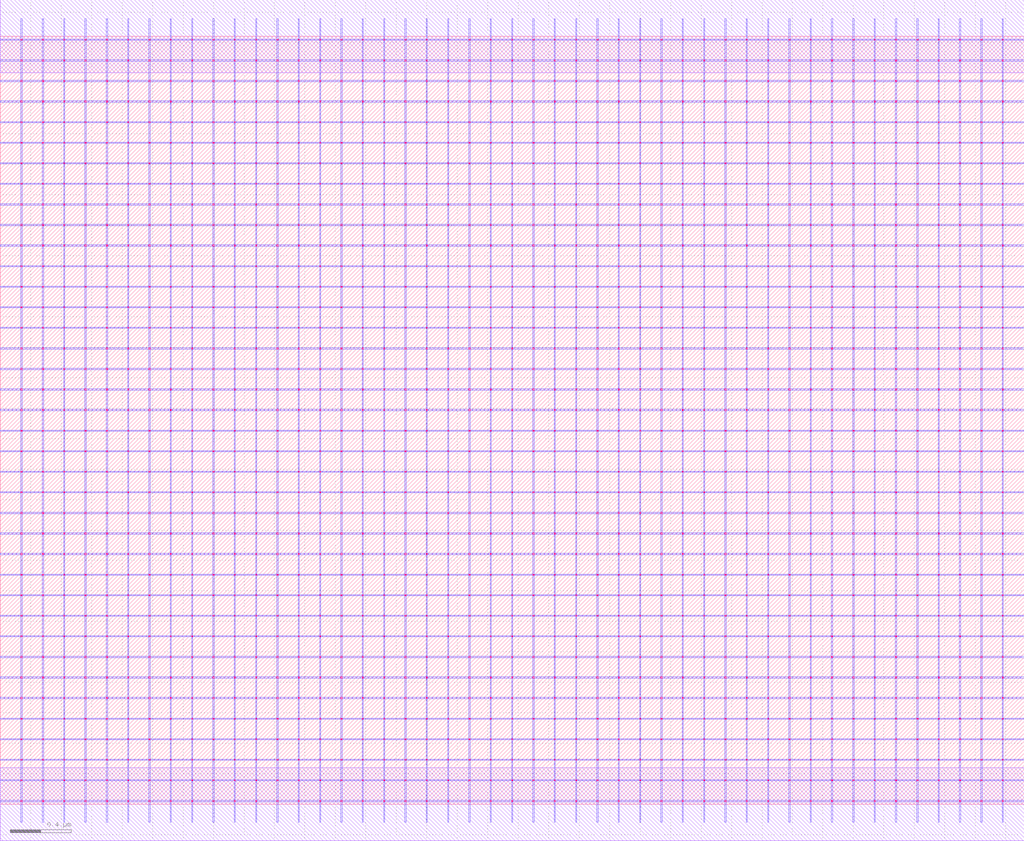
<source format=lef>
MACRO OAI41_DEBUG
 CLASS CORE ;
 FOREIGN OAI41_DEBUG 0 0 ;
 SIZE 6.72 BY 5.04 ;
 ORIGIN 0 0 ;
 SYMMETRY X Y R90 ;
 SITE unit ;

 OBS
    LAYER polycont ;
     RECT 1.11600000 2.58300000 1.12400000 2.59100000 ;
     RECT 2.23600000 2.58300000 2.24400000 2.59100000 ;
     RECT 3.35600000 2.58300000 3.36400000 2.59100000 ;
     RECT 4.47600000 2.58300000 4.48400000 2.59100000 ;
     RECT 5.59600000 2.58300000 5.60400000 2.59100000 ;
     RECT 1.11600000 2.98800000 1.12400000 2.99600000 ;
     RECT 2.23600000 2.98800000 2.24400000 2.99600000 ;
     RECT 3.35600000 2.98800000 3.36400000 2.99600000 ;
     RECT 4.47600000 2.98800000 4.48400000 2.99600000 ;
     RECT 5.59600000 2.98800000 5.60400000 2.99600000 ;

    LAYER pdiffc ;
     RECT 0.41600000 3.39300000 0.42400000 3.40100000 ;
     RECT 6.29600000 3.39300000 6.30400000 3.40100000 ;
     RECT 0.41600000 3.52800000 0.42400000 3.53600000 ;
     RECT 6.29600000 3.52800000 6.30400000 3.53600000 ;
     RECT 0.41600000 3.66300000 0.42400000 3.67100000 ;
     RECT 6.29600000 3.66300000 6.30400000 3.67100000 ;
     RECT 0.41600000 3.79800000 0.42400000 3.80600000 ;
     RECT 6.29600000 3.79800000 6.30400000 3.80600000 ;
     RECT 0.41600000 3.93300000 0.42400000 3.94100000 ;
     RECT 6.29600000 3.93300000 6.30400000 3.94100000 ;
     RECT 0.41600000 4.06800000 0.42400000 4.07600000 ;
     RECT 6.29600000 4.06800000 6.30400000 4.07600000 ;
     RECT 0.41600000 4.20300000 0.42400000 4.21100000 ;
     RECT 6.29600000 4.20300000 6.30400000 4.21100000 ;
     RECT 0.41600000 4.33800000 0.42400000 4.34600000 ;
     RECT 6.29600000 4.33800000 6.30400000 4.34600000 ;
     RECT 0.41600000 4.47300000 0.42400000 4.48100000 ;
     RECT 6.29600000 4.47300000 6.30400000 4.48100000 ;
     RECT 0.41600000 4.60800000 0.42400000 4.61600000 ;
     RECT 6.29600000 4.60800000 6.30400000 4.61600000 ;

    LAYER ndiffc ;
     RECT 0.41600000 1.23300000 0.42400000 1.24100000 ;
     RECT 0.55600000 1.23300000 0.56400000 1.24100000 ;
     RECT 1.67600000 1.23300000 1.68400000 1.24100000 ;
     RECT 2.79600000 1.23300000 2.80400000 1.24100000 ;
     RECT 3.91600000 1.23300000 3.92400000 1.24100000 ;
     RECT 5.03600000 1.23300000 5.04400000 1.24100000 ;
     RECT 6.15600000 1.23300000 6.16400000 1.24100000 ;
     RECT 6.29600000 1.23300000 6.30400000 1.24100000 ;
     RECT 3.91600000 1.36800000 3.92400000 1.37600000 ;
     RECT 5.03600000 1.36800000 5.04400000 1.37600000 ;
     RECT 6.15600000 1.36800000 6.16400000 1.37600000 ;
     RECT 6.29600000 1.36800000 6.30400000 1.37600000 ;
     RECT 3.91600000 1.50300000 3.92400000 1.51100000 ;
     RECT 5.03600000 1.50300000 5.04400000 1.51100000 ;
     RECT 6.15600000 1.50300000 6.16400000 1.51100000 ;
     RECT 6.29600000 1.50300000 6.30400000 1.51100000 ;
     RECT 3.91600000 1.63800000 3.92400000 1.64600000 ;
     RECT 5.03600000 1.63800000 5.04400000 1.64600000 ;
     RECT 6.15600000 1.63800000 6.16400000 1.64600000 ;
     RECT 6.29600000 1.63800000 6.30400000 1.64600000 ;
     RECT 3.91600000 1.77300000 3.92400000 1.78100000 ;
     RECT 5.03600000 1.77300000 5.04400000 1.78100000 ;
     RECT 6.15600000 1.77300000 6.16400000 1.78100000 ;
     RECT 6.29600000 1.77300000 6.30400000 1.78100000 ;
     RECT 3.91600000 1.90800000 3.92400000 1.91600000 ;
     RECT 5.03600000 1.90800000 5.04400000 1.91600000 ;
     RECT 6.15600000 1.90800000 6.16400000 1.91600000 ;
     RECT 6.29600000 1.90800000 6.30400000 1.91600000 ;
     RECT 3.91600000 2.04300000 3.92400000 2.05100000 ;
     RECT 5.03600000 2.04300000 5.04400000 2.05100000 ;
     RECT 6.15600000 2.04300000 6.16400000 2.05100000 ;
     RECT 6.29600000 2.04300000 6.30400000 2.05100000 ;
     RECT 0.41600000 1.77300000 0.42400000 1.78100000 ;
     RECT 0.55600000 1.77300000 0.56400000 1.78100000 ;
     RECT 1.67600000 1.77300000 1.68400000 1.78100000 ;
     RECT 2.79600000 1.77300000 2.80400000 1.78100000 ;
     RECT 0.41600000 1.36800000 0.42400000 1.37600000 ;
     RECT 0.55600000 1.36800000 0.56400000 1.37600000 ;
     RECT 1.67600000 1.36800000 1.68400000 1.37600000 ;
     RECT 2.79600000 1.36800000 2.80400000 1.37600000 ;
     RECT 0.41600000 1.90800000 0.42400000 1.91600000 ;
     RECT 0.55600000 1.90800000 0.56400000 1.91600000 ;
     RECT 1.67600000 1.90800000 1.68400000 1.91600000 ;
     RECT 2.79600000 1.90800000 2.80400000 1.91600000 ;
     RECT 0.41600000 1.63800000 0.42400000 1.64600000 ;
     RECT 0.55600000 1.63800000 0.56400000 1.64600000 ;
     RECT 1.67600000 1.63800000 1.68400000 1.64600000 ;
     RECT 2.79600000 1.63800000 2.80400000 1.64600000 ;
     RECT 0.41600000 2.04300000 0.42400000 2.05100000 ;
     RECT 0.55600000 2.04300000 0.56400000 2.05100000 ;
     RECT 1.67600000 2.04300000 1.68400000 2.05100000 ;
     RECT 2.79600000 2.04300000 2.80400000 2.05100000 ;
     RECT 0.41600000 1.50300000 0.42400000 1.51100000 ;
     RECT 0.55600000 1.50300000 0.56400000 1.51100000 ;
     RECT 1.67600000 1.50300000 1.68400000 1.51100000 ;
     RECT 2.79600000 1.50300000 2.80400000 1.51100000 ;
     RECT 0.41600000 0.69300000 0.42400000 0.70100000 ;
     RECT 0.55600000 0.69300000 0.56400000 0.70100000 ;
     RECT 1.67600000 0.69300000 1.68400000 0.70100000 ;
     RECT 2.79600000 0.69300000 2.80400000 0.70100000 ;
     RECT 0.41600000 0.82800000 0.42400000 0.83600000 ;
     RECT 0.55600000 0.82800000 0.56400000 0.83600000 ;
     RECT 1.67600000 0.82800000 1.68400000 0.83600000 ;
     RECT 2.79600000 0.82800000 2.80400000 0.83600000 ;
     RECT 0.41600000 0.96300000 0.42400000 0.97100000 ;
     RECT 0.55600000 0.96300000 0.56400000 0.97100000 ;
     RECT 1.67600000 0.96300000 1.68400000 0.97100000 ;
     RECT 2.79600000 0.96300000 2.80400000 0.97100000 ;
     RECT 0.41600000 1.09800000 0.42400000 1.10600000 ;
     RECT 0.55600000 1.09800000 0.56400000 1.10600000 ;
     RECT 1.67600000 1.09800000 1.68400000 1.10600000 ;
     RECT 2.79600000 1.09800000 2.80400000 1.10600000 ;
     RECT 0.41600000 0.42300000 0.42400000 0.43100000 ;
     RECT 0.55600000 0.42300000 0.56400000 0.43100000 ;
     RECT 1.67600000 0.42300000 1.68400000 0.43100000 ;
     RECT 2.79600000 0.42300000 2.80400000 0.43100000 ;
     RECT 0.41600000 0.55800000 0.42400000 0.56600000 ;
     RECT 0.55600000 0.55800000 0.56400000 0.56600000 ;
     RECT 1.67600000 0.55800000 1.68400000 0.56600000 ;
     RECT 2.79600000 0.55800000 2.80400000 0.56600000 ;
     RECT 3.91600000 0.42300000 3.92400000 0.43100000 ;
     RECT 5.03600000 0.42300000 5.04400000 0.43100000 ;
     RECT 6.15600000 0.42300000 6.16400000 0.43100000 ;
     RECT 6.29600000 0.42300000 6.30400000 0.43100000 ;
     RECT 3.91600000 0.96300000 3.92400000 0.97100000 ;
     RECT 5.03600000 0.96300000 5.04400000 0.97100000 ;
     RECT 6.15600000 0.96300000 6.16400000 0.97100000 ;
     RECT 6.29600000 0.96300000 6.30400000 0.97100000 ;
     RECT 3.91600000 0.69300000 3.92400000 0.70100000 ;
     RECT 5.03600000 0.69300000 5.04400000 0.70100000 ;
     RECT 6.15600000 0.69300000 6.16400000 0.70100000 ;
     RECT 6.29600000 0.69300000 6.30400000 0.70100000 ;
     RECT 3.91600000 1.09800000 3.92400000 1.10600000 ;
     RECT 5.03600000 1.09800000 5.04400000 1.10600000 ;
     RECT 6.15600000 1.09800000 6.16400000 1.10600000 ;
     RECT 6.29600000 1.09800000 6.30400000 1.10600000 ;
     RECT 3.91600000 0.55800000 3.92400000 0.56600000 ;
     RECT 5.03600000 0.55800000 5.04400000 0.56600000 ;
     RECT 6.15600000 0.55800000 6.16400000 0.56600000 ;
     RECT 6.29600000 0.55800000 6.30400000 0.56600000 ;
     RECT 3.91600000 0.82800000 3.92400000 0.83600000 ;
     RECT 5.03600000 0.82800000 5.04400000 0.83600000 ;
     RECT 6.15600000 0.82800000 6.16400000 0.83600000 ;
     RECT 6.29600000 0.82800000 6.30400000 0.83600000 ;

    LAYER met1 ;
     RECT 0.00000000 -0.24000000 6.72000000 0.24000000 ;
     RECT 3.35600000 0.24000000 3.36400000 0.28800000 ;
     RECT 0.02500000 0.28800000 6.69500000 0.29600000 ;
     RECT 3.35600000 0.29600000 3.36400000 0.42300000 ;
     RECT 0.02500000 0.42300000 6.69500000 0.43100000 ;
     RECT 3.35600000 0.43100000 3.36400000 0.55800000 ;
     RECT 0.02500000 0.55800000 6.69500000 0.56600000 ;
     RECT 3.35600000 0.56600000 3.36400000 0.69300000 ;
     RECT 0.02500000 0.69300000 6.69500000 0.70100000 ;
     RECT 3.35600000 0.70100000 3.36400000 0.82800000 ;
     RECT 0.02500000 0.82800000 6.69500000 0.83600000 ;
     RECT 3.35600000 0.83600000 3.36400000 0.96300000 ;
     RECT 0.02500000 0.96300000 6.69500000 0.97100000 ;
     RECT 3.35600000 0.97100000 3.36400000 1.09800000 ;
     RECT 0.02500000 1.09800000 6.69500000 1.10600000 ;
     RECT 3.35600000 1.10600000 3.36400000 1.23300000 ;
     RECT 0.02500000 1.23300000 6.69500000 1.24100000 ;
     RECT 3.35600000 1.24100000 3.36400000 1.36800000 ;
     RECT 0.02500000 1.36800000 6.69500000 1.37600000 ;
     RECT 3.35600000 1.37600000 3.36400000 1.50300000 ;
     RECT 0.02500000 1.50300000 6.69500000 1.51100000 ;
     RECT 3.35600000 1.51100000 3.36400000 1.63800000 ;
     RECT 0.02500000 1.63800000 6.69500000 1.64600000 ;
     RECT 3.35600000 1.64600000 3.36400000 1.77300000 ;
     RECT 0.02500000 1.77300000 6.69500000 1.78100000 ;
     RECT 3.35600000 1.78100000 3.36400000 1.90800000 ;
     RECT 0.02500000 1.90800000 6.69500000 1.91600000 ;
     RECT 3.35600000 1.91600000 3.36400000 2.04300000 ;
     RECT 0.02500000 2.04300000 6.69500000 2.05100000 ;
     RECT 3.35600000 2.05100000 3.36400000 2.17800000 ;
     RECT 0.02500000 2.17800000 6.69500000 2.18600000 ;
     RECT 3.35600000 2.18600000 3.36400000 2.31300000 ;
     RECT 0.02500000 2.31300000 6.69500000 2.32100000 ;
     RECT 3.35600000 2.32100000 3.36400000 2.44800000 ;
     RECT 0.02500000 2.44800000 6.69500000 2.45600000 ;
     RECT 0.13600000 2.45600000 0.14400000 2.58300000 ;
     RECT 0.27600000 2.45600000 0.28400000 2.58300000 ;
     RECT 0.41600000 2.45600000 0.42400000 2.58300000 ;
     RECT 0.55600000 2.45600000 0.56400000 2.58300000 ;
     RECT 0.69600000 2.45600000 0.70400000 2.58300000 ;
     RECT 0.83600000 2.45600000 0.84400000 2.58300000 ;
     RECT 0.97600000 2.45600000 0.98400000 2.58300000 ;
     RECT 1.11600000 2.45600000 1.12400000 2.58300000 ;
     RECT 1.25600000 2.45600000 1.26400000 2.58300000 ;
     RECT 1.39600000 2.45600000 1.40400000 2.58300000 ;
     RECT 1.53600000 2.45600000 1.54400000 2.58300000 ;
     RECT 1.67600000 2.45600000 1.68400000 2.58300000 ;
     RECT 1.81600000 2.45600000 1.82400000 2.58300000 ;
     RECT 1.95600000 2.45600000 1.96400000 2.58300000 ;
     RECT 2.09600000 2.45600000 2.10400000 2.58300000 ;
     RECT 2.23600000 2.45600000 2.24400000 2.58300000 ;
     RECT 2.37600000 2.45600000 2.38400000 2.58300000 ;
     RECT 2.51600000 2.45600000 2.52400000 2.58300000 ;
     RECT 2.65600000 2.45600000 2.66400000 2.58300000 ;
     RECT 2.79600000 2.45600000 2.80400000 2.58300000 ;
     RECT 2.93600000 2.45600000 2.94400000 2.58300000 ;
     RECT 3.07600000 2.45600000 3.08400000 2.58300000 ;
     RECT 3.21600000 2.45600000 3.22400000 2.58300000 ;
     RECT 3.35600000 2.45600000 3.36400000 2.58300000 ;
     RECT 3.49600000 2.45600000 3.50400000 2.58300000 ;
     RECT 3.63600000 2.45600000 3.64400000 2.58300000 ;
     RECT 3.77600000 2.45600000 3.78400000 2.58300000 ;
     RECT 3.91600000 2.45600000 3.92400000 2.58300000 ;
     RECT 4.05600000 2.45600000 4.06400000 2.58300000 ;
     RECT 4.19600000 2.45600000 4.20400000 2.58300000 ;
     RECT 4.33600000 2.45600000 4.34400000 2.58300000 ;
     RECT 4.47600000 2.45600000 4.48400000 2.58300000 ;
     RECT 4.61600000 2.45600000 4.62400000 2.58300000 ;
     RECT 4.75600000 2.45600000 4.76400000 2.58300000 ;
     RECT 4.89600000 2.45600000 4.90400000 2.58300000 ;
     RECT 5.03600000 2.45600000 5.04400000 2.58300000 ;
     RECT 5.17600000 2.45600000 5.18400000 2.58300000 ;
     RECT 5.31600000 2.45600000 5.32400000 2.58300000 ;
     RECT 5.45600000 2.45600000 5.46400000 2.58300000 ;
     RECT 5.59600000 2.45600000 5.60400000 2.58300000 ;
     RECT 5.73600000 2.45600000 5.74400000 2.58300000 ;
     RECT 5.87600000 2.45600000 5.88400000 2.58300000 ;
     RECT 6.01600000 2.45600000 6.02400000 2.58300000 ;
     RECT 6.15600000 2.45600000 6.16400000 2.58300000 ;
     RECT 6.29600000 2.45600000 6.30400000 2.58300000 ;
     RECT 6.43600000 2.45600000 6.44400000 2.58300000 ;
     RECT 6.57600000 2.45600000 6.58400000 2.58300000 ;
     RECT 0.02500000 2.58300000 6.69500000 2.59100000 ;
     RECT 3.35600000 2.59100000 3.36400000 2.71800000 ;
     RECT 0.02500000 2.71800000 6.69500000 2.72600000 ;
     RECT 3.35600000 2.72600000 3.36400000 2.85300000 ;
     RECT 0.02500000 2.85300000 6.69500000 2.86100000 ;
     RECT 3.35600000 2.86100000 3.36400000 2.98800000 ;
     RECT 0.02500000 2.98800000 6.69500000 2.99600000 ;
     RECT 3.35600000 2.99600000 3.36400000 3.12300000 ;
     RECT 0.02500000 3.12300000 6.69500000 3.13100000 ;
     RECT 3.35600000 3.13100000 3.36400000 3.25800000 ;
     RECT 0.02500000 3.25800000 6.69500000 3.26600000 ;
     RECT 3.35600000 3.26600000 3.36400000 3.39300000 ;
     RECT 0.02500000 3.39300000 6.69500000 3.40100000 ;
     RECT 3.35600000 3.40100000 3.36400000 3.52800000 ;
     RECT 0.02500000 3.52800000 6.69500000 3.53600000 ;
     RECT 3.35600000 3.53600000 3.36400000 3.66300000 ;
     RECT 0.02500000 3.66300000 6.69500000 3.67100000 ;
     RECT 3.35600000 3.67100000 3.36400000 3.79800000 ;
     RECT 0.02500000 3.79800000 6.69500000 3.80600000 ;
     RECT 3.35600000 3.80600000 3.36400000 3.93300000 ;
     RECT 0.02500000 3.93300000 6.69500000 3.94100000 ;
     RECT 3.35600000 3.94100000 3.36400000 4.06800000 ;
     RECT 0.02500000 4.06800000 6.69500000 4.07600000 ;
     RECT 3.35600000 4.07600000 3.36400000 4.20300000 ;
     RECT 0.02500000 4.20300000 6.69500000 4.21100000 ;
     RECT 3.35600000 4.21100000 3.36400000 4.33800000 ;
     RECT 0.02500000 4.33800000 6.69500000 4.34600000 ;
     RECT 3.35600000 4.34600000 3.36400000 4.47300000 ;
     RECT 0.02500000 4.47300000 6.69500000 4.48100000 ;
     RECT 3.35600000 4.48100000 3.36400000 4.60800000 ;
     RECT 0.02500000 4.60800000 6.69500000 4.61600000 ;
     RECT 3.35600000 4.61600000 3.36400000 4.74300000 ;
     RECT 0.02500000 4.74300000 6.69500000 4.75100000 ;
     RECT 3.35600000 4.75100000 3.36400000 4.80000000 ;
     RECT 0.00000000 4.80000000 6.72000000 5.28000000 ;
     RECT 5.03600000 2.72600000 5.04400000 2.85300000 ;
     RECT 5.03600000 2.86100000 5.04400000 2.98800000 ;
     RECT 5.03600000 2.99600000 5.04400000 3.12300000 ;
     RECT 5.03600000 3.13100000 5.04400000 3.25800000 ;
     RECT 5.03600000 3.26600000 5.04400000 3.39300000 ;
     RECT 5.03600000 2.59100000 5.04400000 2.71800000 ;
     RECT 5.03600000 3.40100000 5.04400000 3.52800000 ;
     RECT 5.03600000 3.53600000 5.04400000 3.66300000 ;
     RECT 5.03600000 3.67100000 5.04400000 3.79800000 ;
     RECT 3.49600000 3.80600000 3.50400000 3.93300000 ;
     RECT 3.63600000 3.80600000 3.64400000 3.93300000 ;
     RECT 3.77600000 3.80600000 3.78400000 3.93300000 ;
     RECT 3.91600000 3.80600000 3.92400000 3.93300000 ;
     RECT 4.05600000 3.80600000 4.06400000 3.93300000 ;
     RECT 4.19600000 3.80600000 4.20400000 3.93300000 ;
     RECT 4.33600000 3.80600000 4.34400000 3.93300000 ;
     RECT 4.47600000 3.80600000 4.48400000 3.93300000 ;
     RECT 4.61600000 3.80600000 4.62400000 3.93300000 ;
     RECT 4.75600000 3.80600000 4.76400000 3.93300000 ;
     RECT 4.89600000 3.80600000 4.90400000 3.93300000 ;
     RECT 5.03600000 3.80600000 5.04400000 3.93300000 ;
     RECT 5.17600000 3.80600000 5.18400000 3.93300000 ;
     RECT 5.31600000 3.80600000 5.32400000 3.93300000 ;
     RECT 5.45600000 3.80600000 5.46400000 3.93300000 ;
     RECT 5.59600000 3.80600000 5.60400000 3.93300000 ;
     RECT 5.73600000 3.80600000 5.74400000 3.93300000 ;
     RECT 5.87600000 3.80600000 5.88400000 3.93300000 ;
     RECT 6.01600000 3.80600000 6.02400000 3.93300000 ;
     RECT 6.15600000 3.80600000 6.16400000 3.93300000 ;
     RECT 6.29600000 3.80600000 6.30400000 3.93300000 ;
     RECT 6.43600000 3.80600000 6.44400000 3.93300000 ;
     RECT 6.57600000 3.80600000 6.58400000 3.93300000 ;
     RECT 5.03600000 3.94100000 5.04400000 4.06800000 ;
     RECT 5.03600000 4.07600000 5.04400000 4.20300000 ;
     RECT 5.03600000 4.21100000 5.04400000 4.33800000 ;
     RECT 5.03600000 4.34600000 5.04400000 4.47300000 ;
     RECT 5.03600000 4.48100000 5.04400000 4.60800000 ;
     RECT 5.03600000 4.61600000 5.04400000 4.74300000 ;
     RECT 5.03600000 4.75100000 5.04400000 4.80000000 ;
     RECT 6.01600000 3.94100000 6.02400000 4.06800000 ;
     RECT 6.15600000 3.94100000 6.16400000 4.06800000 ;
     RECT 6.29600000 3.94100000 6.30400000 4.06800000 ;
     RECT 6.43600000 3.94100000 6.44400000 4.06800000 ;
     RECT 6.57600000 3.94100000 6.58400000 4.06800000 ;
     RECT 5.17600000 3.94100000 5.18400000 4.06800000 ;
     RECT 5.17600000 4.07600000 5.18400000 4.20300000 ;
     RECT 5.31600000 4.07600000 5.32400000 4.20300000 ;
     RECT 5.45600000 4.07600000 5.46400000 4.20300000 ;
     RECT 5.59600000 4.07600000 5.60400000 4.20300000 ;
     RECT 5.73600000 4.07600000 5.74400000 4.20300000 ;
     RECT 5.87600000 4.07600000 5.88400000 4.20300000 ;
     RECT 6.01600000 4.07600000 6.02400000 4.20300000 ;
     RECT 6.15600000 4.07600000 6.16400000 4.20300000 ;
     RECT 6.29600000 4.07600000 6.30400000 4.20300000 ;
     RECT 6.43600000 4.07600000 6.44400000 4.20300000 ;
     RECT 6.57600000 4.07600000 6.58400000 4.20300000 ;
     RECT 5.31600000 3.94100000 5.32400000 4.06800000 ;
     RECT 5.17600000 4.21100000 5.18400000 4.33800000 ;
     RECT 5.31600000 4.21100000 5.32400000 4.33800000 ;
     RECT 5.45600000 4.21100000 5.46400000 4.33800000 ;
     RECT 5.59600000 4.21100000 5.60400000 4.33800000 ;
     RECT 5.73600000 4.21100000 5.74400000 4.33800000 ;
     RECT 5.87600000 4.21100000 5.88400000 4.33800000 ;
     RECT 6.01600000 4.21100000 6.02400000 4.33800000 ;
     RECT 6.15600000 4.21100000 6.16400000 4.33800000 ;
     RECT 6.29600000 4.21100000 6.30400000 4.33800000 ;
     RECT 6.43600000 4.21100000 6.44400000 4.33800000 ;
     RECT 6.57600000 4.21100000 6.58400000 4.33800000 ;
     RECT 5.45600000 3.94100000 5.46400000 4.06800000 ;
     RECT 5.17600000 4.34600000 5.18400000 4.47300000 ;
     RECT 5.31600000 4.34600000 5.32400000 4.47300000 ;
     RECT 5.45600000 4.34600000 5.46400000 4.47300000 ;
     RECT 5.59600000 4.34600000 5.60400000 4.47300000 ;
     RECT 5.73600000 4.34600000 5.74400000 4.47300000 ;
     RECT 5.87600000 4.34600000 5.88400000 4.47300000 ;
     RECT 6.01600000 4.34600000 6.02400000 4.47300000 ;
     RECT 6.15600000 4.34600000 6.16400000 4.47300000 ;
     RECT 6.29600000 4.34600000 6.30400000 4.47300000 ;
     RECT 6.43600000 4.34600000 6.44400000 4.47300000 ;
     RECT 6.57600000 4.34600000 6.58400000 4.47300000 ;
     RECT 5.59600000 3.94100000 5.60400000 4.06800000 ;
     RECT 5.17600000 4.48100000 5.18400000 4.60800000 ;
     RECT 5.31600000 4.48100000 5.32400000 4.60800000 ;
     RECT 5.45600000 4.48100000 5.46400000 4.60800000 ;
     RECT 5.59600000 4.48100000 5.60400000 4.60800000 ;
     RECT 5.73600000 4.48100000 5.74400000 4.60800000 ;
     RECT 5.87600000 4.48100000 5.88400000 4.60800000 ;
     RECT 6.01600000 4.48100000 6.02400000 4.60800000 ;
     RECT 6.15600000 4.48100000 6.16400000 4.60800000 ;
     RECT 6.29600000 4.48100000 6.30400000 4.60800000 ;
     RECT 6.43600000 4.48100000 6.44400000 4.60800000 ;
     RECT 6.57600000 4.48100000 6.58400000 4.60800000 ;
     RECT 5.73600000 3.94100000 5.74400000 4.06800000 ;
     RECT 5.17600000 4.61600000 5.18400000 4.74300000 ;
     RECT 5.31600000 4.61600000 5.32400000 4.74300000 ;
     RECT 5.45600000 4.61600000 5.46400000 4.74300000 ;
     RECT 5.59600000 4.61600000 5.60400000 4.74300000 ;
     RECT 5.73600000 4.61600000 5.74400000 4.74300000 ;
     RECT 5.87600000 4.61600000 5.88400000 4.74300000 ;
     RECT 6.01600000 4.61600000 6.02400000 4.74300000 ;
     RECT 6.15600000 4.61600000 6.16400000 4.74300000 ;
     RECT 6.29600000 4.61600000 6.30400000 4.74300000 ;
     RECT 6.43600000 4.61600000 6.44400000 4.74300000 ;
     RECT 6.57600000 4.61600000 6.58400000 4.74300000 ;
     RECT 5.87600000 3.94100000 5.88400000 4.06800000 ;
     RECT 5.17600000 4.75100000 5.18400000 4.80000000 ;
     RECT 5.31600000 4.75100000 5.32400000 4.80000000 ;
     RECT 5.45600000 4.75100000 5.46400000 4.80000000 ;
     RECT 5.59600000 4.75100000 5.60400000 4.80000000 ;
     RECT 5.73600000 4.75100000 5.74400000 4.80000000 ;
     RECT 5.87600000 4.75100000 5.88400000 4.80000000 ;
     RECT 6.01600000 4.75100000 6.02400000 4.80000000 ;
     RECT 6.15600000 4.75100000 6.16400000 4.80000000 ;
     RECT 6.29600000 4.75100000 6.30400000 4.80000000 ;
     RECT 6.43600000 4.75100000 6.44400000 4.80000000 ;
     RECT 6.57600000 4.75100000 6.58400000 4.80000000 ;
     RECT 4.47600000 3.94100000 4.48400000 4.06800000 ;
     RECT 4.61600000 3.94100000 4.62400000 4.06800000 ;
     RECT 4.75600000 3.94100000 4.76400000 4.06800000 ;
     RECT 4.89600000 3.94100000 4.90400000 4.06800000 ;
     RECT 3.49600000 3.94100000 3.50400000 4.06800000 ;
     RECT 3.49600000 4.07600000 3.50400000 4.20300000 ;
     RECT 3.49600000 4.21100000 3.50400000 4.33800000 ;
     RECT 3.63600000 4.21100000 3.64400000 4.33800000 ;
     RECT 3.49600000 4.48100000 3.50400000 4.60800000 ;
     RECT 3.63600000 4.48100000 3.64400000 4.60800000 ;
     RECT 3.77600000 4.48100000 3.78400000 4.60800000 ;
     RECT 3.91600000 4.48100000 3.92400000 4.60800000 ;
     RECT 4.05600000 4.48100000 4.06400000 4.60800000 ;
     RECT 4.19600000 4.48100000 4.20400000 4.60800000 ;
     RECT 4.33600000 4.48100000 4.34400000 4.60800000 ;
     RECT 4.47600000 4.48100000 4.48400000 4.60800000 ;
     RECT 4.61600000 4.48100000 4.62400000 4.60800000 ;
     RECT 4.75600000 4.48100000 4.76400000 4.60800000 ;
     RECT 4.89600000 4.48100000 4.90400000 4.60800000 ;
     RECT 3.77600000 4.21100000 3.78400000 4.33800000 ;
     RECT 3.91600000 4.21100000 3.92400000 4.33800000 ;
     RECT 4.05600000 4.21100000 4.06400000 4.33800000 ;
     RECT 4.19600000 4.21100000 4.20400000 4.33800000 ;
     RECT 4.33600000 4.21100000 4.34400000 4.33800000 ;
     RECT 4.47600000 4.21100000 4.48400000 4.33800000 ;
     RECT 4.61600000 4.21100000 4.62400000 4.33800000 ;
     RECT 4.75600000 4.21100000 4.76400000 4.33800000 ;
     RECT 4.89600000 4.21100000 4.90400000 4.33800000 ;
     RECT 3.63600000 4.07600000 3.64400000 4.20300000 ;
     RECT 3.77600000 4.07600000 3.78400000 4.20300000 ;
     RECT 3.91600000 4.07600000 3.92400000 4.20300000 ;
     RECT 3.49600000 4.61600000 3.50400000 4.74300000 ;
     RECT 3.63600000 4.61600000 3.64400000 4.74300000 ;
     RECT 3.77600000 4.61600000 3.78400000 4.74300000 ;
     RECT 3.91600000 4.61600000 3.92400000 4.74300000 ;
     RECT 4.05600000 4.61600000 4.06400000 4.74300000 ;
     RECT 4.19600000 4.61600000 4.20400000 4.74300000 ;
     RECT 4.33600000 4.61600000 4.34400000 4.74300000 ;
     RECT 4.47600000 4.61600000 4.48400000 4.74300000 ;
     RECT 4.61600000 4.61600000 4.62400000 4.74300000 ;
     RECT 4.75600000 4.61600000 4.76400000 4.74300000 ;
     RECT 4.89600000 4.61600000 4.90400000 4.74300000 ;
     RECT 4.05600000 4.07600000 4.06400000 4.20300000 ;
     RECT 4.19600000 4.07600000 4.20400000 4.20300000 ;
     RECT 4.33600000 4.07600000 4.34400000 4.20300000 ;
     RECT 4.47600000 4.07600000 4.48400000 4.20300000 ;
     RECT 4.61600000 4.07600000 4.62400000 4.20300000 ;
     RECT 4.75600000 4.07600000 4.76400000 4.20300000 ;
     RECT 4.89600000 4.07600000 4.90400000 4.20300000 ;
     RECT 3.63600000 3.94100000 3.64400000 4.06800000 ;
     RECT 3.77600000 3.94100000 3.78400000 4.06800000 ;
     RECT 3.49600000 4.34600000 3.50400000 4.47300000 ;
     RECT 3.63600000 4.34600000 3.64400000 4.47300000 ;
     RECT 3.77600000 4.34600000 3.78400000 4.47300000 ;
     RECT 3.49600000 4.75100000 3.50400000 4.80000000 ;
     RECT 3.63600000 4.75100000 3.64400000 4.80000000 ;
     RECT 3.77600000 4.75100000 3.78400000 4.80000000 ;
     RECT 3.91600000 4.75100000 3.92400000 4.80000000 ;
     RECT 4.05600000 4.75100000 4.06400000 4.80000000 ;
     RECT 4.19600000 4.75100000 4.20400000 4.80000000 ;
     RECT 4.33600000 4.75100000 4.34400000 4.80000000 ;
     RECT 4.47600000 4.75100000 4.48400000 4.80000000 ;
     RECT 4.61600000 4.75100000 4.62400000 4.80000000 ;
     RECT 4.75600000 4.75100000 4.76400000 4.80000000 ;
     RECT 4.89600000 4.75100000 4.90400000 4.80000000 ;
     RECT 3.91600000 4.34600000 3.92400000 4.47300000 ;
     RECT 4.05600000 4.34600000 4.06400000 4.47300000 ;
     RECT 4.19600000 4.34600000 4.20400000 4.47300000 ;
     RECT 4.33600000 4.34600000 4.34400000 4.47300000 ;
     RECT 4.47600000 4.34600000 4.48400000 4.47300000 ;
     RECT 4.61600000 4.34600000 4.62400000 4.47300000 ;
     RECT 4.75600000 4.34600000 4.76400000 4.47300000 ;
     RECT 4.89600000 4.34600000 4.90400000 4.47300000 ;
     RECT 3.91600000 3.94100000 3.92400000 4.06800000 ;
     RECT 4.05600000 3.94100000 4.06400000 4.06800000 ;
     RECT 4.19600000 3.94100000 4.20400000 4.06800000 ;
     RECT 4.33600000 3.94100000 4.34400000 4.06800000 ;
     RECT 4.33600000 2.86100000 4.34400000 2.98800000 ;
     RECT 4.47600000 2.86100000 4.48400000 2.98800000 ;
     RECT 4.61600000 2.86100000 4.62400000 2.98800000 ;
     RECT 4.75600000 2.86100000 4.76400000 2.98800000 ;
     RECT 4.89600000 2.86100000 4.90400000 2.98800000 ;
     RECT 4.75600000 2.72600000 4.76400000 2.85300000 ;
     RECT 4.05600000 2.59100000 4.06400000 2.71800000 ;
     RECT 4.19600000 2.59100000 4.20400000 2.71800000 ;
     RECT 3.49600000 2.99600000 3.50400000 3.12300000 ;
     RECT 3.63600000 2.99600000 3.64400000 3.12300000 ;
     RECT 3.77600000 2.99600000 3.78400000 3.12300000 ;
     RECT 3.91600000 2.99600000 3.92400000 3.12300000 ;
     RECT 4.05600000 2.99600000 4.06400000 3.12300000 ;
     RECT 4.19600000 2.99600000 4.20400000 3.12300000 ;
     RECT 4.33600000 2.99600000 4.34400000 3.12300000 ;
     RECT 4.47600000 2.99600000 4.48400000 3.12300000 ;
     RECT 4.61600000 2.99600000 4.62400000 3.12300000 ;
     RECT 4.75600000 2.99600000 4.76400000 3.12300000 ;
     RECT 4.89600000 2.99600000 4.90400000 3.12300000 ;
     RECT 4.89600000 2.72600000 4.90400000 2.85300000 ;
     RECT 4.33600000 2.59100000 4.34400000 2.71800000 ;
     RECT 4.47600000 2.59100000 4.48400000 2.71800000 ;
     RECT 3.49600000 3.13100000 3.50400000 3.25800000 ;
     RECT 3.63600000 2.72600000 3.64400000 2.85300000 ;
     RECT 3.77600000 2.72600000 3.78400000 2.85300000 ;
     RECT 3.63600000 3.13100000 3.64400000 3.25800000 ;
     RECT 3.77600000 3.13100000 3.78400000 3.25800000 ;
     RECT 3.91600000 3.13100000 3.92400000 3.25800000 ;
     RECT 4.05600000 3.13100000 4.06400000 3.25800000 ;
     RECT 4.19600000 3.13100000 4.20400000 3.25800000 ;
     RECT 4.33600000 3.13100000 4.34400000 3.25800000 ;
     RECT 4.47600000 3.13100000 4.48400000 3.25800000 ;
     RECT 4.61600000 3.13100000 4.62400000 3.25800000 ;
     RECT 4.75600000 3.13100000 4.76400000 3.25800000 ;
     RECT 4.89600000 3.13100000 4.90400000 3.25800000 ;
     RECT 4.61600000 2.72600000 4.62400000 2.85300000 ;
     RECT 4.61600000 2.59100000 4.62400000 2.71800000 ;
     RECT 4.75600000 2.59100000 4.76400000 2.71800000 ;
     RECT 3.49600000 3.26600000 3.50400000 3.39300000 ;
     RECT 3.63600000 3.26600000 3.64400000 3.39300000 ;
     RECT 3.77600000 3.26600000 3.78400000 3.39300000 ;
     RECT 3.91600000 3.26600000 3.92400000 3.39300000 ;
     RECT 4.05600000 3.26600000 4.06400000 3.39300000 ;
     RECT 4.19600000 3.26600000 4.20400000 3.39300000 ;
     RECT 4.33600000 3.26600000 4.34400000 3.39300000 ;
     RECT 4.47600000 3.26600000 4.48400000 3.39300000 ;
     RECT 4.61600000 3.26600000 4.62400000 3.39300000 ;
     RECT 4.75600000 3.26600000 4.76400000 3.39300000 ;
     RECT 3.91600000 2.72600000 3.92400000 2.85300000 ;
     RECT 4.05600000 2.72600000 4.06400000 2.85300000 ;
     RECT 4.89600000 3.26600000 4.90400000 3.39300000 ;
     RECT 3.77600000 2.59100000 3.78400000 2.71800000 ;
     RECT 4.89600000 2.59100000 4.90400000 2.71800000 ;
     RECT 3.91600000 2.59100000 3.92400000 2.71800000 ;
     RECT 3.49600000 3.40100000 3.50400000 3.52800000 ;
     RECT 3.63600000 3.40100000 3.64400000 3.52800000 ;
     RECT 3.77600000 3.40100000 3.78400000 3.52800000 ;
     RECT 3.91600000 3.40100000 3.92400000 3.52800000 ;
     RECT 4.05600000 3.40100000 4.06400000 3.52800000 ;
     RECT 4.19600000 3.40100000 4.20400000 3.52800000 ;
     RECT 4.33600000 3.40100000 4.34400000 3.52800000 ;
     RECT 4.47600000 3.40100000 4.48400000 3.52800000 ;
     RECT 4.61600000 3.40100000 4.62400000 3.52800000 ;
     RECT 4.75600000 3.40100000 4.76400000 3.52800000 ;
     RECT 4.89600000 3.40100000 4.90400000 3.52800000 ;
     RECT 3.49600000 2.86100000 3.50400000 2.98800000 ;
     RECT 3.49600000 3.53600000 3.50400000 3.66300000 ;
     RECT 3.63600000 3.53600000 3.64400000 3.66300000 ;
     RECT 3.77600000 3.53600000 3.78400000 3.66300000 ;
     RECT 3.91600000 3.53600000 3.92400000 3.66300000 ;
     RECT 3.49600000 2.59100000 3.50400000 2.71800000 ;
     RECT 4.05600000 3.53600000 4.06400000 3.66300000 ;
     RECT 4.19600000 3.53600000 4.20400000 3.66300000 ;
     RECT 4.19600000 2.72600000 4.20400000 2.85300000 ;
     RECT 4.33600000 2.72600000 4.34400000 2.85300000 ;
     RECT 4.33600000 3.53600000 4.34400000 3.66300000 ;
     RECT 4.47600000 3.53600000 4.48400000 3.66300000 ;
     RECT 4.61600000 3.53600000 4.62400000 3.66300000 ;
     RECT 4.75600000 3.53600000 4.76400000 3.66300000 ;
     RECT 4.89600000 3.53600000 4.90400000 3.66300000 ;
     RECT 3.63600000 2.86100000 3.64400000 2.98800000 ;
     RECT 3.49600000 3.67100000 3.50400000 3.79800000 ;
     RECT 3.63600000 3.67100000 3.64400000 3.79800000 ;
     RECT 3.77600000 3.67100000 3.78400000 3.79800000 ;
     RECT 3.91600000 3.67100000 3.92400000 3.79800000 ;
     RECT 4.05600000 3.67100000 4.06400000 3.79800000 ;
     RECT 4.19600000 3.67100000 4.20400000 3.79800000 ;
     RECT 4.33600000 3.67100000 4.34400000 3.79800000 ;
     RECT 4.47600000 3.67100000 4.48400000 3.79800000 ;
     RECT 4.61600000 3.67100000 4.62400000 3.79800000 ;
     RECT 4.75600000 3.67100000 4.76400000 3.79800000 ;
     RECT 4.89600000 3.67100000 4.90400000 3.79800000 ;
     RECT 3.77600000 2.86100000 3.78400000 2.98800000 ;
     RECT 3.91600000 2.86100000 3.92400000 2.98800000 ;
     RECT 4.05600000 2.86100000 4.06400000 2.98800000 ;
     RECT 4.19600000 2.86100000 4.20400000 2.98800000 ;
     RECT 3.63600000 2.59100000 3.64400000 2.71800000 ;
     RECT 3.49600000 2.72600000 3.50400000 2.85300000 ;
     RECT 4.47600000 2.72600000 4.48400000 2.85300000 ;
     RECT 5.31600000 2.99600000 5.32400000 3.12300000 ;
     RECT 5.45600000 2.99600000 5.46400000 3.12300000 ;
     RECT 5.59600000 2.99600000 5.60400000 3.12300000 ;
     RECT 5.73600000 2.99600000 5.74400000 3.12300000 ;
     RECT 5.87600000 2.99600000 5.88400000 3.12300000 ;
     RECT 5.17600000 3.26600000 5.18400000 3.39300000 ;
     RECT 5.31600000 3.26600000 5.32400000 3.39300000 ;
     RECT 5.45600000 3.26600000 5.46400000 3.39300000 ;
     RECT 5.59600000 3.26600000 5.60400000 3.39300000 ;
     RECT 5.73600000 3.26600000 5.74400000 3.39300000 ;
     RECT 5.87600000 3.26600000 5.88400000 3.39300000 ;
     RECT 6.01600000 3.26600000 6.02400000 3.39300000 ;
     RECT 6.15600000 3.26600000 6.16400000 3.39300000 ;
     RECT 6.29600000 3.26600000 6.30400000 3.39300000 ;
     RECT 6.43600000 3.26600000 6.44400000 3.39300000 ;
     RECT 6.57600000 3.26600000 6.58400000 3.39300000 ;
     RECT 6.01600000 2.99600000 6.02400000 3.12300000 ;
     RECT 6.15600000 2.99600000 6.16400000 3.12300000 ;
     RECT 6.29600000 2.99600000 6.30400000 3.12300000 ;
     RECT 6.43600000 2.99600000 6.44400000 3.12300000 ;
     RECT 6.57600000 2.99600000 6.58400000 3.12300000 ;
     RECT 5.59600000 2.86100000 5.60400000 2.98800000 ;
     RECT 6.01600000 2.59100000 6.02400000 2.71800000 ;
     RECT 6.15600000 2.59100000 6.16400000 2.71800000 ;
     RECT 5.73600000 2.86100000 5.74400000 2.98800000 ;
     RECT 5.87600000 2.86100000 5.88400000 2.98800000 ;
     RECT 6.01600000 2.86100000 6.02400000 2.98800000 ;
     RECT 6.15600000 2.86100000 6.16400000 2.98800000 ;
     RECT 6.29600000 2.86100000 6.30400000 2.98800000 ;
     RECT 6.43600000 2.86100000 6.44400000 2.98800000 ;
     RECT 6.57600000 2.86100000 6.58400000 2.98800000 ;
     RECT 5.59600000 2.72600000 5.60400000 2.85300000 ;
     RECT 5.17600000 3.40100000 5.18400000 3.52800000 ;
     RECT 5.31600000 3.40100000 5.32400000 3.52800000 ;
     RECT 5.45600000 3.40100000 5.46400000 3.52800000 ;
     RECT 5.59600000 3.40100000 5.60400000 3.52800000 ;
     RECT 5.73600000 3.40100000 5.74400000 3.52800000 ;
     RECT 5.87600000 3.40100000 5.88400000 3.52800000 ;
     RECT 6.01600000 3.40100000 6.02400000 3.52800000 ;
     RECT 6.15600000 3.40100000 6.16400000 3.52800000 ;
     RECT 6.29600000 3.40100000 6.30400000 3.52800000 ;
     RECT 6.43600000 3.40100000 6.44400000 3.52800000 ;
     RECT 6.57600000 3.40100000 6.58400000 3.52800000 ;
     RECT 5.17600000 2.59100000 5.18400000 2.71800000 ;
     RECT 5.31600000 2.59100000 5.32400000 2.71800000 ;
     RECT 5.73600000 2.72600000 5.74400000 2.85300000 ;
     RECT 5.87600000 2.72600000 5.88400000 2.85300000 ;
     RECT 6.29600000 2.59100000 6.30400000 2.71800000 ;
     RECT 6.43600000 2.59100000 6.44400000 2.71800000 ;
     RECT 6.01600000 2.72600000 6.02400000 2.85300000 ;
     RECT 6.15600000 2.72600000 6.16400000 2.85300000 ;
     RECT 6.29600000 2.72600000 6.30400000 2.85300000 ;
     RECT 5.17600000 3.13100000 5.18400000 3.25800000 ;
     RECT 5.31600000 3.13100000 5.32400000 3.25800000 ;
     RECT 5.45600000 3.13100000 5.46400000 3.25800000 ;
     RECT 5.59600000 3.13100000 5.60400000 3.25800000 ;
     RECT 5.73600000 3.13100000 5.74400000 3.25800000 ;
     RECT 5.87600000 3.13100000 5.88400000 3.25800000 ;
     RECT 6.01600000 3.13100000 6.02400000 3.25800000 ;
     RECT 5.17600000 3.53600000 5.18400000 3.66300000 ;
     RECT 5.31600000 3.53600000 5.32400000 3.66300000 ;
     RECT 5.45600000 3.53600000 5.46400000 3.66300000 ;
     RECT 5.59600000 3.53600000 5.60400000 3.66300000 ;
     RECT 5.73600000 3.53600000 5.74400000 3.66300000 ;
     RECT 5.87600000 3.53600000 5.88400000 3.66300000 ;
     RECT 6.01600000 3.53600000 6.02400000 3.66300000 ;
     RECT 6.15600000 3.53600000 6.16400000 3.66300000 ;
     RECT 6.29600000 3.53600000 6.30400000 3.66300000 ;
     RECT 6.43600000 3.53600000 6.44400000 3.66300000 ;
     RECT 6.57600000 3.53600000 6.58400000 3.66300000 ;
     RECT 5.45600000 2.59100000 5.46400000 2.71800000 ;
     RECT 5.59600000 2.59100000 5.60400000 2.71800000 ;
     RECT 6.57600000 2.59100000 6.58400000 2.71800000 ;
     RECT 6.15600000 3.13100000 6.16400000 3.25800000 ;
     RECT 6.29600000 3.13100000 6.30400000 3.25800000 ;
     RECT 6.43600000 3.13100000 6.44400000 3.25800000 ;
     RECT 6.57600000 3.13100000 6.58400000 3.25800000 ;
     RECT 6.43600000 2.72600000 6.44400000 2.85300000 ;
     RECT 6.57600000 2.72600000 6.58400000 2.85300000 ;
     RECT 5.17600000 2.72600000 5.18400000 2.85300000 ;
     RECT 5.31600000 2.72600000 5.32400000 2.85300000 ;
     RECT 5.45600000 2.72600000 5.46400000 2.85300000 ;
     RECT 5.17600000 2.86100000 5.18400000 2.98800000 ;
     RECT 5.31600000 2.86100000 5.32400000 2.98800000 ;
     RECT 5.45600000 2.86100000 5.46400000 2.98800000 ;
     RECT 5.17600000 3.67100000 5.18400000 3.79800000 ;
     RECT 5.31600000 3.67100000 5.32400000 3.79800000 ;
     RECT 5.45600000 3.67100000 5.46400000 3.79800000 ;
     RECT 5.59600000 3.67100000 5.60400000 3.79800000 ;
     RECT 5.73600000 3.67100000 5.74400000 3.79800000 ;
     RECT 5.87600000 3.67100000 5.88400000 3.79800000 ;
     RECT 6.01600000 3.67100000 6.02400000 3.79800000 ;
     RECT 6.15600000 3.67100000 6.16400000 3.79800000 ;
     RECT 6.29600000 3.67100000 6.30400000 3.79800000 ;
     RECT 6.43600000 3.67100000 6.44400000 3.79800000 ;
     RECT 6.57600000 3.67100000 6.58400000 3.79800000 ;
     RECT 5.73600000 2.59100000 5.74400000 2.71800000 ;
     RECT 5.87600000 2.59100000 5.88400000 2.71800000 ;
     RECT 5.17600000 2.99600000 5.18400000 3.12300000 ;
     RECT 1.67600000 2.86100000 1.68400000 2.98800000 ;
     RECT 0.13600000 3.80600000 0.14400000 3.93300000 ;
     RECT 0.27600000 3.80600000 0.28400000 3.93300000 ;
     RECT 0.41600000 3.80600000 0.42400000 3.93300000 ;
     RECT 0.55600000 3.80600000 0.56400000 3.93300000 ;
     RECT 0.69600000 3.80600000 0.70400000 3.93300000 ;
     RECT 0.83600000 3.80600000 0.84400000 3.93300000 ;
     RECT 0.97600000 3.80600000 0.98400000 3.93300000 ;
     RECT 1.11600000 3.80600000 1.12400000 3.93300000 ;
     RECT 1.25600000 3.80600000 1.26400000 3.93300000 ;
     RECT 1.39600000 3.80600000 1.40400000 3.93300000 ;
     RECT 1.53600000 3.80600000 1.54400000 3.93300000 ;
     RECT 1.67600000 3.80600000 1.68400000 3.93300000 ;
     RECT 1.81600000 3.80600000 1.82400000 3.93300000 ;
     RECT 1.95600000 3.80600000 1.96400000 3.93300000 ;
     RECT 2.09600000 3.80600000 2.10400000 3.93300000 ;
     RECT 2.23600000 3.80600000 2.24400000 3.93300000 ;
     RECT 2.37600000 3.80600000 2.38400000 3.93300000 ;
     RECT 2.51600000 3.80600000 2.52400000 3.93300000 ;
     RECT 2.65600000 3.80600000 2.66400000 3.93300000 ;
     RECT 2.79600000 3.80600000 2.80400000 3.93300000 ;
     RECT 2.93600000 3.80600000 2.94400000 3.93300000 ;
     RECT 3.07600000 3.80600000 3.08400000 3.93300000 ;
     RECT 3.21600000 3.80600000 3.22400000 3.93300000 ;
     RECT 1.67600000 3.94100000 1.68400000 4.06800000 ;
     RECT 1.67600000 3.26600000 1.68400000 3.39300000 ;
     RECT 1.67600000 2.72600000 1.68400000 2.85300000 ;
     RECT 1.67600000 4.07600000 1.68400000 4.20300000 ;
     RECT 1.67600000 3.40100000 1.68400000 3.52800000 ;
     RECT 1.67600000 4.21100000 1.68400000 4.33800000 ;
     RECT 1.67600000 2.99600000 1.68400000 3.12300000 ;
     RECT 1.67600000 4.34600000 1.68400000 4.47300000 ;
     RECT 1.67600000 2.59100000 1.68400000 2.71800000 ;
     RECT 1.67600000 3.53600000 1.68400000 3.66300000 ;
     RECT 1.67600000 4.48100000 1.68400000 4.60800000 ;
     RECT 1.67600000 4.61600000 1.68400000 4.74300000 ;
     RECT 1.67600000 3.67100000 1.68400000 3.79800000 ;
     RECT 1.67600000 4.75100000 1.68400000 4.80000000 ;
     RECT 1.67600000 3.13100000 1.68400000 3.25800000 ;
     RECT 1.81600000 4.07600000 1.82400000 4.20300000 ;
     RECT 1.95600000 4.07600000 1.96400000 4.20300000 ;
     RECT 2.09600000 4.07600000 2.10400000 4.20300000 ;
     RECT 2.23600000 4.07600000 2.24400000 4.20300000 ;
     RECT 2.37600000 4.07600000 2.38400000 4.20300000 ;
     RECT 2.51600000 4.07600000 2.52400000 4.20300000 ;
     RECT 2.65600000 4.07600000 2.66400000 4.20300000 ;
     RECT 2.79600000 4.07600000 2.80400000 4.20300000 ;
     RECT 2.93600000 4.07600000 2.94400000 4.20300000 ;
     RECT 3.07600000 4.07600000 3.08400000 4.20300000 ;
     RECT 3.21600000 4.07600000 3.22400000 4.20300000 ;
     RECT 2.23600000 3.94100000 2.24400000 4.06800000 ;
     RECT 2.37600000 3.94100000 2.38400000 4.06800000 ;
     RECT 1.81600000 4.21100000 1.82400000 4.33800000 ;
     RECT 1.95600000 4.21100000 1.96400000 4.33800000 ;
     RECT 2.09600000 4.21100000 2.10400000 4.33800000 ;
     RECT 2.23600000 4.21100000 2.24400000 4.33800000 ;
     RECT 2.37600000 4.21100000 2.38400000 4.33800000 ;
     RECT 2.51600000 4.21100000 2.52400000 4.33800000 ;
     RECT 2.65600000 4.21100000 2.66400000 4.33800000 ;
     RECT 2.79600000 4.21100000 2.80400000 4.33800000 ;
     RECT 2.93600000 4.21100000 2.94400000 4.33800000 ;
     RECT 3.07600000 4.21100000 3.08400000 4.33800000 ;
     RECT 3.21600000 4.21100000 3.22400000 4.33800000 ;
     RECT 2.51600000 3.94100000 2.52400000 4.06800000 ;
     RECT 2.65600000 3.94100000 2.66400000 4.06800000 ;
     RECT 1.81600000 4.34600000 1.82400000 4.47300000 ;
     RECT 1.95600000 4.34600000 1.96400000 4.47300000 ;
     RECT 2.09600000 4.34600000 2.10400000 4.47300000 ;
     RECT 2.23600000 4.34600000 2.24400000 4.47300000 ;
     RECT 2.37600000 4.34600000 2.38400000 4.47300000 ;
     RECT 2.51600000 4.34600000 2.52400000 4.47300000 ;
     RECT 2.65600000 4.34600000 2.66400000 4.47300000 ;
     RECT 2.79600000 4.34600000 2.80400000 4.47300000 ;
     RECT 2.93600000 4.34600000 2.94400000 4.47300000 ;
     RECT 3.07600000 4.34600000 3.08400000 4.47300000 ;
     RECT 3.21600000 4.34600000 3.22400000 4.47300000 ;
     RECT 2.79600000 3.94100000 2.80400000 4.06800000 ;
     RECT 2.93600000 3.94100000 2.94400000 4.06800000 ;
     RECT 3.07600000 3.94100000 3.08400000 4.06800000 ;
     RECT 1.81600000 4.48100000 1.82400000 4.60800000 ;
     RECT 1.95600000 4.48100000 1.96400000 4.60800000 ;
     RECT 2.09600000 4.48100000 2.10400000 4.60800000 ;
     RECT 2.23600000 4.48100000 2.24400000 4.60800000 ;
     RECT 2.37600000 4.48100000 2.38400000 4.60800000 ;
     RECT 2.51600000 4.48100000 2.52400000 4.60800000 ;
     RECT 2.65600000 4.48100000 2.66400000 4.60800000 ;
     RECT 2.79600000 4.48100000 2.80400000 4.60800000 ;
     RECT 2.93600000 4.48100000 2.94400000 4.60800000 ;
     RECT 3.07600000 4.48100000 3.08400000 4.60800000 ;
     RECT 3.21600000 4.48100000 3.22400000 4.60800000 ;
     RECT 3.21600000 3.94100000 3.22400000 4.06800000 ;
     RECT 1.81600000 4.61600000 1.82400000 4.74300000 ;
     RECT 1.95600000 4.61600000 1.96400000 4.74300000 ;
     RECT 2.09600000 4.61600000 2.10400000 4.74300000 ;
     RECT 2.23600000 4.61600000 2.24400000 4.74300000 ;
     RECT 2.37600000 4.61600000 2.38400000 4.74300000 ;
     RECT 2.51600000 4.61600000 2.52400000 4.74300000 ;
     RECT 2.65600000 4.61600000 2.66400000 4.74300000 ;
     RECT 2.79600000 4.61600000 2.80400000 4.74300000 ;
     RECT 2.93600000 4.61600000 2.94400000 4.74300000 ;
     RECT 3.07600000 4.61600000 3.08400000 4.74300000 ;
     RECT 3.21600000 4.61600000 3.22400000 4.74300000 ;
     RECT 1.81600000 3.94100000 1.82400000 4.06800000 ;
     RECT 1.95600000 3.94100000 1.96400000 4.06800000 ;
     RECT 1.81600000 4.75100000 1.82400000 4.80000000 ;
     RECT 1.95600000 4.75100000 1.96400000 4.80000000 ;
     RECT 2.09600000 4.75100000 2.10400000 4.80000000 ;
     RECT 2.23600000 4.75100000 2.24400000 4.80000000 ;
     RECT 2.37600000 4.75100000 2.38400000 4.80000000 ;
     RECT 2.51600000 4.75100000 2.52400000 4.80000000 ;
     RECT 2.65600000 4.75100000 2.66400000 4.80000000 ;
     RECT 2.79600000 4.75100000 2.80400000 4.80000000 ;
     RECT 2.93600000 4.75100000 2.94400000 4.80000000 ;
     RECT 3.07600000 4.75100000 3.08400000 4.80000000 ;
     RECT 3.21600000 4.75100000 3.22400000 4.80000000 ;
     RECT 2.09600000 3.94100000 2.10400000 4.06800000 ;
     RECT 0.27600000 4.07600000 0.28400000 4.20300000 ;
     RECT 0.13600000 4.21100000 0.14400000 4.33800000 ;
     RECT 0.27600000 4.21100000 0.28400000 4.33800000 ;
     RECT 0.41600000 4.21100000 0.42400000 4.33800000 ;
     RECT 0.55600000 4.21100000 0.56400000 4.33800000 ;
     RECT 0.69600000 4.21100000 0.70400000 4.33800000 ;
     RECT 0.13600000 4.48100000 0.14400000 4.60800000 ;
     RECT 0.27600000 4.48100000 0.28400000 4.60800000 ;
     RECT 0.41600000 4.48100000 0.42400000 4.60800000 ;
     RECT 0.55600000 4.48100000 0.56400000 4.60800000 ;
     RECT 0.69600000 4.48100000 0.70400000 4.60800000 ;
     RECT 0.83600000 4.48100000 0.84400000 4.60800000 ;
     RECT 0.97600000 4.48100000 0.98400000 4.60800000 ;
     RECT 1.11600000 4.48100000 1.12400000 4.60800000 ;
     RECT 1.25600000 4.48100000 1.26400000 4.60800000 ;
     RECT 1.39600000 4.48100000 1.40400000 4.60800000 ;
     RECT 1.53600000 4.48100000 1.54400000 4.60800000 ;
     RECT 0.83600000 4.21100000 0.84400000 4.33800000 ;
     RECT 0.97600000 4.21100000 0.98400000 4.33800000 ;
     RECT 1.11600000 4.21100000 1.12400000 4.33800000 ;
     RECT 1.25600000 4.21100000 1.26400000 4.33800000 ;
     RECT 1.39600000 4.21100000 1.40400000 4.33800000 ;
     RECT 1.53600000 4.21100000 1.54400000 4.33800000 ;
     RECT 0.41600000 4.07600000 0.42400000 4.20300000 ;
     RECT 0.55600000 4.07600000 0.56400000 4.20300000 ;
     RECT 0.69600000 4.07600000 0.70400000 4.20300000 ;
     RECT 0.83600000 4.07600000 0.84400000 4.20300000 ;
     RECT 0.97600000 4.07600000 0.98400000 4.20300000 ;
     RECT 1.11600000 4.07600000 1.12400000 4.20300000 ;
     RECT 0.13600000 4.61600000 0.14400000 4.74300000 ;
     RECT 0.27600000 4.61600000 0.28400000 4.74300000 ;
     RECT 0.41600000 4.61600000 0.42400000 4.74300000 ;
     RECT 0.55600000 4.61600000 0.56400000 4.74300000 ;
     RECT 0.69600000 4.61600000 0.70400000 4.74300000 ;
     RECT 0.83600000 4.61600000 0.84400000 4.74300000 ;
     RECT 0.97600000 4.61600000 0.98400000 4.74300000 ;
     RECT 1.11600000 4.61600000 1.12400000 4.74300000 ;
     RECT 1.25600000 4.61600000 1.26400000 4.74300000 ;
     RECT 1.39600000 4.61600000 1.40400000 4.74300000 ;
     RECT 1.53600000 4.61600000 1.54400000 4.74300000 ;
     RECT 1.25600000 4.07600000 1.26400000 4.20300000 ;
     RECT 1.39600000 4.07600000 1.40400000 4.20300000 ;
     RECT 1.53600000 4.07600000 1.54400000 4.20300000 ;
     RECT 0.55600000 3.94100000 0.56400000 4.06800000 ;
     RECT 0.69600000 3.94100000 0.70400000 4.06800000 ;
     RECT 0.83600000 3.94100000 0.84400000 4.06800000 ;
     RECT 0.97600000 3.94100000 0.98400000 4.06800000 ;
     RECT 0.13600000 4.34600000 0.14400000 4.47300000 ;
     RECT 0.27600000 4.34600000 0.28400000 4.47300000 ;
     RECT 0.41600000 4.34600000 0.42400000 4.47300000 ;
     RECT 0.55600000 4.34600000 0.56400000 4.47300000 ;
     RECT 0.69600000 4.34600000 0.70400000 4.47300000 ;
     RECT 0.83600000 4.34600000 0.84400000 4.47300000 ;
     RECT 0.13600000 4.75100000 0.14400000 4.80000000 ;
     RECT 0.27600000 4.75100000 0.28400000 4.80000000 ;
     RECT 0.41600000 4.75100000 0.42400000 4.80000000 ;
     RECT 0.55600000 4.75100000 0.56400000 4.80000000 ;
     RECT 0.69600000 4.75100000 0.70400000 4.80000000 ;
     RECT 0.83600000 4.75100000 0.84400000 4.80000000 ;
     RECT 0.97600000 4.75100000 0.98400000 4.80000000 ;
     RECT 1.11600000 4.75100000 1.12400000 4.80000000 ;
     RECT 1.25600000 4.75100000 1.26400000 4.80000000 ;
     RECT 1.39600000 4.75100000 1.40400000 4.80000000 ;
     RECT 1.53600000 4.75100000 1.54400000 4.80000000 ;
     RECT 0.97600000 4.34600000 0.98400000 4.47300000 ;
     RECT 1.11600000 4.34600000 1.12400000 4.47300000 ;
     RECT 1.25600000 4.34600000 1.26400000 4.47300000 ;
     RECT 1.39600000 4.34600000 1.40400000 4.47300000 ;
     RECT 1.53600000 4.34600000 1.54400000 4.47300000 ;
     RECT 1.11600000 3.94100000 1.12400000 4.06800000 ;
     RECT 1.25600000 3.94100000 1.26400000 4.06800000 ;
     RECT 1.39600000 3.94100000 1.40400000 4.06800000 ;
     RECT 1.53600000 3.94100000 1.54400000 4.06800000 ;
     RECT 0.13600000 3.94100000 0.14400000 4.06800000 ;
     RECT 0.27600000 3.94100000 0.28400000 4.06800000 ;
     RECT 0.41600000 3.94100000 0.42400000 4.06800000 ;
     RECT 0.13600000 4.07600000 0.14400000 4.20300000 ;
     RECT 0.69600000 3.26600000 0.70400000 3.39300000 ;
     RECT 0.83600000 3.26600000 0.84400000 3.39300000 ;
     RECT 0.97600000 3.26600000 0.98400000 3.39300000 ;
     RECT 1.11600000 3.26600000 1.12400000 3.39300000 ;
     RECT 1.25600000 3.26600000 1.26400000 3.39300000 ;
     RECT 1.39600000 3.26600000 1.40400000 3.39300000 ;
     RECT 1.11600000 2.86100000 1.12400000 2.98800000 ;
     RECT 1.25600000 2.86100000 1.26400000 2.98800000 ;
     RECT 1.39600000 2.86100000 1.40400000 2.98800000 ;
     RECT 1.53600000 3.26600000 1.54400000 3.39300000 ;
     RECT 1.53600000 2.86100000 1.54400000 2.98800000 ;
     RECT 1.25600000 2.72600000 1.26400000 2.85300000 ;
     RECT 1.39600000 2.72600000 1.40400000 2.85300000 ;
     RECT 1.53600000 2.72600000 1.54400000 2.85300000 ;
     RECT 0.97600000 2.99600000 0.98400000 3.12300000 ;
     RECT 1.11600000 2.99600000 1.12400000 3.12300000 ;
     RECT 1.25600000 2.99600000 1.26400000 3.12300000 ;
     RECT 1.39600000 2.99600000 1.40400000 3.12300000 ;
     RECT 0.13600000 2.59100000 0.14400000 2.71800000 ;
     RECT 0.27600000 2.59100000 0.28400000 2.71800000 ;
     RECT 0.13600000 2.72600000 0.14400000 2.85300000 ;
     RECT 0.27600000 2.72600000 0.28400000 2.85300000 ;
     RECT 0.13600000 2.86100000 0.14400000 2.98800000 ;
     RECT 0.27600000 2.86100000 0.28400000 2.98800000 ;
     RECT 0.41600000 2.86100000 0.42400000 2.98800000 ;
     RECT 1.53600000 2.99600000 1.54400000 3.12300000 ;
     RECT 0.41600000 2.59100000 0.42400000 2.71800000 ;
     RECT 0.55600000 2.59100000 0.56400000 2.71800000 ;
     RECT 0.69600000 2.59100000 0.70400000 2.71800000 ;
     RECT 0.83600000 2.59100000 0.84400000 2.71800000 ;
     RECT 0.13600000 2.99600000 0.14400000 3.12300000 ;
     RECT 0.27600000 2.99600000 0.28400000 3.12300000 ;
     RECT 0.41600000 2.99600000 0.42400000 3.12300000 ;
     RECT 0.55600000 2.99600000 0.56400000 3.12300000 ;
     RECT 0.69600000 2.99600000 0.70400000 3.12300000 ;
     RECT 0.83600000 2.99600000 0.84400000 3.12300000 ;
     RECT 0.13600000 3.40100000 0.14400000 3.52800000 ;
     RECT 0.27600000 3.40100000 0.28400000 3.52800000 ;
     RECT 0.41600000 3.40100000 0.42400000 3.52800000 ;
     RECT 0.55600000 3.40100000 0.56400000 3.52800000 ;
     RECT 0.69600000 3.40100000 0.70400000 3.52800000 ;
     RECT 0.83600000 3.40100000 0.84400000 3.52800000 ;
     RECT 0.97600000 3.40100000 0.98400000 3.52800000 ;
     RECT 1.11600000 3.40100000 1.12400000 3.52800000 ;
     RECT 1.25600000 3.40100000 1.26400000 3.52800000 ;
     RECT 1.39600000 3.40100000 1.40400000 3.52800000 ;
     RECT 1.53600000 3.40100000 1.54400000 3.52800000 ;
     RECT 0.41600000 2.72600000 0.42400000 2.85300000 ;
     RECT 0.55600000 2.86100000 0.56400000 2.98800000 ;
     RECT 0.13600000 3.13100000 0.14400000 3.25800000 ;
     RECT 0.27600000 3.13100000 0.28400000 3.25800000 ;
     RECT 0.41600000 3.13100000 0.42400000 3.25800000 ;
     RECT 0.55600000 3.13100000 0.56400000 3.25800000 ;
     RECT 0.69600000 3.13100000 0.70400000 3.25800000 ;
     RECT 0.83600000 3.13100000 0.84400000 3.25800000 ;
     RECT 0.97600000 3.13100000 0.98400000 3.25800000 ;
     RECT 1.11600000 3.13100000 1.12400000 3.25800000 ;
     RECT 0.13600000 3.67100000 0.14400000 3.79800000 ;
     RECT 0.27600000 3.67100000 0.28400000 3.79800000 ;
     RECT 0.41600000 3.67100000 0.42400000 3.79800000 ;
     RECT 0.55600000 3.67100000 0.56400000 3.79800000 ;
     RECT 0.69600000 3.67100000 0.70400000 3.79800000 ;
     RECT 0.83600000 3.67100000 0.84400000 3.79800000 ;
     RECT 0.97600000 3.67100000 0.98400000 3.79800000 ;
     RECT 1.11600000 3.67100000 1.12400000 3.79800000 ;
     RECT 1.25600000 3.67100000 1.26400000 3.79800000 ;
     RECT 1.39600000 3.67100000 1.40400000 3.79800000 ;
     RECT 1.53600000 3.67100000 1.54400000 3.79800000 ;
     RECT 0.55600000 2.72600000 0.56400000 2.85300000 ;
     RECT 0.69600000 2.72600000 0.70400000 2.85300000 ;
     RECT 0.97600000 2.59100000 0.98400000 2.71800000 ;
     RECT 1.11600000 2.59100000 1.12400000 2.71800000 ;
     RECT 1.25600000 2.59100000 1.26400000 2.71800000 ;
     RECT 1.39600000 2.59100000 1.40400000 2.71800000 ;
     RECT 1.53600000 2.59100000 1.54400000 2.71800000 ;
     RECT 0.83600000 2.72600000 0.84400000 2.85300000 ;
     RECT 0.13600000 3.53600000 0.14400000 3.66300000 ;
     RECT 0.27600000 3.53600000 0.28400000 3.66300000 ;
     RECT 0.41600000 3.53600000 0.42400000 3.66300000 ;
     RECT 0.55600000 3.53600000 0.56400000 3.66300000 ;
     RECT 0.69600000 3.53600000 0.70400000 3.66300000 ;
     RECT 0.83600000 3.53600000 0.84400000 3.66300000 ;
     RECT 0.97600000 3.53600000 0.98400000 3.66300000 ;
     RECT 1.11600000 3.53600000 1.12400000 3.66300000 ;
     RECT 1.25600000 3.53600000 1.26400000 3.66300000 ;
     RECT 1.39600000 3.53600000 1.40400000 3.66300000 ;
     RECT 1.53600000 3.53600000 1.54400000 3.66300000 ;
     RECT 0.97600000 2.72600000 0.98400000 2.85300000 ;
     RECT 1.11600000 2.72600000 1.12400000 2.85300000 ;
     RECT 0.13600000 3.26600000 0.14400000 3.39300000 ;
     RECT 0.27600000 3.26600000 0.28400000 3.39300000 ;
     RECT 0.41600000 3.26600000 0.42400000 3.39300000 ;
     RECT 1.25600000 3.13100000 1.26400000 3.25800000 ;
     RECT 1.39600000 3.13100000 1.40400000 3.25800000 ;
     RECT 1.53600000 3.13100000 1.54400000 3.25800000 ;
     RECT 0.55600000 3.26600000 0.56400000 3.39300000 ;
     RECT 0.69600000 2.86100000 0.70400000 2.98800000 ;
     RECT 0.83600000 2.86100000 0.84400000 2.98800000 ;
     RECT 0.97600000 2.86100000 0.98400000 2.98800000 ;
     RECT 2.09600000 2.72600000 2.10400000 2.85300000 ;
     RECT 2.23600000 2.72600000 2.24400000 2.85300000 ;
     RECT 2.37600000 2.72600000 2.38400000 2.85300000 ;
     RECT 2.51600000 2.72600000 2.52400000 2.85300000 ;
     RECT 2.65600000 2.72600000 2.66400000 2.85300000 ;
     RECT 2.79600000 2.72600000 2.80400000 2.85300000 ;
     RECT 1.81600000 2.86100000 1.82400000 2.98800000 ;
     RECT 2.93600000 2.99600000 2.94400000 3.12300000 ;
     RECT 3.07600000 2.99600000 3.08400000 3.12300000 ;
     RECT 3.21600000 2.99600000 3.22400000 3.12300000 ;
     RECT 2.09600000 2.86100000 2.10400000 2.98800000 ;
     RECT 2.23600000 2.86100000 2.24400000 2.98800000 ;
     RECT 2.37600000 2.86100000 2.38400000 2.98800000 ;
     RECT 2.51600000 2.86100000 2.52400000 2.98800000 ;
     RECT 1.81600000 3.40100000 1.82400000 3.52800000 ;
     RECT 1.95600000 3.40100000 1.96400000 3.52800000 ;
     RECT 1.81600000 2.59100000 1.82400000 2.71800000 ;
     RECT 1.95600000 2.59100000 1.96400000 2.71800000 ;
     RECT 2.09600000 3.40100000 2.10400000 3.52800000 ;
     RECT 2.23600000 3.40100000 2.24400000 3.52800000 ;
     RECT 2.37600000 3.40100000 2.38400000 3.52800000 ;
     RECT 2.51600000 3.40100000 2.52400000 3.52800000 ;
     RECT 2.65600000 3.40100000 2.66400000 3.52800000 ;
     RECT 2.79600000 3.40100000 2.80400000 3.52800000 ;
     RECT 2.93600000 3.40100000 2.94400000 3.52800000 ;
     RECT 3.07600000 3.40100000 3.08400000 3.52800000 ;
     RECT 3.21600000 3.40100000 3.22400000 3.52800000 ;
     RECT 2.65600000 2.86100000 2.66400000 2.98800000 ;
     RECT 2.79600000 2.86100000 2.80400000 2.98800000 ;
     RECT 1.81600000 3.26600000 1.82400000 3.39300000 ;
     RECT 1.81600000 3.53600000 1.82400000 3.66300000 ;
     RECT 1.95600000 3.53600000 1.96400000 3.66300000 ;
     RECT 1.95600000 3.26600000 1.96400000 3.39300000 ;
     RECT 2.09600000 3.26600000 2.10400000 3.39300000 ;
     RECT 2.23600000 3.26600000 2.24400000 3.39300000 ;
     RECT 1.81600000 2.99600000 1.82400000 3.12300000 ;
     RECT 1.95600000 2.99600000 1.96400000 3.12300000 ;
     RECT 2.09600000 2.99600000 2.10400000 3.12300000 ;
     RECT 2.23600000 2.99600000 2.24400000 3.12300000 ;
     RECT 2.37600000 2.99600000 2.38400000 3.12300000 ;
     RECT 2.51600000 2.99600000 2.52400000 3.12300000 ;
     RECT 2.65600000 2.99600000 2.66400000 3.12300000 ;
     RECT 2.79600000 2.99600000 2.80400000 3.12300000 ;
     RECT 2.37600000 3.26600000 2.38400000 3.39300000 ;
     RECT 2.51600000 3.26600000 2.52400000 3.39300000 ;
     RECT 2.65600000 3.26600000 2.66400000 3.39300000 ;
     RECT 2.79600000 3.26600000 2.80400000 3.39300000 ;
     RECT 1.81600000 3.67100000 1.82400000 3.79800000 ;
     RECT 1.95600000 3.67100000 1.96400000 3.79800000 ;
     RECT 2.09600000 3.67100000 2.10400000 3.79800000 ;
     RECT 2.23600000 3.67100000 2.24400000 3.79800000 ;
     RECT 2.93600000 3.26600000 2.94400000 3.39300000 ;
     RECT 3.07600000 3.26600000 3.08400000 3.39300000 ;
     RECT 3.21600000 3.26600000 3.22400000 3.39300000 ;
     RECT 2.93600000 2.86100000 2.94400000 2.98800000 ;
     RECT 3.07600000 2.86100000 3.08400000 2.98800000 ;
     RECT 3.21600000 2.86100000 3.22400000 2.98800000 ;
     RECT 1.95600000 2.86100000 1.96400000 2.98800000 ;
     RECT 1.81600000 2.72600000 1.82400000 2.85300000 ;
     RECT 2.09600000 3.53600000 2.10400000 3.66300000 ;
     RECT 2.23600000 3.53600000 2.24400000 3.66300000 ;
     RECT 2.37600000 3.53600000 2.38400000 3.66300000 ;
     RECT 2.51600000 3.53600000 2.52400000 3.66300000 ;
     RECT 2.65600000 3.53600000 2.66400000 3.66300000 ;
     RECT 2.79600000 3.53600000 2.80400000 3.66300000 ;
     RECT 2.93600000 3.53600000 2.94400000 3.66300000 ;
     RECT 3.07600000 3.53600000 3.08400000 3.66300000 ;
     RECT 3.21600000 3.53600000 3.22400000 3.66300000 ;
     RECT 2.09600000 2.59100000 2.10400000 2.71800000 ;
     RECT 2.23600000 2.59100000 2.24400000 2.71800000 ;
     RECT 2.37600000 2.59100000 2.38400000 2.71800000 ;
     RECT 2.51600000 2.59100000 2.52400000 2.71800000 ;
     RECT 2.65600000 2.59100000 2.66400000 2.71800000 ;
     RECT 2.79600000 2.59100000 2.80400000 2.71800000 ;
     RECT 2.37600000 3.67100000 2.38400000 3.79800000 ;
     RECT 2.51600000 3.67100000 2.52400000 3.79800000 ;
     RECT 2.65600000 3.67100000 2.66400000 3.79800000 ;
     RECT 2.79600000 3.67100000 2.80400000 3.79800000 ;
     RECT 2.93600000 3.67100000 2.94400000 3.79800000 ;
     RECT 3.07600000 3.67100000 3.08400000 3.79800000 ;
     RECT 3.21600000 3.67100000 3.22400000 3.79800000 ;
     RECT 2.93600000 2.59100000 2.94400000 2.71800000 ;
     RECT 3.07600000 2.59100000 3.08400000 2.71800000 ;
     RECT 3.21600000 2.59100000 3.22400000 2.71800000 ;
     RECT 2.93600000 2.72600000 2.94400000 2.85300000 ;
     RECT 1.81600000 3.13100000 1.82400000 3.25800000 ;
     RECT 1.95600000 3.13100000 1.96400000 3.25800000 ;
     RECT 2.09600000 3.13100000 2.10400000 3.25800000 ;
     RECT 2.23600000 3.13100000 2.24400000 3.25800000 ;
     RECT 2.37600000 3.13100000 2.38400000 3.25800000 ;
     RECT 2.51600000 3.13100000 2.52400000 3.25800000 ;
     RECT 2.65600000 3.13100000 2.66400000 3.25800000 ;
     RECT 2.79600000 3.13100000 2.80400000 3.25800000 ;
     RECT 2.93600000 3.13100000 2.94400000 3.25800000 ;
     RECT 3.07600000 3.13100000 3.08400000 3.25800000 ;
     RECT 3.21600000 3.13100000 3.22400000 3.25800000 ;
     RECT 3.07600000 2.72600000 3.08400000 2.85300000 ;
     RECT 3.21600000 2.72600000 3.22400000 2.85300000 ;
     RECT 1.95600000 2.72600000 1.96400000 2.85300000 ;
     RECT 1.67600000 0.83600000 1.68400000 0.96300000 ;
     RECT 1.67600000 0.24000000 1.68400000 0.28800000 ;
     RECT 1.67600000 0.97100000 1.68400000 1.09800000 ;
     RECT 0.13600000 1.10600000 0.14400000 1.23300000 ;
     RECT 0.27600000 1.10600000 0.28400000 1.23300000 ;
     RECT 0.41600000 1.10600000 0.42400000 1.23300000 ;
     RECT 0.55600000 1.10600000 0.56400000 1.23300000 ;
     RECT 0.69600000 1.10600000 0.70400000 1.23300000 ;
     RECT 0.83600000 1.10600000 0.84400000 1.23300000 ;
     RECT 0.97600000 1.10600000 0.98400000 1.23300000 ;
     RECT 1.11600000 1.10600000 1.12400000 1.23300000 ;
     RECT 1.25600000 1.10600000 1.26400000 1.23300000 ;
     RECT 1.39600000 1.10600000 1.40400000 1.23300000 ;
     RECT 1.53600000 1.10600000 1.54400000 1.23300000 ;
     RECT 1.67600000 1.10600000 1.68400000 1.23300000 ;
     RECT 1.81600000 1.10600000 1.82400000 1.23300000 ;
     RECT 1.95600000 1.10600000 1.96400000 1.23300000 ;
     RECT 2.09600000 1.10600000 2.10400000 1.23300000 ;
     RECT 2.23600000 1.10600000 2.24400000 1.23300000 ;
     RECT 2.37600000 1.10600000 2.38400000 1.23300000 ;
     RECT 2.51600000 1.10600000 2.52400000 1.23300000 ;
     RECT 2.65600000 1.10600000 2.66400000 1.23300000 ;
     RECT 2.79600000 1.10600000 2.80400000 1.23300000 ;
     RECT 2.93600000 1.10600000 2.94400000 1.23300000 ;
     RECT 3.07600000 1.10600000 3.08400000 1.23300000 ;
     RECT 3.21600000 1.10600000 3.22400000 1.23300000 ;
     RECT 1.67600000 1.24100000 1.68400000 1.36800000 ;
     RECT 1.67600000 1.37600000 1.68400000 1.50300000 ;
     RECT 1.67600000 1.51100000 1.68400000 1.63800000 ;
     RECT 1.67600000 1.64600000 1.68400000 1.77300000 ;
     RECT 1.67600000 1.78100000 1.68400000 1.90800000 ;
     RECT 1.67600000 1.91600000 1.68400000 2.04300000 ;
     RECT 1.67600000 2.05100000 1.68400000 2.17800000 ;
     RECT 1.67600000 2.18600000 1.68400000 2.31300000 ;
     RECT 1.67600000 2.32100000 1.68400000 2.44800000 ;
     RECT 1.67600000 0.29600000 1.68400000 0.42300000 ;
     RECT 1.67600000 0.43100000 1.68400000 0.55800000 ;
     RECT 1.67600000 0.56600000 1.68400000 0.69300000 ;
     RECT 1.67600000 0.70100000 1.68400000 0.82800000 ;
     RECT 1.81600000 1.37600000 1.82400000 1.50300000 ;
     RECT 1.95600000 1.37600000 1.96400000 1.50300000 ;
     RECT 2.09600000 1.37600000 2.10400000 1.50300000 ;
     RECT 2.23600000 1.37600000 2.24400000 1.50300000 ;
     RECT 2.37600000 1.37600000 2.38400000 1.50300000 ;
     RECT 2.51600000 1.37600000 2.52400000 1.50300000 ;
     RECT 2.65600000 1.37600000 2.66400000 1.50300000 ;
     RECT 2.79600000 1.37600000 2.80400000 1.50300000 ;
     RECT 2.93600000 1.37600000 2.94400000 1.50300000 ;
     RECT 3.07600000 1.37600000 3.08400000 1.50300000 ;
     RECT 3.21600000 1.37600000 3.22400000 1.50300000 ;
     RECT 1.95600000 1.24100000 1.96400000 1.36800000 ;
     RECT 1.81600000 1.51100000 1.82400000 1.63800000 ;
     RECT 1.95600000 1.51100000 1.96400000 1.63800000 ;
     RECT 2.09600000 1.51100000 2.10400000 1.63800000 ;
     RECT 2.23600000 1.51100000 2.24400000 1.63800000 ;
     RECT 2.37600000 1.51100000 2.38400000 1.63800000 ;
     RECT 2.51600000 1.51100000 2.52400000 1.63800000 ;
     RECT 2.65600000 1.51100000 2.66400000 1.63800000 ;
     RECT 2.79600000 1.51100000 2.80400000 1.63800000 ;
     RECT 2.93600000 1.51100000 2.94400000 1.63800000 ;
     RECT 3.07600000 1.51100000 3.08400000 1.63800000 ;
     RECT 3.21600000 1.51100000 3.22400000 1.63800000 ;
     RECT 2.09600000 1.24100000 2.10400000 1.36800000 ;
     RECT 1.81600000 1.64600000 1.82400000 1.77300000 ;
     RECT 1.95600000 1.64600000 1.96400000 1.77300000 ;
     RECT 2.09600000 1.64600000 2.10400000 1.77300000 ;
     RECT 2.23600000 1.64600000 2.24400000 1.77300000 ;
     RECT 2.37600000 1.64600000 2.38400000 1.77300000 ;
     RECT 2.51600000 1.64600000 2.52400000 1.77300000 ;
     RECT 2.65600000 1.64600000 2.66400000 1.77300000 ;
     RECT 2.79600000 1.64600000 2.80400000 1.77300000 ;
     RECT 2.93600000 1.64600000 2.94400000 1.77300000 ;
     RECT 3.07600000 1.64600000 3.08400000 1.77300000 ;
     RECT 3.21600000 1.64600000 3.22400000 1.77300000 ;
     RECT 2.23600000 1.24100000 2.24400000 1.36800000 ;
     RECT 1.81600000 1.78100000 1.82400000 1.90800000 ;
     RECT 1.95600000 1.78100000 1.96400000 1.90800000 ;
     RECT 2.09600000 1.78100000 2.10400000 1.90800000 ;
     RECT 2.23600000 1.78100000 2.24400000 1.90800000 ;
     RECT 2.37600000 1.78100000 2.38400000 1.90800000 ;
     RECT 2.51600000 1.78100000 2.52400000 1.90800000 ;
     RECT 2.65600000 1.78100000 2.66400000 1.90800000 ;
     RECT 2.79600000 1.78100000 2.80400000 1.90800000 ;
     RECT 2.93600000 1.78100000 2.94400000 1.90800000 ;
     RECT 3.07600000 1.78100000 3.08400000 1.90800000 ;
     RECT 3.21600000 1.78100000 3.22400000 1.90800000 ;
     RECT 2.37600000 1.24100000 2.38400000 1.36800000 ;
     RECT 1.81600000 1.91600000 1.82400000 2.04300000 ;
     RECT 1.95600000 1.91600000 1.96400000 2.04300000 ;
     RECT 2.09600000 1.91600000 2.10400000 2.04300000 ;
     RECT 2.23600000 1.91600000 2.24400000 2.04300000 ;
     RECT 2.37600000 1.91600000 2.38400000 2.04300000 ;
     RECT 2.51600000 1.91600000 2.52400000 2.04300000 ;
     RECT 2.65600000 1.91600000 2.66400000 2.04300000 ;
     RECT 2.79600000 1.91600000 2.80400000 2.04300000 ;
     RECT 2.93600000 1.91600000 2.94400000 2.04300000 ;
     RECT 3.07600000 1.91600000 3.08400000 2.04300000 ;
     RECT 3.21600000 1.91600000 3.22400000 2.04300000 ;
     RECT 2.51600000 1.24100000 2.52400000 1.36800000 ;
     RECT 1.81600000 2.05100000 1.82400000 2.17800000 ;
     RECT 1.95600000 2.05100000 1.96400000 2.17800000 ;
     RECT 2.09600000 2.05100000 2.10400000 2.17800000 ;
     RECT 2.23600000 2.05100000 2.24400000 2.17800000 ;
     RECT 2.37600000 2.05100000 2.38400000 2.17800000 ;
     RECT 2.51600000 2.05100000 2.52400000 2.17800000 ;
     RECT 2.65600000 2.05100000 2.66400000 2.17800000 ;
     RECT 2.79600000 2.05100000 2.80400000 2.17800000 ;
     RECT 2.93600000 2.05100000 2.94400000 2.17800000 ;
     RECT 3.07600000 2.05100000 3.08400000 2.17800000 ;
     RECT 3.21600000 2.05100000 3.22400000 2.17800000 ;
     RECT 2.65600000 1.24100000 2.66400000 1.36800000 ;
     RECT 1.81600000 2.18600000 1.82400000 2.31300000 ;
     RECT 1.95600000 2.18600000 1.96400000 2.31300000 ;
     RECT 2.09600000 2.18600000 2.10400000 2.31300000 ;
     RECT 2.23600000 2.18600000 2.24400000 2.31300000 ;
     RECT 2.37600000 2.18600000 2.38400000 2.31300000 ;
     RECT 2.51600000 2.18600000 2.52400000 2.31300000 ;
     RECT 2.65600000 2.18600000 2.66400000 2.31300000 ;
     RECT 2.79600000 2.18600000 2.80400000 2.31300000 ;
     RECT 2.93600000 2.18600000 2.94400000 2.31300000 ;
     RECT 3.07600000 2.18600000 3.08400000 2.31300000 ;
     RECT 3.21600000 2.18600000 3.22400000 2.31300000 ;
     RECT 2.79600000 1.24100000 2.80400000 1.36800000 ;
     RECT 1.81600000 2.32100000 1.82400000 2.44800000 ;
     RECT 1.95600000 2.32100000 1.96400000 2.44800000 ;
     RECT 2.09600000 2.32100000 2.10400000 2.44800000 ;
     RECT 2.23600000 2.32100000 2.24400000 2.44800000 ;
     RECT 2.37600000 2.32100000 2.38400000 2.44800000 ;
     RECT 2.51600000 2.32100000 2.52400000 2.44800000 ;
     RECT 2.65600000 2.32100000 2.66400000 2.44800000 ;
     RECT 2.79600000 2.32100000 2.80400000 2.44800000 ;
     RECT 2.93600000 2.32100000 2.94400000 2.44800000 ;
     RECT 3.07600000 2.32100000 3.08400000 2.44800000 ;
     RECT 3.21600000 2.32100000 3.22400000 2.44800000 ;
     RECT 2.93600000 1.24100000 2.94400000 1.36800000 ;
     RECT 3.07600000 1.24100000 3.08400000 1.36800000 ;
     RECT 3.21600000 1.24100000 3.22400000 1.36800000 ;
     RECT 1.81600000 1.24100000 1.82400000 1.36800000 ;
     RECT 0.27600000 1.37600000 0.28400000 1.50300000 ;
     RECT 0.41600000 1.37600000 0.42400000 1.50300000 ;
     RECT 0.55600000 1.37600000 0.56400000 1.50300000 ;
     RECT 0.13600000 1.91600000 0.14400000 2.04300000 ;
     RECT 0.27600000 1.91600000 0.28400000 2.04300000 ;
     RECT 0.41600000 1.91600000 0.42400000 2.04300000 ;
     RECT 0.55600000 1.91600000 0.56400000 2.04300000 ;
     RECT 0.69600000 1.91600000 0.70400000 2.04300000 ;
     RECT 0.83600000 1.91600000 0.84400000 2.04300000 ;
     RECT 0.97600000 1.91600000 0.98400000 2.04300000 ;
     RECT 1.11600000 1.91600000 1.12400000 2.04300000 ;
     RECT 1.25600000 1.91600000 1.26400000 2.04300000 ;
     RECT 1.39600000 1.91600000 1.40400000 2.04300000 ;
     RECT 1.53600000 1.91600000 1.54400000 2.04300000 ;
     RECT 0.69600000 1.37600000 0.70400000 1.50300000 ;
     RECT 0.83600000 1.37600000 0.84400000 1.50300000 ;
     RECT 0.97600000 1.37600000 0.98400000 1.50300000 ;
     RECT 1.11600000 1.37600000 1.12400000 1.50300000 ;
     RECT 1.25600000 1.37600000 1.26400000 1.50300000 ;
     RECT 1.39600000 1.37600000 1.40400000 1.50300000 ;
     RECT 1.53600000 1.37600000 1.54400000 1.50300000 ;
     RECT 0.27600000 1.24100000 0.28400000 1.36800000 ;
     RECT 0.41600000 1.24100000 0.42400000 1.36800000 ;
     RECT 0.13600000 1.64600000 0.14400000 1.77300000 ;
     RECT 0.27600000 1.64600000 0.28400000 1.77300000 ;
     RECT 0.41600000 1.64600000 0.42400000 1.77300000 ;
     RECT 0.13600000 2.05100000 0.14400000 2.17800000 ;
     RECT 0.27600000 2.05100000 0.28400000 2.17800000 ;
     RECT 0.41600000 2.05100000 0.42400000 2.17800000 ;
     RECT 0.55600000 2.05100000 0.56400000 2.17800000 ;
     RECT 0.69600000 2.05100000 0.70400000 2.17800000 ;
     RECT 0.83600000 2.05100000 0.84400000 2.17800000 ;
     RECT 0.97600000 2.05100000 0.98400000 2.17800000 ;
     RECT 1.11600000 2.05100000 1.12400000 2.17800000 ;
     RECT 1.25600000 2.05100000 1.26400000 2.17800000 ;
     RECT 1.39600000 2.05100000 1.40400000 2.17800000 ;
     RECT 1.53600000 2.05100000 1.54400000 2.17800000 ;
     RECT 0.55600000 1.64600000 0.56400000 1.77300000 ;
     RECT 0.69600000 1.64600000 0.70400000 1.77300000 ;
     RECT 0.83600000 1.64600000 0.84400000 1.77300000 ;
     RECT 0.97600000 1.64600000 0.98400000 1.77300000 ;
     RECT 1.11600000 1.64600000 1.12400000 1.77300000 ;
     RECT 1.25600000 1.64600000 1.26400000 1.77300000 ;
     RECT 1.39600000 1.64600000 1.40400000 1.77300000 ;
     RECT 1.53600000 1.64600000 1.54400000 1.77300000 ;
     RECT 0.55600000 1.24100000 0.56400000 1.36800000 ;
     RECT 0.69600000 1.24100000 0.70400000 1.36800000 ;
     RECT 0.83600000 1.24100000 0.84400000 1.36800000 ;
     RECT 0.97600000 1.24100000 0.98400000 1.36800000 ;
     RECT 0.13600000 2.18600000 0.14400000 2.31300000 ;
     RECT 0.27600000 2.18600000 0.28400000 2.31300000 ;
     RECT 0.41600000 2.18600000 0.42400000 2.31300000 ;
     RECT 0.55600000 2.18600000 0.56400000 2.31300000 ;
     RECT 0.69600000 2.18600000 0.70400000 2.31300000 ;
     RECT 0.83600000 2.18600000 0.84400000 2.31300000 ;
     RECT 0.97600000 2.18600000 0.98400000 2.31300000 ;
     RECT 1.11600000 2.18600000 1.12400000 2.31300000 ;
     RECT 1.25600000 2.18600000 1.26400000 2.31300000 ;
     RECT 1.39600000 2.18600000 1.40400000 2.31300000 ;
     RECT 1.53600000 2.18600000 1.54400000 2.31300000 ;
     RECT 1.11600000 1.24100000 1.12400000 1.36800000 ;
     RECT 1.25600000 1.24100000 1.26400000 1.36800000 ;
     RECT 1.39600000 1.24100000 1.40400000 1.36800000 ;
     RECT 1.53600000 1.24100000 1.54400000 1.36800000 ;
     RECT 0.13600000 1.24100000 0.14400000 1.36800000 ;
     RECT 0.13600000 1.37600000 0.14400000 1.50300000 ;
     RECT 0.13600000 1.51100000 0.14400000 1.63800000 ;
     RECT 0.27600000 1.51100000 0.28400000 1.63800000 ;
     RECT 0.13600000 1.78100000 0.14400000 1.90800000 ;
     RECT 0.27600000 1.78100000 0.28400000 1.90800000 ;
     RECT 0.41600000 1.78100000 0.42400000 1.90800000 ;
     RECT 0.55600000 1.78100000 0.56400000 1.90800000 ;
     RECT 0.13600000 2.32100000 0.14400000 2.44800000 ;
     RECT 0.27600000 2.32100000 0.28400000 2.44800000 ;
     RECT 0.41600000 2.32100000 0.42400000 2.44800000 ;
     RECT 0.55600000 2.32100000 0.56400000 2.44800000 ;
     RECT 0.69600000 2.32100000 0.70400000 2.44800000 ;
     RECT 0.83600000 2.32100000 0.84400000 2.44800000 ;
     RECT 0.97600000 2.32100000 0.98400000 2.44800000 ;
     RECT 1.11600000 2.32100000 1.12400000 2.44800000 ;
     RECT 1.25600000 2.32100000 1.26400000 2.44800000 ;
     RECT 1.39600000 2.32100000 1.40400000 2.44800000 ;
     RECT 1.53600000 2.32100000 1.54400000 2.44800000 ;
     RECT 0.69600000 1.78100000 0.70400000 1.90800000 ;
     RECT 0.83600000 1.78100000 0.84400000 1.90800000 ;
     RECT 0.97600000 1.78100000 0.98400000 1.90800000 ;
     RECT 1.11600000 1.78100000 1.12400000 1.90800000 ;
     RECT 1.25600000 1.78100000 1.26400000 1.90800000 ;
     RECT 1.39600000 1.78100000 1.40400000 1.90800000 ;
     RECT 1.53600000 1.78100000 1.54400000 1.90800000 ;
     RECT 0.41600000 1.51100000 0.42400000 1.63800000 ;
     RECT 0.55600000 1.51100000 0.56400000 1.63800000 ;
     RECT 0.69600000 1.51100000 0.70400000 1.63800000 ;
     RECT 0.83600000 1.51100000 0.84400000 1.63800000 ;
     RECT 0.97600000 1.51100000 0.98400000 1.63800000 ;
     RECT 1.11600000 1.51100000 1.12400000 1.63800000 ;
     RECT 1.25600000 1.51100000 1.26400000 1.63800000 ;
     RECT 1.39600000 1.51100000 1.40400000 1.63800000 ;
     RECT 1.53600000 1.51100000 1.54400000 1.63800000 ;
     RECT 0.83600000 0.97100000 0.84400000 1.09800000 ;
     RECT 0.97600000 0.97100000 0.98400000 1.09800000 ;
     RECT 1.11600000 0.97100000 1.12400000 1.09800000 ;
     RECT 1.25600000 0.97100000 1.26400000 1.09800000 ;
     RECT 1.39600000 0.97100000 1.40400000 1.09800000 ;
     RECT 0.83600000 0.29600000 0.84400000 0.42300000 ;
     RECT 0.97600000 0.29600000 0.98400000 0.42300000 ;
     RECT 1.53600000 0.97100000 1.54400000 1.09800000 ;
     RECT 0.13600000 0.83600000 0.14400000 0.96300000 ;
     RECT 0.27600000 0.83600000 0.28400000 0.96300000 ;
     RECT 0.41600000 0.83600000 0.42400000 0.96300000 ;
     RECT 0.55600000 0.83600000 0.56400000 0.96300000 ;
     RECT 0.69600000 0.83600000 0.70400000 0.96300000 ;
     RECT 0.83600000 0.83600000 0.84400000 0.96300000 ;
     RECT 0.55600000 0.29600000 0.56400000 0.42300000 ;
     RECT 0.69600000 0.29600000 0.70400000 0.42300000 ;
     RECT 0.97600000 0.83600000 0.98400000 0.96300000 ;
     RECT 1.11600000 0.83600000 1.12400000 0.96300000 ;
     RECT 1.25600000 0.83600000 1.26400000 0.96300000 ;
     RECT 1.39600000 0.83600000 1.40400000 0.96300000 ;
     RECT 1.53600000 0.83600000 1.54400000 0.96300000 ;
     RECT 0.27600000 0.29600000 0.28400000 0.42300000 ;
     RECT 0.41600000 0.29600000 0.42400000 0.42300000 ;
     RECT 1.25600000 0.24000000 1.26400000 0.28800000 ;
     RECT 1.53600000 0.24000000 1.54400000 0.28800000 ;
     RECT 1.39600000 0.24000000 1.40400000 0.28800000 ;
     RECT 0.27600000 0.24000000 0.28400000 0.28800000 ;
     RECT 0.13600000 0.29600000 0.14400000 0.42300000 ;
     RECT 0.13600000 0.97100000 0.14400000 1.09800000 ;
     RECT 0.27600000 0.97100000 0.28400000 1.09800000 ;
     RECT 1.11600000 0.29600000 1.12400000 0.42300000 ;
     RECT 1.25600000 0.29600000 1.26400000 0.42300000 ;
     RECT 1.39600000 0.29600000 1.40400000 0.42300000 ;
     RECT 1.53600000 0.29600000 1.54400000 0.42300000 ;
     RECT 0.13600000 0.24000000 0.14400000 0.28800000 ;
     RECT 0.41600000 0.24000000 0.42400000 0.28800000 ;
     RECT 0.55600000 0.24000000 0.56400000 0.28800000 ;
     RECT 0.13600000 0.43100000 0.14400000 0.55800000 ;
     RECT 0.27600000 0.43100000 0.28400000 0.55800000 ;
     RECT 0.41600000 0.43100000 0.42400000 0.55800000 ;
     RECT 0.55600000 0.43100000 0.56400000 0.55800000 ;
     RECT 0.69600000 0.43100000 0.70400000 0.55800000 ;
     RECT 0.83600000 0.43100000 0.84400000 0.55800000 ;
     RECT 0.97600000 0.43100000 0.98400000 0.55800000 ;
     RECT 1.11600000 0.43100000 1.12400000 0.55800000 ;
     RECT 1.25600000 0.43100000 1.26400000 0.55800000 ;
     RECT 1.39600000 0.43100000 1.40400000 0.55800000 ;
     RECT 1.53600000 0.43100000 1.54400000 0.55800000 ;
     RECT 0.41600000 0.97100000 0.42400000 1.09800000 ;
     RECT 0.69600000 0.24000000 0.70400000 0.28800000 ;
     RECT 0.83600000 0.24000000 0.84400000 0.28800000 ;
     RECT 0.13600000 0.56600000 0.14400000 0.69300000 ;
     RECT 0.27600000 0.56600000 0.28400000 0.69300000 ;
     RECT 0.41600000 0.56600000 0.42400000 0.69300000 ;
     RECT 0.55600000 0.56600000 0.56400000 0.69300000 ;
     RECT 0.69600000 0.56600000 0.70400000 0.69300000 ;
     RECT 0.83600000 0.56600000 0.84400000 0.69300000 ;
     RECT 0.97600000 0.56600000 0.98400000 0.69300000 ;
     RECT 1.11600000 0.56600000 1.12400000 0.69300000 ;
     RECT 1.25600000 0.56600000 1.26400000 0.69300000 ;
     RECT 1.39600000 0.56600000 1.40400000 0.69300000 ;
     RECT 1.53600000 0.56600000 1.54400000 0.69300000 ;
     RECT 0.55600000 0.97100000 0.56400000 1.09800000 ;
     RECT 0.97600000 0.24000000 0.98400000 0.28800000 ;
     RECT 1.11600000 0.24000000 1.12400000 0.28800000 ;
     RECT 0.13600000 0.70100000 0.14400000 0.82800000 ;
     RECT 0.27600000 0.70100000 0.28400000 0.82800000 ;
     RECT 0.41600000 0.70100000 0.42400000 0.82800000 ;
     RECT 0.55600000 0.70100000 0.56400000 0.82800000 ;
     RECT 0.69600000 0.70100000 0.70400000 0.82800000 ;
     RECT 0.83600000 0.70100000 0.84400000 0.82800000 ;
     RECT 0.97600000 0.70100000 0.98400000 0.82800000 ;
     RECT 1.11600000 0.70100000 1.12400000 0.82800000 ;
     RECT 1.25600000 0.70100000 1.26400000 0.82800000 ;
     RECT 1.39600000 0.70100000 1.40400000 0.82800000 ;
     RECT 1.53600000 0.70100000 1.54400000 0.82800000 ;
     RECT 0.69600000 0.97100000 0.70400000 1.09800000 ;
     RECT 2.09600000 0.29600000 2.10400000 0.42300000 ;
     RECT 2.23600000 0.29600000 2.24400000 0.42300000 ;
     RECT 2.37600000 0.29600000 2.38400000 0.42300000 ;
     RECT 2.51600000 0.29600000 2.52400000 0.42300000 ;
     RECT 2.65600000 0.29600000 2.66400000 0.42300000 ;
     RECT 2.79600000 0.29600000 2.80400000 0.42300000 ;
     RECT 2.93600000 0.29600000 2.94400000 0.42300000 ;
     RECT 3.07600000 0.29600000 3.08400000 0.42300000 ;
     RECT 3.21600000 0.29600000 3.22400000 0.42300000 ;
     RECT 2.23600000 0.97100000 2.24400000 1.09800000 ;
     RECT 2.37600000 0.97100000 2.38400000 1.09800000 ;
     RECT 2.09600000 0.24000000 2.10400000 0.28800000 ;
     RECT 2.23600000 0.24000000 2.24400000 0.28800000 ;
     RECT 2.51600000 0.97100000 2.52400000 1.09800000 ;
     RECT 2.93600000 0.24000000 2.94400000 0.28800000 ;
     RECT 3.07600000 0.24000000 3.08400000 0.28800000 ;
     RECT 2.65600000 0.97100000 2.66400000 1.09800000 ;
     RECT 2.79600000 0.97100000 2.80400000 1.09800000 ;
     RECT 2.93600000 0.97100000 2.94400000 1.09800000 ;
     RECT 3.07600000 0.97100000 3.08400000 1.09800000 ;
     RECT 3.21600000 0.97100000 3.22400000 1.09800000 ;
     RECT 1.81600000 0.24000000 1.82400000 0.28800000 ;
     RECT 1.95600000 0.24000000 1.96400000 0.28800000 ;
     RECT 1.81600000 0.43100000 1.82400000 0.55800000 ;
     RECT 1.95600000 0.43100000 1.96400000 0.55800000 ;
     RECT 2.09600000 0.43100000 2.10400000 0.55800000 ;
     RECT 2.23600000 0.43100000 2.24400000 0.55800000 ;
     RECT 2.37600000 0.43100000 2.38400000 0.55800000 ;
     RECT 2.51600000 0.43100000 2.52400000 0.55800000 ;
     RECT 2.65600000 0.43100000 2.66400000 0.55800000 ;
     RECT 2.79600000 0.43100000 2.80400000 0.55800000 ;
     RECT 2.93600000 0.43100000 2.94400000 0.55800000 ;
     RECT 3.07600000 0.43100000 3.08400000 0.55800000 ;
     RECT 3.21600000 0.43100000 3.22400000 0.55800000 ;
     RECT 2.79600000 0.83600000 2.80400000 0.96300000 ;
     RECT 2.93600000 0.83600000 2.94400000 0.96300000 ;
     RECT 3.07600000 0.83600000 3.08400000 0.96300000 ;
     RECT 3.21600000 0.83600000 3.22400000 0.96300000 ;
     RECT 2.37600000 0.70100000 2.38400000 0.82800000 ;
     RECT 2.65600000 0.24000000 2.66400000 0.28800000 ;
     RECT 2.79600000 0.24000000 2.80400000 0.28800000 ;
     RECT 2.51600000 0.70100000 2.52400000 0.82800000 ;
     RECT 2.65600000 0.70100000 2.66400000 0.82800000 ;
     RECT 2.79600000 0.70100000 2.80400000 0.82800000 ;
     RECT 2.93600000 0.70100000 2.94400000 0.82800000 ;
     RECT 3.07600000 0.70100000 3.08400000 0.82800000 ;
     RECT 3.21600000 0.70100000 3.22400000 0.82800000 ;
     RECT 1.81600000 0.83600000 1.82400000 0.96300000 ;
     RECT 1.81600000 0.56600000 1.82400000 0.69300000 ;
     RECT 1.95600000 0.56600000 1.96400000 0.69300000 ;
     RECT 2.09600000 0.56600000 2.10400000 0.69300000 ;
     RECT 2.23600000 0.56600000 2.24400000 0.69300000 ;
     RECT 2.37600000 0.56600000 2.38400000 0.69300000 ;
     RECT 2.51600000 0.56600000 2.52400000 0.69300000 ;
     RECT 2.65600000 0.56600000 2.66400000 0.69300000 ;
     RECT 2.79600000 0.56600000 2.80400000 0.69300000 ;
     RECT 2.93600000 0.56600000 2.94400000 0.69300000 ;
     RECT 3.07600000 0.56600000 3.08400000 0.69300000 ;
     RECT 3.21600000 0.56600000 3.22400000 0.69300000 ;
     RECT 1.95600000 0.83600000 1.96400000 0.96300000 ;
     RECT 2.09600000 0.83600000 2.10400000 0.96300000 ;
     RECT 3.21600000 0.24000000 3.22400000 0.28800000 ;
     RECT 2.23600000 0.83600000 2.24400000 0.96300000 ;
     RECT 2.37600000 0.24000000 2.38400000 0.28800000 ;
     RECT 2.51600000 0.24000000 2.52400000 0.28800000 ;
     RECT 2.37600000 0.83600000 2.38400000 0.96300000 ;
     RECT 2.51600000 0.83600000 2.52400000 0.96300000 ;
     RECT 2.65600000 0.83600000 2.66400000 0.96300000 ;
     RECT 1.81600000 0.97100000 1.82400000 1.09800000 ;
     RECT 1.95600000 0.97100000 1.96400000 1.09800000 ;
     RECT 2.09600000 0.97100000 2.10400000 1.09800000 ;
     RECT 1.81600000 0.29600000 1.82400000 0.42300000 ;
     RECT 1.95600000 0.29600000 1.96400000 0.42300000 ;
     RECT 1.81600000 0.70100000 1.82400000 0.82800000 ;
     RECT 1.95600000 0.70100000 1.96400000 0.82800000 ;
     RECT 2.09600000 0.70100000 2.10400000 0.82800000 ;
     RECT 2.23600000 0.70100000 2.24400000 0.82800000 ;
     RECT 5.03600000 1.51100000 5.04400000 1.63800000 ;
     RECT 5.03600000 0.83600000 5.04400000 0.96300000 ;
     RECT 5.03600000 0.29600000 5.04400000 0.42300000 ;
     RECT 5.03600000 1.64600000 5.04400000 1.77300000 ;
     RECT 5.03600000 0.97100000 5.04400000 1.09800000 ;
     RECT 5.03600000 1.78100000 5.04400000 1.90800000 ;
     RECT 5.03600000 0.56600000 5.04400000 0.69300000 ;
     RECT 5.03600000 1.91600000 5.04400000 2.04300000 ;
     RECT 5.03600000 0.24000000 5.04400000 0.28800000 ;
     RECT 3.49600000 1.10600000 3.50400000 1.23300000 ;
     RECT 3.63600000 1.10600000 3.64400000 1.23300000 ;
     RECT 3.77600000 1.10600000 3.78400000 1.23300000 ;
     RECT 3.91600000 1.10600000 3.92400000 1.23300000 ;
     RECT 4.05600000 1.10600000 4.06400000 1.23300000 ;
     RECT 4.19600000 1.10600000 4.20400000 1.23300000 ;
     RECT 4.33600000 1.10600000 4.34400000 1.23300000 ;
     RECT 4.47600000 1.10600000 4.48400000 1.23300000 ;
     RECT 4.61600000 1.10600000 4.62400000 1.23300000 ;
     RECT 4.75600000 1.10600000 4.76400000 1.23300000 ;
     RECT 4.89600000 1.10600000 4.90400000 1.23300000 ;
     RECT 5.03600000 1.10600000 5.04400000 1.23300000 ;
     RECT 5.17600000 1.10600000 5.18400000 1.23300000 ;
     RECT 5.31600000 1.10600000 5.32400000 1.23300000 ;
     RECT 5.03600000 2.05100000 5.04400000 2.17800000 ;
     RECT 5.45600000 1.10600000 5.46400000 1.23300000 ;
     RECT 5.59600000 1.10600000 5.60400000 1.23300000 ;
     RECT 5.73600000 1.10600000 5.74400000 1.23300000 ;
     RECT 5.87600000 1.10600000 5.88400000 1.23300000 ;
     RECT 6.01600000 1.10600000 6.02400000 1.23300000 ;
     RECT 6.15600000 1.10600000 6.16400000 1.23300000 ;
     RECT 6.29600000 1.10600000 6.30400000 1.23300000 ;
     RECT 6.43600000 1.10600000 6.44400000 1.23300000 ;
     RECT 6.57600000 1.10600000 6.58400000 1.23300000 ;
     RECT 5.03600000 2.18600000 5.04400000 2.31300000 ;
     RECT 5.03600000 1.24100000 5.04400000 1.36800000 ;
     RECT 5.03600000 2.32100000 5.04400000 2.44800000 ;
     RECT 5.03600000 0.70100000 5.04400000 0.82800000 ;
     RECT 5.03600000 0.43100000 5.04400000 0.55800000 ;
     RECT 5.03600000 1.37600000 5.04400000 1.50300000 ;
     RECT 5.87600000 1.51100000 5.88400000 1.63800000 ;
     RECT 6.01600000 1.51100000 6.02400000 1.63800000 ;
     RECT 5.17600000 1.91600000 5.18400000 2.04300000 ;
     RECT 5.31600000 1.91600000 5.32400000 2.04300000 ;
     RECT 5.45600000 1.91600000 5.46400000 2.04300000 ;
     RECT 5.59600000 1.91600000 5.60400000 2.04300000 ;
     RECT 5.73600000 1.91600000 5.74400000 2.04300000 ;
     RECT 5.87600000 1.91600000 5.88400000 2.04300000 ;
     RECT 6.01600000 1.91600000 6.02400000 2.04300000 ;
     RECT 6.15600000 1.91600000 6.16400000 2.04300000 ;
     RECT 6.29600000 1.91600000 6.30400000 2.04300000 ;
     RECT 6.43600000 1.91600000 6.44400000 2.04300000 ;
     RECT 6.57600000 1.91600000 6.58400000 2.04300000 ;
     RECT 6.15600000 1.51100000 6.16400000 1.63800000 ;
     RECT 6.29600000 1.51100000 6.30400000 1.63800000 ;
     RECT 6.43600000 1.51100000 6.44400000 1.63800000 ;
     RECT 6.57600000 1.51100000 6.58400000 1.63800000 ;
     RECT 5.17600000 1.51100000 5.18400000 1.63800000 ;
     RECT 5.31600000 1.51100000 5.32400000 1.63800000 ;
     RECT 5.45600000 1.51100000 5.46400000 1.63800000 ;
     RECT 5.17600000 1.64600000 5.18400000 1.77300000 ;
     RECT 5.31600000 1.64600000 5.32400000 1.77300000 ;
     RECT 5.45600000 1.64600000 5.46400000 1.77300000 ;
     RECT 5.59600000 1.64600000 5.60400000 1.77300000 ;
     RECT 5.73600000 1.64600000 5.74400000 1.77300000 ;
     RECT 5.87600000 1.64600000 5.88400000 1.77300000 ;
     RECT 6.01600000 1.64600000 6.02400000 1.77300000 ;
     RECT 6.15600000 1.64600000 6.16400000 1.77300000 ;
     RECT 6.29600000 1.64600000 6.30400000 1.77300000 ;
     RECT 5.17600000 2.05100000 5.18400000 2.17800000 ;
     RECT 5.31600000 2.05100000 5.32400000 2.17800000 ;
     RECT 5.45600000 2.05100000 5.46400000 2.17800000 ;
     RECT 5.59600000 2.05100000 5.60400000 2.17800000 ;
     RECT 5.73600000 2.05100000 5.74400000 2.17800000 ;
     RECT 5.87600000 2.05100000 5.88400000 2.17800000 ;
     RECT 6.01600000 2.05100000 6.02400000 2.17800000 ;
     RECT 6.15600000 2.05100000 6.16400000 2.17800000 ;
     RECT 6.29600000 2.05100000 6.30400000 2.17800000 ;
     RECT 6.43600000 2.05100000 6.44400000 2.17800000 ;
     RECT 6.57600000 2.05100000 6.58400000 2.17800000 ;
     RECT 6.43600000 1.64600000 6.44400000 1.77300000 ;
     RECT 6.57600000 1.64600000 6.58400000 1.77300000 ;
     RECT 5.59600000 1.51100000 5.60400000 1.63800000 ;
     RECT 5.73600000 1.51100000 5.74400000 1.63800000 ;
     RECT 5.17600000 1.78100000 5.18400000 1.90800000 ;
     RECT 5.31600000 1.78100000 5.32400000 1.90800000 ;
     RECT 5.45600000 1.78100000 5.46400000 1.90800000 ;
     RECT 5.59600000 1.78100000 5.60400000 1.90800000 ;
     RECT 5.73600000 1.78100000 5.74400000 1.90800000 ;
     RECT 5.87600000 1.78100000 5.88400000 1.90800000 ;
     RECT 5.17600000 2.18600000 5.18400000 2.31300000 ;
     RECT 5.31600000 2.18600000 5.32400000 2.31300000 ;
     RECT 5.45600000 2.18600000 5.46400000 2.31300000 ;
     RECT 5.59600000 2.18600000 5.60400000 2.31300000 ;
     RECT 5.73600000 2.18600000 5.74400000 2.31300000 ;
     RECT 5.87600000 2.18600000 5.88400000 2.31300000 ;
     RECT 6.01600000 2.18600000 6.02400000 2.31300000 ;
     RECT 6.15600000 2.18600000 6.16400000 2.31300000 ;
     RECT 6.29600000 2.18600000 6.30400000 2.31300000 ;
     RECT 6.43600000 2.18600000 6.44400000 2.31300000 ;
     RECT 6.57600000 2.18600000 6.58400000 2.31300000 ;
     RECT 6.01600000 1.78100000 6.02400000 1.90800000 ;
     RECT 5.17600000 1.24100000 5.18400000 1.36800000 ;
     RECT 5.31600000 1.24100000 5.32400000 1.36800000 ;
     RECT 5.45600000 1.24100000 5.46400000 1.36800000 ;
     RECT 5.59600000 1.24100000 5.60400000 1.36800000 ;
     RECT 6.15600000 1.78100000 6.16400000 1.90800000 ;
     RECT 5.17600000 2.32100000 5.18400000 2.44800000 ;
     RECT 5.31600000 2.32100000 5.32400000 2.44800000 ;
     RECT 5.45600000 2.32100000 5.46400000 2.44800000 ;
     RECT 5.59600000 2.32100000 5.60400000 2.44800000 ;
     RECT 5.73600000 2.32100000 5.74400000 2.44800000 ;
     RECT 5.87600000 2.32100000 5.88400000 2.44800000 ;
     RECT 6.01600000 2.32100000 6.02400000 2.44800000 ;
     RECT 6.15600000 2.32100000 6.16400000 2.44800000 ;
     RECT 6.29600000 2.32100000 6.30400000 2.44800000 ;
     RECT 6.43600000 2.32100000 6.44400000 2.44800000 ;
     RECT 6.57600000 2.32100000 6.58400000 2.44800000 ;
     RECT 5.73600000 1.24100000 5.74400000 1.36800000 ;
     RECT 5.87600000 1.24100000 5.88400000 1.36800000 ;
     RECT 6.01600000 1.24100000 6.02400000 1.36800000 ;
     RECT 6.15600000 1.24100000 6.16400000 1.36800000 ;
     RECT 6.29600000 1.24100000 6.30400000 1.36800000 ;
     RECT 6.43600000 1.24100000 6.44400000 1.36800000 ;
     RECT 6.57600000 1.24100000 6.58400000 1.36800000 ;
     RECT 6.29600000 1.78100000 6.30400000 1.90800000 ;
     RECT 6.43600000 1.78100000 6.44400000 1.90800000 ;
     RECT 6.57600000 1.78100000 6.58400000 1.90800000 ;
     RECT 5.17600000 1.37600000 5.18400000 1.50300000 ;
     RECT 5.31600000 1.37600000 5.32400000 1.50300000 ;
     RECT 5.45600000 1.37600000 5.46400000 1.50300000 ;
     RECT 5.59600000 1.37600000 5.60400000 1.50300000 ;
     RECT 5.73600000 1.37600000 5.74400000 1.50300000 ;
     RECT 5.87600000 1.37600000 5.88400000 1.50300000 ;
     RECT 6.01600000 1.37600000 6.02400000 1.50300000 ;
     RECT 6.15600000 1.37600000 6.16400000 1.50300000 ;
     RECT 6.29600000 1.37600000 6.30400000 1.50300000 ;
     RECT 6.43600000 1.37600000 6.44400000 1.50300000 ;
     RECT 6.57600000 1.37600000 6.58400000 1.50300000 ;
     RECT 4.05600000 1.64600000 4.06400000 1.77300000 ;
     RECT 3.49600000 1.78100000 3.50400000 1.90800000 ;
     RECT 3.49600000 2.18600000 3.50400000 2.31300000 ;
     RECT 3.63600000 2.18600000 3.64400000 2.31300000 ;
     RECT 3.77600000 2.18600000 3.78400000 2.31300000 ;
     RECT 3.91600000 2.18600000 3.92400000 2.31300000 ;
     RECT 4.05600000 2.18600000 4.06400000 2.31300000 ;
     RECT 4.19600000 2.18600000 4.20400000 2.31300000 ;
     RECT 4.33600000 2.18600000 4.34400000 2.31300000 ;
     RECT 4.47600000 2.18600000 4.48400000 2.31300000 ;
     RECT 4.61600000 2.18600000 4.62400000 2.31300000 ;
     RECT 4.75600000 2.18600000 4.76400000 2.31300000 ;
     RECT 4.89600000 2.18600000 4.90400000 2.31300000 ;
     RECT 3.63600000 1.78100000 3.64400000 1.90800000 ;
     RECT 3.77600000 1.78100000 3.78400000 1.90800000 ;
     RECT 3.91600000 1.78100000 3.92400000 1.90800000 ;
     RECT 4.05600000 1.78100000 4.06400000 1.90800000 ;
     RECT 4.19600000 1.78100000 4.20400000 1.90800000 ;
     RECT 4.33600000 1.78100000 4.34400000 1.90800000 ;
     RECT 4.47600000 1.78100000 4.48400000 1.90800000 ;
     RECT 4.61600000 1.78100000 4.62400000 1.90800000 ;
     RECT 4.75600000 1.78100000 4.76400000 1.90800000 ;
     RECT 4.89600000 1.78100000 4.90400000 1.90800000 ;
     RECT 4.19600000 1.64600000 4.20400000 1.77300000 ;
     RECT 4.33600000 1.64600000 4.34400000 1.77300000 ;
     RECT 3.49600000 1.24100000 3.50400000 1.36800000 ;
     RECT 3.63600000 1.24100000 3.64400000 1.36800000 ;
     RECT 3.77600000 1.24100000 3.78400000 1.36800000 ;
     RECT 3.91600000 1.24100000 3.92400000 1.36800000 ;
     RECT 4.05600000 1.24100000 4.06400000 1.36800000 ;
     RECT 4.19600000 1.24100000 4.20400000 1.36800000 ;
     RECT 4.33600000 1.24100000 4.34400000 1.36800000 ;
     RECT 4.47600000 1.24100000 4.48400000 1.36800000 ;
     RECT 4.61600000 1.24100000 4.62400000 1.36800000 ;
     RECT 4.75600000 1.24100000 4.76400000 1.36800000 ;
     RECT 4.89600000 1.24100000 4.90400000 1.36800000 ;
     RECT 4.47600000 1.64600000 4.48400000 1.77300000 ;
     RECT 4.61600000 1.64600000 4.62400000 1.77300000 ;
     RECT 4.75600000 1.64600000 4.76400000 1.77300000 ;
     RECT 4.89600000 1.64600000 4.90400000 1.77300000 ;
     RECT 4.75600000 1.51100000 4.76400000 1.63800000 ;
     RECT 3.49600000 2.32100000 3.50400000 2.44800000 ;
     RECT 3.63600000 2.32100000 3.64400000 2.44800000 ;
     RECT 3.77600000 2.32100000 3.78400000 2.44800000 ;
     RECT 3.91600000 2.32100000 3.92400000 2.44800000 ;
     RECT 4.05600000 2.32100000 4.06400000 2.44800000 ;
     RECT 4.19600000 2.32100000 4.20400000 2.44800000 ;
     RECT 4.33600000 2.32100000 4.34400000 2.44800000 ;
     RECT 4.47600000 2.32100000 4.48400000 2.44800000 ;
     RECT 4.61600000 2.32100000 4.62400000 2.44800000 ;
     RECT 4.75600000 2.32100000 4.76400000 2.44800000 ;
     RECT 4.89600000 2.32100000 4.90400000 2.44800000 ;
     RECT 4.89600000 1.51100000 4.90400000 1.63800000 ;
     RECT 3.91600000 1.51100000 3.92400000 1.63800000 ;
     RECT 4.05600000 1.51100000 4.06400000 1.63800000 ;
     RECT 3.49600000 2.05100000 3.50400000 2.17800000 ;
     RECT 3.63600000 2.05100000 3.64400000 2.17800000 ;
     RECT 3.77600000 2.05100000 3.78400000 2.17800000 ;
     RECT 3.91600000 2.05100000 3.92400000 2.17800000 ;
     RECT 4.05600000 2.05100000 4.06400000 2.17800000 ;
     RECT 4.19600000 2.05100000 4.20400000 2.17800000 ;
     RECT 4.33600000 2.05100000 4.34400000 2.17800000 ;
     RECT 4.47600000 2.05100000 4.48400000 2.17800000 ;
     RECT 4.61600000 2.05100000 4.62400000 2.17800000 ;
     RECT 4.75600000 2.05100000 4.76400000 2.17800000 ;
     RECT 4.89600000 2.05100000 4.90400000 2.17800000 ;
     RECT 4.19600000 1.51100000 4.20400000 1.63800000 ;
     RECT 4.33600000 1.51100000 4.34400000 1.63800000 ;
     RECT 4.47600000 1.51100000 4.48400000 1.63800000 ;
     RECT 3.49600000 1.91600000 3.50400000 2.04300000 ;
     RECT 3.63600000 1.91600000 3.64400000 2.04300000 ;
     RECT 3.77600000 1.91600000 3.78400000 2.04300000 ;
     RECT 3.91600000 1.91600000 3.92400000 2.04300000 ;
     RECT 3.49600000 1.37600000 3.50400000 1.50300000 ;
     RECT 3.63600000 1.37600000 3.64400000 1.50300000 ;
     RECT 3.77600000 1.37600000 3.78400000 1.50300000 ;
     RECT 3.91600000 1.37600000 3.92400000 1.50300000 ;
     RECT 4.05600000 1.37600000 4.06400000 1.50300000 ;
     RECT 4.19600000 1.37600000 4.20400000 1.50300000 ;
     RECT 4.33600000 1.37600000 4.34400000 1.50300000 ;
     RECT 4.47600000 1.37600000 4.48400000 1.50300000 ;
     RECT 4.61600000 1.37600000 4.62400000 1.50300000 ;
     RECT 4.75600000 1.37600000 4.76400000 1.50300000 ;
     RECT 4.89600000 1.37600000 4.90400000 1.50300000 ;
     RECT 4.05600000 1.91600000 4.06400000 2.04300000 ;
     RECT 4.19600000 1.91600000 4.20400000 2.04300000 ;
     RECT 4.33600000 1.91600000 4.34400000 2.04300000 ;
     RECT 4.47600000 1.91600000 4.48400000 2.04300000 ;
     RECT 4.61600000 1.91600000 4.62400000 2.04300000 ;
     RECT 4.75600000 1.91600000 4.76400000 2.04300000 ;
     RECT 4.89600000 1.91600000 4.90400000 2.04300000 ;
     RECT 4.61600000 1.51100000 4.62400000 1.63800000 ;
     RECT 3.49600000 1.64600000 3.50400000 1.77300000 ;
     RECT 3.63600000 1.64600000 3.64400000 1.77300000 ;
     RECT 3.77600000 1.64600000 3.78400000 1.77300000 ;
     RECT 3.91600000 1.64600000 3.92400000 1.77300000 ;
     RECT 3.49600000 1.51100000 3.50400000 1.63800000 ;
     RECT 3.63600000 1.51100000 3.64400000 1.63800000 ;
     RECT 3.77600000 1.51100000 3.78400000 1.63800000 ;
     RECT 3.63600000 0.56600000 3.64400000 0.69300000 ;
     RECT 3.77600000 0.56600000 3.78400000 0.69300000 ;
     RECT 3.91600000 0.56600000 3.92400000 0.69300000 ;
     RECT 4.05600000 0.56600000 4.06400000 0.69300000 ;
     RECT 4.19600000 0.56600000 4.20400000 0.69300000 ;
     RECT 3.49600000 0.97100000 3.50400000 1.09800000 ;
     RECT 3.63600000 0.97100000 3.64400000 1.09800000 ;
     RECT 3.77600000 0.97100000 3.78400000 1.09800000 ;
     RECT 3.91600000 0.97100000 3.92400000 1.09800000 ;
     RECT 4.05600000 0.97100000 4.06400000 1.09800000 ;
     RECT 4.19600000 0.97100000 4.20400000 1.09800000 ;
     RECT 4.33600000 0.97100000 4.34400000 1.09800000 ;
     RECT 4.47600000 0.97100000 4.48400000 1.09800000 ;
     RECT 4.61600000 0.97100000 4.62400000 1.09800000 ;
     RECT 4.33600000 0.24000000 4.34400000 0.28800000 ;
     RECT 4.47600000 0.24000000 4.48400000 0.28800000 ;
     RECT 4.61600000 0.24000000 4.62400000 0.28800000 ;
     RECT 4.75600000 0.24000000 4.76400000 0.28800000 ;
     RECT 4.89600000 0.24000000 4.90400000 0.28800000 ;
     RECT 3.91600000 0.43100000 3.92400000 0.55800000 ;
     RECT 3.49600000 0.70100000 3.50400000 0.82800000 ;
     RECT 3.63600000 0.70100000 3.64400000 0.82800000 ;
     RECT 3.77600000 0.70100000 3.78400000 0.82800000 ;
     RECT 4.61600000 0.70100000 4.62400000 0.82800000 ;
     RECT 4.75600000 0.70100000 4.76400000 0.82800000 ;
     RECT 4.89600000 0.70100000 4.90400000 0.82800000 ;
     RECT 3.91600000 0.70100000 3.92400000 0.82800000 ;
     RECT 4.05600000 0.43100000 4.06400000 0.55800000 ;
     RECT 4.19600000 0.43100000 4.20400000 0.55800000 ;
     RECT 4.33600000 0.43100000 4.34400000 0.55800000 ;
     RECT 4.47600000 0.43100000 4.48400000 0.55800000 ;
     RECT 4.61600000 0.43100000 4.62400000 0.55800000 ;
     RECT 4.75600000 0.43100000 4.76400000 0.55800000 ;
     RECT 4.89600000 0.43100000 4.90400000 0.55800000 ;
     RECT 4.05600000 0.70100000 4.06400000 0.82800000 ;
     RECT 4.19600000 0.70100000 4.20400000 0.82800000 ;
     RECT 4.33600000 0.70100000 4.34400000 0.82800000 ;
     RECT 4.47600000 0.70100000 4.48400000 0.82800000 ;
     RECT 4.75600000 0.97100000 4.76400000 1.09800000 ;
     RECT 4.33600000 0.56600000 4.34400000 0.69300000 ;
     RECT 4.47600000 0.56600000 4.48400000 0.69300000 ;
     RECT 4.61600000 0.56600000 4.62400000 0.69300000 ;
     RECT 4.75600000 0.56600000 4.76400000 0.69300000 ;
     RECT 4.89600000 0.56600000 4.90400000 0.69300000 ;
     RECT 4.89600000 0.97100000 4.90400000 1.09800000 ;
     RECT 4.89600000 0.83600000 4.90400000 0.96300000 ;
     RECT 4.61600000 0.29600000 4.62400000 0.42300000 ;
     RECT 4.75600000 0.29600000 4.76400000 0.42300000 ;
     RECT 4.89600000 0.29600000 4.90400000 0.42300000 ;
     RECT 3.77600000 0.24000000 3.78400000 0.28800000 ;
     RECT 3.49600000 0.24000000 3.50400000 0.28800000 ;
     RECT 3.63600000 0.24000000 3.64400000 0.28800000 ;
     RECT 3.49600000 0.29600000 3.50400000 0.42300000 ;
     RECT 3.63600000 0.29600000 3.64400000 0.42300000 ;
     RECT 3.49600000 0.43100000 3.50400000 0.55800000 ;
     RECT 3.63600000 0.43100000 3.64400000 0.55800000 ;
     RECT 3.77600000 0.43100000 3.78400000 0.55800000 ;
     RECT 3.91600000 0.24000000 3.92400000 0.28800000 ;
     RECT 3.77600000 0.29600000 3.78400000 0.42300000 ;
     RECT 3.91600000 0.29600000 3.92400000 0.42300000 ;
     RECT 4.05600000 0.29600000 4.06400000 0.42300000 ;
     RECT 4.19600000 0.29600000 4.20400000 0.42300000 ;
     RECT 4.33600000 0.29600000 4.34400000 0.42300000 ;
     RECT 4.47600000 0.29600000 4.48400000 0.42300000 ;
     RECT 3.49600000 0.83600000 3.50400000 0.96300000 ;
     RECT 3.63600000 0.83600000 3.64400000 0.96300000 ;
     RECT 3.77600000 0.83600000 3.78400000 0.96300000 ;
     RECT 3.91600000 0.83600000 3.92400000 0.96300000 ;
     RECT 4.05600000 0.83600000 4.06400000 0.96300000 ;
     RECT 4.19600000 0.83600000 4.20400000 0.96300000 ;
     RECT 4.33600000 0.83600000 4.34400000 0.96300000 ;
     RECT 4.47600000 0.83600000 4.48400000 0.96300000 ;
     RECT 4.61600000 0.83600000 4.62400000 0.96300000 ;
     RECT 4.75600000 0.83600000 4.76400000 0.96300000 ;
     RECT 4.05600000 0.24000000 4.06400000 0.28800000 ;
     RECT 4.19600000 0.24000000 4.20400000 0.28800000 ;
     RECT 3.49600000 0.56600000 3.50400000 0.69300000 ;
     RECT 5.31600000 0.97100000 5.32400000 1.09800000 ;
     RECT 5.45600000 0.97100000 5.46400000 1.09800000 ;
     RECT 5.59600000 0.97100000 5.60400000 1.09800000 ;
     RECT 5.73600000 0.97100000 5.74400000 1.09800000 ;
     RECT 5.87600000 0.97100000 5.88400000 1.09800000 ;
     RECT 5.17600000 0.70100000 5.18400000 0.82800000 ;
     RECT 5.31600000 0.70100000 5.32400000 0.82800000 ;
     RECT 5.45600000 0.70100000 5.46400000 0.82800000 ;
     RECT 5.59600000 0.70100000 5.60400000 0.82800000 ;
     RECT 5.73600000 0.70100000 5.74400000 0.82800000 ;
     RECT 5.87600000 0.70100000 5.88400000 0.82800000 ;
     RECT 6.01600000 0.70100000 6.02400000 0.82800000 ;
     RECT 6.15600000 0.70100000 6.16400000 0.82800000 ;
     RECT 6.29600000 0.70100000 6.30400000 0.82800000 ;
     RECT 6.43600000 0.70100000 6.44400000 0.82800000 ;
     RECT 6.57600000 0.70100000 6.58400000 0.82800000 ;
     RECT 6.01600000 0.97100000 6.02400000 1.09800000 ;
     RECT 6.29600000 0.56600000 6.30400000 0.69300000 ;
     RECT 6.43600000 0.56600000 6.44400000 0.69300000 ;
     RECT 6.57600000 0.56600000 6.58400000 0.69300000 ;
     RECT 6.15600000 0.97100000 6.16400000 1.09800000 ;
     RECT 6.29600000 0.97100000 6.30400000 1.09800000 ;
     RECT 6.43600000 0.97100000 6.44400000 1.09800000 ;
     RECT 6.57600000 0.97100000 6.58400000 1.09800000 ;
     RECT 5.17600000 0.43100000 5.18400000 0.55800000 ;
     RECT 5.31600000 0.43100000 5.32400000 0.55800000 ;
     RECT 6.43600000 0.83600000 6.44400000 0.96300000 ;
     RECT 6.57600000 0.83600000 6.58400000 0.96300000 ;
     RECT 5.17600000 0.24000000 5.18400000 0.28800000 ;
     RECT 5.31600000 0.24000000 5.32400000 0.28800000 ;
     RECT 5.45600000 0.24000000 5.46400000 0.28800000 ;
     RECT 5.59600000 0.24000000 5.60400000 0.28800000 ;
     RECT 5.73600000 0.24000000 5.74400000 0.28800000 ;
     RECT 5.87600000 0.24000000 5.88400000 0.28800000 ;
     RECT 6.01600000 0.24000000 6.02400000 0.28800000 ;
     RECT 6.15600000 0.24000000 6.16400000 0.28800000 ;
     RECT 6.29600000 0.24000000 6.30400000 0.28800000 ;
     RECT 6.43600000 0.24000000 6.44400000 0.28800000 ;
     RECT 6.57600000 0.24000000 6.58400000 0.28800000 ;
     RECT 5.17600000 0.83600000 5.18400000 0.96300000 ;
     RECT 5.31600000 0.83600000 5.32400000 0.96300000 ;
     RECT 5.45600000 0.83600000 5.46400000 0.96300000 ;
     RECT 5.59600000 0.83600000 5.60400000 0.96300000 ;
     RECT 5.17600000 0.56600000 5.18400000 0.69300000 ;
     RECT 5.31600000 0.56600000 5.32400000 0.69300000 ;
     RECT 5.45600000 0.56600000 5.46400000 0.69300000 ;
     RECT 5.59600000 0.56600000 5.60400000 0.69300000 ;
     RECT 5.73600000 0.56600000 5.74400000 0.69300000 ;
     RECT 5.87600000 0.56600000 5.88400000 0.69300000 ;
     RECT 5.45600000 0.43100000 5.46400000 0.55800000 ;
     RECT 5.59600000 0.43100000 5.60400000 0.55800000 ;
     RECT 5.73600000 0.43100000 5.74400000 0.55800000 ;
     RECT 5.87600000 0.43100000 5.88400000 0.55800000 ;
     RECT 6.01600000 0.43100000 6.02400000 0.55800000 ;
     RECT 6.15600000 0.43100000 6.16400000 0.55800000 ;
     RECT 6.29600000 0.43100000 6.30400000 0.55800000 ;
     RECT 6.43600000 0.43100000 6.44400000 0.55800000 ;
     RECT 6.57600000 0.43100000 6.58400000 0.55800000 ;
     RECT 6.01600000 0.56600000 6.02400000 0.69300000 ;
     RECT 6.15600000 0.56600000 6.16400000 0.69300000 ;
     RECT 5.17600000 0.29600000 5.18400000 0.42300000 ;
     RECT 5.31600000 0.29600000 5.32400000 0.42300000 ;
     RECT 5.45600000 0.29600000 5.46400000 0.42300000 ;
     RECT 5.59600000 0.29600000 5.60400000 0.42300000 ;
     RECT 5.73600000 0.29600000 5.74400000 0.42300000 ;
     RECT 5.87600000 0.29600000 5.88400000 0.42300000 ;
     RECT 6.01600000 0.29600000 6.02400000 0.42300000 ;
     RECT 6.15600000 0.29600000 6.16400000 0.42300000 ;
     RECT 5.73600000 0.83600000 5.74400000 0.96300000 ;
     RECT 5.87600000 0.83600000 5.88400000 0.96300000 ;
     RECT 6.01600000 0.83600000 6.02400000 0.96300000 ;
     RECT 6.15600000 0.83600000 6.16400000 0.96300000 ;
     RECT 6.29600000 0.29600000 6.30400000 0.42300000 ;
     RECT 6.43600000 0.29600000 6.44400000 0.42300000 ;
     RECT 6.57600000 0.29600000 6.58400000 0.42300000 ;
     RECT 6.29600000 0.83600000 6.30400000 0.96300000 ;
     RECT 5.17600000 0.97100000 5.18400000 1.09800000 ;

    LAYER via1 ;
     RECT 3.35600000 0.01800000 3.36400000 0.02600000 ;
     RECT 3.35600000 0.15300000 3.36400000 0.16100000 ;
     RECT 3.35600000 0.28800000 3.36400000 0.29600000 ;
     RECT 3.35600000 0.42300000 3.36400000 0.43100000 ;
     RECT 3.35600000 0.55800000 3.36400000 0.56600000 ;
     RECT 3.35600000 0.69300000 3.36400000 0.70100000 ;
     RECT 3.35600000 0.82800000 3.36400000 0.83600000 ;
     RECT 3.35600000 0.96300000 3.36400000 0.97100000 ;
     RECT 3.35600000 1.09800000 3.36400000 1.10600000 ;
     RECT 3.35600000 1.23300000 3.36400000 1.24100000 ;
     RECT 3.35600000 1.36800000 3.36400000 1.37600000 ;
     RECT 3.35600000 1.50300000 3.36400000 1.51100000 ;
     RECT 3.35600000 1.63800000 3.36400000 1.64600000 ;
     RECT 3.35600000 1.77300000 3.36400000 1.78100000 ;
     RECT 3.35600000 1.90800000 3.36400000 1.91600000 ;
     RECT 3.35600000 2.04300000 3.36400000 2.05100000 ;
     RECT 3.35600000 2.17800000 3.36400000 2.18600000 ;
     RECT 3.35600000 2.31300000 3.36400000 2.32100000 ;
     RECT 3.35600000 2.44800000 3.36400000 2.45600000 ;
     RECT 3.35600000 2.58300000 3.36400000 2.59100000 ;
     RECT 3.35600000 2.71800000 3.36400000 2.72600000 ;
     RECT 3.35600000 2.85300000 3.36400000 2.86100000 ;
     RECT 3.35600000 2.98800000 3.36400000 2.99600000 ;
     RECT 3.35600000 3.12300000 3.36400000 3.13100000 ;
     RECT 3.35600000 3.25800000 3.36400000 3.26600000 ;
     RECT 3.35600000 3.39300000 3.36400000 3.40100000 ;
     RECT 3.35600000 3.52800000 3.36400000 3.53600000 ;
     RECT 3.35600000 3.66300000 3.36400000 3.67100000 ;
     RECT 3.35600000 3.79800000 3.36400000 3.80600000 ;
     RECT 3.35600000 3.93300000 3.36400000 3.94100000 ;
     RECT 3.35600000 4.06800000 3.36400000 4.07600000 ;
     RECT 3.35600000 4.20300000 3.36400000 4.21100000 ;
     RECT 3.35600000 4.33800000 3.36400000 4.34600000 ;
     RECT 3.35600000 4.47300000 3.36400000 4.48100000 ;
     RECT 3.35600000 4.60800000 3.36400000 4.61600000 ;
     RECT 3.35600000 4.74300000 3.36400000 4.75100000 ;
     RECT 3.35600000 4.87800000 3.36400000 4.88600000 ;
     RECT 3.35600000 5.01300000 3.36400000 5.02100000 ;
     RECT 5.87600000 4.47300000 5.88400000 4.48100000 ;
     RECT 6.01600000 4.47300000 6.02400000 4.48100000 ;
     RECT 6.15600000 4.47300000 6.16400000 4.48100000 ;
     RECT 6.29600000 4.47300000 6.30400000 4.48100000 ;
     RECT 6.43600000 4.47300000 6.44400000 4.48100000 ;
     RECT 6.57600000 4.47300000 6.58400000 4.48100000 ;
     RECT 5.87600000 4.60800000 5.88400000 4.61600000 ;
     RECT 6.01600000 4.60800000 6.02400000 4.61600000 ;
     RECT 6.15600000 4.60800000 6.16400000 4.61600000 ;
     RECT 6.29600000 4.60800000 6.30400000 4.61600000 ;
     RECT 6.43600000 4.60800000 6.44400000 4.61600000 ;
     RECT 6.57600000 4.60800000 6.58400000 4.61600000 ;
     RECT 5.87600000 4.74300000 5.88400000 4.75100000 ;
     RECT 6.01600000 4.74300000 6.02400000 4.75100000 ;
     RECT 6.15600000 4.74300000 6.16400000 4.75100000 ;
     RECT 6.29600000 4.74300000 6.30400000 4.75100000 ;
     RECT 6.43600000 4.74300000 6.44400000 4.75100000 ;
     RECT 6.57600000 4.74300000 6.58400000 4.75100000 ;
     RECT 5.87600000 4.87800000 5.88400000 4.88600000 ;
     RECT 6.01600000 4.87800000 6.02400000 4.88600000 ;
     RECT 6.15600000 4.87800000 6.16400000 4.88600000 ;
     RECT 6.29600000 4.87800000 6.30400000 4.88600000 ;
     RECT 6.43600000 4.87800000 6.44400000 4.88600000 ;
     RECT 6.57600000 4.87800000 6.58400000 4.88600000 ;
     RECT 5.87600000 5.01300000 5.88400000 5.02100000 ;
     RECT 6.01600000 5.01300000 6.02400000 5.02100000 ;
     RECT 6.15600000 5.01300000 6.16400000 5.02100000 ;
     RECT 6.29600000 5.01300000 6.30400000 5.02100000 ;
     RECT 6.43600000 5.01300000 6.44400000 5.02100000 ;
     RECT 6.57600000 5.01300000 6.58400000 5.02100000 ;
     RECT 5.03600000 4.60800000 5.04400000 4.61600000 ;
     RECT 5.17600000 4.60800000 5.18400000 4.61600000 ;
     RECT 5.31600000 4.60800000 5.32400000 4.61600000 ;
     RECT 5.45600000 4.60800000 5.46400000 4.61600000 ;
     RECT 5.59600000 4.60800000 5.60400000 4.61600000 ;
     RECT 5.73600000 4.60800000 5.74400000 4.61600000 ;
     RECT 5.03600000 4.87800000 5.04400000 4.88600000 ;
     RECT 5.17600000 4.87800000 5.18400000 4.88600000 ;
     RECT 5.31600000 4.87800000 5.32400000 4.88600000 ;
     RECT 5.45600000 4.87800000 5.46400000 4.88600000 ;
     RECT 5.59600000 4.87800000 5.60400000 4.88600000 ;
     RECT 5.73600000 4.87800000 5.74400000 4.88600000 ;
     RECT 5.03600000 4.47300000 5.04400000 4.48100000 ;
     RECT 5.17600000 4.47300000 5.18400000 4.48100000 ;
     RECT 5.31600000 4.47300000 5.32400000 4.48100000 ;
     RECT 5.45600000 4.47300000 5.46400000 4.48100000 ;
     RECT 5.59600000 4.47300000 5.60400000 4.48100000 ;
     RECT 5.73600000 4.47300000 5.74400000 4.48100000 ;
     RECT 5.03600000 5.01300000 5.04400000 5.02100000 ;
     RECT 5.17600000 5.01300000 5.18400000 5.02100000 ;
     RECT 5.31600000 5.01300000 5.32400000 5.02100000 ;
     RECT 5.45600000 5.01300000 5.46400000 5.02100000 ;
     RECT 5.59600000 5.01300000 5.60400000 5.02100000 ;
     RECT 5.73600000 5.01300000 5.74400000 5.02100000 ;
     RECT 5.03600000 4.74300000 5.04400000 4.75100000 ;
     RECT 5.17600000 4.74300000 5.18400000 4.75100000 ;
     RECT 5.31600000 4.74300000 5.32400000 4.75100000 ;
     RECT 5.45600000 4.74300000 5.46400000 4.75100000 ;
     RECT 5.59600000 4.74300000 5.60400000 4.75100000 ;
     RECT 5.73600000 4.74300000 5.74400000 4.75100000 ;
     RECT 5.03600000 3.79800000 5.04400000 3.80600000 ;
     RECT 5.17600000 3.79800000 5.18400000 3.80600000 ;
     RECT 5.31600000 3.79800000 5.32400000 3.80600000 ;
     RECT 5.45600000 3.79800000 5.46400000 3.80600000 ;
     RECT 5.59600000 3.79800000 5.60400000 3.80600000 ;
     RECT 5.73600000 3.79800000 5.74400000 3.80600000 ;
     RECT 5.03600000 3.93300000 5.04400000 3.94100000 ;
     RECT 5.17600000 3.93300000 5.18400000 3.94100000 ;
     RECT 5.31600000 3.93300000 5.32400000 3.94100000 ;
     RECT 5.45600000 3.93300000 5.46400000 3.94100000 ;
     RECT 5.59600000 3.93300000 5.60400000 3.94100000 ;
     RECT 5.73600000 3.93300000 5.74400000 3.94100000 ;
     RECT 5.03600000 4.06800000 5.04400000 4.07600000 ;
     RECT 5.17600000 4.06800000 5.18400000 4.07600000 ;
     RECT 5.31600000 4.06800000 5.32400000 4.07600000 ;
     RECT 5.45600000 4.06800000 5.46400000 4.07600000 ;
     RECT 5.59600000 4.06800000 5.60400000 4.07600000 ;
     RECT 5.73600000 4.06800000 5.74400000 4.07600000 ;
     RECT 5.03600000 4.20300000 5.04400000 4.21100000 ;
     RECT 5.17600000 4.20300000 5.18400000 4.21100000 ;
     RECT 5.31600000 4.20300000 5.32400000 4.21100000 ;
     RECT 5.45600000 4.20300000 5.46400000 4.21100000 ;
     RECT 5.59600000 4.20300000 5.60400000 4.21100000 ;
     RECT 5.73600000 4.20300000 5.74400000 4.21100000 ;
     RECT 5.03600000 4.33800000 5.04400000 4.34600000 ;
     RECT 5.17600000 4.33800000 5.18400000 4.34600000 ;
     RECT 5.31600000 4.33800000 5.32400000 4.34600000 ;
     RECT 5.45600000 4.33800000 5.46400000 4.34600000 ;
     RECT 5.59600000 4.33800000 5.60400000 4.34600000 ;
     RECT 5.73600000 4.33800000 5.74400000 4.34600000 ;
     RECT 5.87600000 4.06800000 5.88400000 4.07600000 ;
     RECT 6.01600000 4.06800000 6.02400000 4.07600000 ;
     RECT 6.15600000 4.06800000 6.16400000 4.07600000 ;
     RECT 6.29600000 4.06800000 6.30400000 4.07600000 ;
     RECT 6.43600000 4.06800000 6.44400000 4.07600000 ;
     RECT 6.57600000 4.06800000 6.58400000 4.07600000 ;
     RECT 5.87600000 3.93300000 5.88400000 3.94100000 ;
     RECT 6.01600000 3.93300000 6.02400000 3.94100000 ;
     RECT 6.15600000 3.93300000 6.16400000 3.94100000 ;
     RECT 6.29600000 3.93300000 6.30400000 3.94100000 ;
     RECT 6.43600000 3.93300000 6.44400000 3.94100000 ;
     RECT 6.57600000 3.93300000 6.58400000 3.94100000 ;
     RECT 5.87600000 4.20300000 5.88400000 4.21100000 ;
     RECT 6.01600000 4.20300000 6.02400000 4.21100000 ;
     RECT 6.15600000 4.20300000 6.16400000 4.21100000 ;
     RECT 6.29600000 4.20300000 6.30400000 4.21100000 ;
     RECT 6.43600000 4.20300000 6.44400000 4.21100000 ;
     RECT 6.57600000 4.20300000 6.58400000 4.21100000 ;
     RECT 5.87600000 3.79800000 5.88400000 3.80600000 ;
     RECT 6.01600000 3.79800000 6.02400000 3.80600000 ;
     RECT 6.15600000 3.79800000 6.16400000 3.80600000 ;
     RECT 6.29600000 3.79800000 6.30400000 3.80600000 ;
     RECT 6.43600000 3.79800000 6.44400000 3.80600000 ;
     RECT 6.57600000 3.79800000 6.58400000 3.80600000 ;
     RECT 5.87600000 4.33800000 5.88400000 4.34600000 ;
     RECT 6.01600000 4.33800000 6.02400000 4.34600000 ;
     RECT 6.15600000 4.33800000 6.16400000 4.34600000 ;
     RECT 6.29600000 4.33800000 6.30400000 4.34600000 ;
     RECT 6.43600000 4.33800000 6.44400000 4.34600000 ;
     RECT 6.57600000 4.33800000 6.58400000 4.34600000 ;
     RECT 4.19600000 4.47300000 4.20400000 4.48100000 ;
     RECT 4.33600000 4.47300000 4.34400000 4.48100000 ;
     RECT 4.47600000 4.47300000 4.48400000 4.48100000 ;
     RECT 4.61600000 4.47300000 4.62400000 4.48100000 ;
     RECT 4.75600000 4.47300000 4.76400000 4.48100000 ;
     RECT 4.89600000 4.47300000 4.90400000 4.48100000 ;
     RECT 4.19600000 4.60800000 4.20400000 4.61600000 ;
     RECT 4.33600000 4.60800000 4.34400000 4.61600000 ;
     RECT 4.47600000 4.60800000 4.48400000 4.61600000 ;
     RECT 4.61600000 4.60800000 4.62400000 4.61600000 ;
     RECT 4.75600000 4.60800000 4.76400000 4.61600000 ;
     RECT 4.89600000 4.60800000 4.90400000 4.61600000 ;
     RECT 4.19600000 4.74300000 4.20400000 4.75100000 ;
     RECT 4.33600000 4.74300000 4.34400000 4.75100000 ;
     RECT 4.47600000 4.74300000 4.48400000 4.75100000 ;
     RECT 4.61600000 4.74300000 4.62400000 4.75100000 ;
     RECT 4.75600000 4.74300000 4.76400000 4.75100000 ;
     RECT 4.89600000 4.74300000 4.90400000 4.75100000 ;
     RECT 4.19600000 4.87800000 4.20400000 4.88600000 ;
     RECT 4.33600000 4.87800000 4.34400000 4.88600000 ;
     RECT 4.47600000 4.87800000 4.48400000 4.88600000 ;
     RECT 4.61600000 4.87800000 4.62400000 4.88600000 ;
     RECT 4.75600000 4.87800000 4.76400000 4.88600000 ;
     RECT 4.89600000 4.87800000 4.90400000 4.88600000 ;
     RECT 4.19600000 5.01300000 4.20400000 5.02100000 ;
     RECT 4.33600000 5.01300000 4.34400000 5.02100000 ;
     RECT 4.47600000 5.01300000 4.48400000 5.02100000 ;
     RECT 4.61600000 5.01300000 4.62400000 5.02100000 ;
     RECT 4.75600000 5.01300000 4.76400000 5.02100000 ;
     RECT 4.89600000 5.01300000 4.90400000 5.02100000 ;
     RECT 3.77600000 4.87800000 3.78400000 4.88600000 ;
     RECT 3.91600000 4.87800000 3.92400000 4.88600000 ;
     RECT 4.05600000 4.87800000 4.06400000 4.88600000 ;
     RECT 3.63600000 4.74300000 3.64400000 4.75100000 ;
     RECT 3.77600000 4.74300000 3.78400000 4.75100000 ;
     RECT 3.91600000 4.74300000 3.92400000 4.75100000 ;
     RECT 4.05600000 4.74300000 4.06400000 4.75100000 ;
     RECT 3.63600000 4.60800000 3.64400000 4.61600000 ;
     RECT 3.77600000 4.60800000 3.78400000 4.61600000 ;
     RECT 3.49600000 5.01300000 3.50400000 5.02100000 ;
     RECT 3.63600000 5.01300000 3.64400000 5.02100000 ;
     RECT 3.77600000 5.01300000 3.78400000 5.02100000 ;
     RECT 3.91600000 5.01300000 3.92400000 5.02100000 ;
     RECT 4.05600000 5.01300000 4.06400000 5.02100000 ;
     RECT 3.91600000 4.60800000 3.92400000 4.61600000 ;
     RECT 4.05600000 4.60800000 4.06400000 4.61600000 ;
     RECT 3.49600000 4.60800000 3.50400000 4.61600000 ;
     RECT 3.49600000 4.74300000 3.50400000 4.75100000 ;
     RECT 3.49600000 4.87800000 3.50400000 4.88600000 ;
     RECT 3.63600000 4.87800000 3.64400000 4.88600000 ;
     RECT 3.49600000 4.47300000 3.50400000 4.48100000 ;
     RECT 3.63600000 4.47300000 3.64400000 4.48100000 ;
     RECT 3.77600000 4.47300000 3.78400000 4.48100000 ;
     RECT 3.91600000 4.47300000 3.92400000 4.48100000 ;
     RECT 4.05600000 4.47300000 4.06400000 4.48100000 ;
     RECT 3.77600000 4.20300000 3.78400000 4.21100000 ;
     RECT 3.49600000 3.79800000 3.50400000 3.80600000 ;
     RECT 4.05600000 4.33800000 4.06400000 4.34600000 ;
     RECT 3.77600000 4.06800000 3.78400000 4.07600000 ;
     RECT 3.91600000 4.06800000 3.92400000 4.07600000 ;
     RECT 4.05600000 4.06800000 4.06400000 4.07600000 ;
     RECT 3.49600000 3.93300000 3.50400000 3.94100000 ;
     RECT 3.49600000 4.06800000 3.50400000 4.07600000 ;
     RECT 3.63600000 4.06800000 3.64400000 4.07600000 ;
     RECT 3.49600000 4.33800000 3.50400000 4.34600000 ;
     RECT 3.63600000 4.33800000 3.64400000 4.34600000 ;
     RECT 3.77600000 4.33800000 3.78400000 4.34600000 ;
     RECT 3.91600000 4.33800000 3.92400000 4.34600000 ;
     RECT 4.05600000 3.93300000 4.06400000 3.94100000 ;
     RECT 3.63600000 3.79800000 3.64400000 3.80600000 ;
     RECT 3.77600000 3.79800000 3.78400000 3.80600000 ;
     RECT 3.49600000 4.20300000 3.50400000 4.21100000 ;
     RECT 3.63600000 3.93300000 3.64400000 3.94100000 ;
     RECT 3.77600000 3.93300000 3.78400000 3.94100000 ;
     RECT 3.91600000 3.93300000 3.92400000 3.94100000 ;
     RECT 3.63600000 4.20300000 3.64400000 4.21100000 ;
     RECT 3.91600000 4.20300000 3.92400000 4.21100000 ;
     RECT 4.05600000 4.20300000 4.06400000 4.21100000 ;
     RECT 3.91600000 3.79800000 3.92400000 3.80600000 ;
     RECT 4.05600000 3.79800000 4.06400000 3.80600000 ;
     RECT 4.75600000 4.33800000 4.76400000 4.34600000 ;
     RECT 4.89600000 4.33800000 4.90400000 4.34600000 ;
     RECT 4.33600000 3.79800000 4.34400000 3.80600000 ;
     RECT 4.47600000 3.93300000 4.48400000 3.94100000 ;
     RECT 4.61600000 3.93300000 4.62400000 3.94100000 ;
     RECT 4.19600000 4.06800000 4.20400000 4.07600000 ;
     RECT 4.33600000 4.06800000 4.34400000 4.07600000 ;
     RECT 4.75600000 3.93300000 4.76400000 3.94100000 ;
     RECT 4.89600000 3.93300000 4.90400000 3.94100000 ;
     RECT 4.19600000 4.20300000 4.20400000 4.21100000 ;
     RECT 4.33600000 4.20300000 4.34400000 4.21100000 ;
     RECT 4.47600000 4.20300000 4.48400000 4.21100000 ;
     RECT 4.61600000 4.20300000 4.62400000 4.21100000 ;
     RECT 4.75600000 4.20300000 4.76400000 4.21100000 ;
     RECT 4.89600000 4.20300000 4.90400000 4.21100000 ;
     RECT 4.19600000 3.93300000 4.20400000 3.94100000 ;
     RECT 4.47600000 3.79800000 4.48400000 3.80600000 ;
     RECT 4.61600000 3.79800000 4.62400000 3.80600000 ;
     RECT 4.47600000 4.06800000 4.48400000 4.07600000 ;
     RECT 4.61600000 4.06800000 4.62400000 4.07600000 ;
     RECT 4.75600000 4.06800000 4.76400000 4.07600000 ;
     RECT 4.89600000 4.06800000 4.90400000 4.07600000 ;
     RECT 4.75600000 3.79800000 4.76400000 3.80600000 ;
     RECT 4.89600000 3.79800000 4.90400000 3.80600000 ;
     RECT 4.33600000 3.93300000 4.34400000 3.94100000 ;
     RECT 4.19600000 3.79800000 4.20400000 3.80600000 ;
     RECT 4.19600000 4.33800000 4.20400000 4.34600000 ;
     RECT 4.33600000 4.33800000 4.34400000 4.34600000 ;
     RECT 4.47600000 4.33800000 4.48400000 4.34600000 ;
     RECT 4.61600000 4.33800000 4.62400000 4.34600000 ;
     RECT 4.61600000 2.98800000 4.62400000 2.99600000 ;
     RECT 4.75600000 2.98800000 4.76400000 2.99600000 ;
     RECT 4.89600000 2.98800000 4.90400000 2.99600000 ;
     RECT 3.91600000 2.58300000 3.92400000 2.59100000 ;
     RECT 3.49600000 3.12300000 3.50400000 3.13100000 ;
     RECT 3.63600000 3.12300000 3.64400000 3.13100000 ;
     RECT 3.77600000 3.12300000 3.78400000 3.13100000 ;
     RECT 3.91600000 3.12300000 3.92400000 3.13100000 ;
     RECT 4.05600000 3.12300000 4.06400000 3.13100000 ;
     RECT 4.19600000 3.12300000 4.20400000 3.13100000 ;
     RECT 4.33600000 3.12300000 4.34400000 3.13100000 ;
     RECT 4.47600000 3.12300000 4.48400000 3.13100000 ;
     RECT 4.61600000 3.12300000 4.62400000 3.13100000 ;
     RECT 4.89600000 2.58300000 4.90400000 2.59100000 ;
     RECT 4.75600000 3.12300000 4.76400000 3.13100000 ;
     RECT 4.89600000 3.12300000 4.90400000 3.13100000 ;
     RECT 4.05600000 2.58300000 4.06400000 2.59100000 ;
     RECT 3.49600000 3.25800000 3.50400000 3.26600000 ;
     RECT 3.63600000 3.25800000 3.64400000 3.26600000 ;
     RECT 3.77600000 3.25800000 3.78400000 3.26600000 ;
     RECT 3.91600000 3.25800000 3.92400000 3.26600000 ;
     RECT 4.05600000 3.25800000 4.06400000 3.26600000 ;
     RECT 4.19600000 3.25800000 4.20400000 3.26600000 ;
     RECT 4.33600000 3.25800000 4.34400000 3.26600000 ;
     RECT 4.47600000 3.25800000 4.48400000 3.26600000 ;
     RECT 4.61600000 3.25800000 4.62400000 3.26600000 ;
     RECT 4.75600000 3.25800000 4.76400000 3.26600000 ;
     RECT 4.89600000 3.25800000 4.90400000 3.26600000 ;
     RECT 4.19600000 2.58300000 4.20400000 2.59100000 ;
     RECT 3.49600000 3.39300000 3.50400000 3.40100000 ;
     RECT 3.63600000 3.39300000 3.64400000 3.40100000 ;
     RECT 3.77600000 3.39300000 3.78400000 3.40100000 ;
     RECT 3.91600000 3.39300000 3.92400000 3.40100000 ;
     RECT 4.05600000 3.39300000 4.06400000 3.40100000 ;
     RECT 4.19600000 3.39300000 4.20400000 3.40100000 ;
     RECT 4.33600000 3.39300000 4.34400000 3.40100000 ;
     RECT 4.47600000 3.39300000 4.48400000 3.40100000 ;
     RECT 4.61600000 3.39300000 4.62400000 3.40100000 ;
     RECT 4.75600000 3.39300000 4.76400000 3.40100000 ;
     RECT 4.89600000 3.39300000 4.90400000 3.40100000 ;
     RECT 4.33600000 2.58300000 4.34400000 2.59100000 ;
     RECT 3.49600000 3.52800000 3.50400000 3.53600000 ;
     RECT 3.63600000 3.52800000 3.64400000 3.53600000 ;
     RECT 3.77600000 3.52800000 3.78400000 3.53600000 ;
     RECT 3.91600000 3.52800000 3.92400000 3.53600000 ;
     RECT 4.05600000 3.52800000 4.06400000 3.53600000 ;
     RECT 4.19600000 3.52800000 4.20400000 3.53600000 ;
     RECT 4.33600000 3.52800000 4.34400000 3.53600000 ;
     RECT 4.47600000 3.52800000 4.48400000 3.53600000 ;
     RECT 4.61600000 3.52800000 4.62400000 3.53600000 ;
     RECT 4.75600000 3.52800000 4.76400000 3.53600000 ;
     RECT 4.89600000 3.52800000 4.90400000 3.53600000 ;
     RECT 4.47600000 2.58300000 4.48400000 2.59100000 ;
     RECT 3.49600000 3.66300000 3.50400000 3.67100000 ;
     RECT 3.63600000 3.66300000 3.64400000 3.67100000 ;
     RECT 3.77600000 3.66300000 3.78400000 3.67100000 ;
     RECT 3.91600000 3.66300000 3.92400000 3.67100000 ;
     RECT 4.05600000 3.66300000 4.06400000 3.67100000 ;
     RECT 4.19600000 3.66300000 4.20400000 3.67100000 ;
     RECT 4.33600000 3.66300000 4.34400000 3.67100000 ;
     RECT 4.47600000 3.66300000 4.48400000 3.67100000 ;
     RECT 4.61600000 3.66300000 4.62400000 3.67100000 ;
     RECT 4.75600000 3.66300000 4.76400000 3.67100000 ;
     RECT 4.89600000 3.66300000 4.90400000 3.67100000 ;
     RECT 4.61600000 2.58300000 4.62400000 2.59100000 ;
     RECT 3.49600000 2.58300000 3.50400000 2.59100000 ;
     RECT 3.49600000 2.71800000 3.50400000 2.72600000 ;
     RECT 3.63600000 2.71800000 3.64400000 2.72600000 ;
     RECT 3.77600000 2.71800000 3.78400000 2.72600000 ;
     RECT 3.91600000 2.71800000 3.92400000 2.72600000 ;
     RECT 4.05600000 2.71800000 4.06400000 2.72600000 ;
     RECT 4.19600000 2.71800000 4.20400000 2.72600000 ;
     RECT 4.33600000 2.71800000 4.34400000 2.72600000 ;
     RECT 4.47600000 2.71800000 4.48400000 2.72600000 ;
     RECT 4.61600000 2.71800000 4.62400000 2.72600000 ;
     RECT 4.75600000 2.71800000 4.76400000 2.72600000 ;
     RECT 4.89600000 2.71800000 4.90400000 2.72600000 ;
     RECT 3.63600000 2.58300000 3.64400000 2.59100000 ;
     RECT 3.49600000 2.85300000 3.50400000 2.86100000 ;
     RECT 3.63600000 2.85300000 3.64400000 2.86100000 ;
     RECT 3.77600000 2.85300000 3.78400000 2.86100000 ;
     RECT 3.91600000 2.85300000 3.92400000 2.86100000 ;
     RECT 4.05600000 2.85300000 4.06400000 2.86100000 ;
     RECT 4.19600000 2.85300000 4.20400000 2.86100000 ;
     RECT 4.33600000 2.85300000 4.34400000 2.86100000 ;
     RECT 4.47600000 2.85300000 4.48400000 2.86100000 ;
     RECT 4.61600000 2.85300000 4.62400000 2.86100000 ;
     RECT 4.75600000 2.85300000 4.76400000 2.86100000 ;
     RECT 4.75600000 2.58300000 4.76400000 2.59100000 ;
     RECT 4.89600000 2.85300000 4.90400000 2.86100000 ;
     RECT 3.77600000 2.58300000 3.78400000 2.59100000 ;
     RECT 3.49600000 2.98800000 3.50400000 2.99600000 ;
     RECT 3.63600000 2.98800000 3.64400000 2.99600000 ;
     RECT 3.77600000 2.98800000 3.78400000 2.99600000 ;
     RECT 3.91600000 2.98800000 3.92400000 2.99600000 ;
     RECT 4.05600000 2.98800000 4.06400000 2.99600000 ;
     RECT 4.19600000 2.98800000 4.20400000 2.99600000 ;
     RECT 4.33600000 2.98800000 4.34400000 2.99600000 ;
     RECT 4.47600000 2.98800000 4.48400000 2.99600000 ;
     RECT 6.57600000 3.25800000 6.58400000 3.26600000 ;
     RECT 5.87600000 3.39300000 5.88400000 3.40100000 ;
     RECT 6.01600000 3.39300000 6.02400000 3.40100000 ;
     RECT 6.15600000 3.39300000 6.16400000 3.40100000 ;
     RECT 6.29600000 3.39300000 6.30400000 3.40100000 ;
     RECT 6.43600000 3.39300000 6.44400000 3.40100000 ;
     RECT 6.57600000 3.39300000 6.58400000 3.40100000 ;
     RECT 5.87600000 3.52800000 5.88400000 3.53600000 ;
     RECT 6.01600000 3.52800000 6.02400000 3.53600000 ;
     RECT 6.15600000 3.52800000 6.16400000 3.53600000 ;
     RECT 6.29600000 3.52800000 6.30400000 3.53600000 ;
     RECT 6.43600000 3.52800000 6.44400000 3.53600000 ;
     RECT 6.57600000 3.52800000 6.58400000 3.53600000 ;
     RECT 5.87600000 3.66300000 5.88400000 3.67100000 ;
     RECT 6.01600000 3.66300000 6.02400000 3.67100000 ;
     RECT 6.15600000 3.66300000 6.16400000 3.67100000 ;
     RECT 6.29600000 3.66300000 6.30400000 3.67100000 ;
     RECT 6.43600000 3.66300000 6.44400000 3.67100000 ;
     RECT 6.57600000 3.66300000 6.58400000 3.67100000 ;
     RECT 5.87600000 3.25800000 5.88400000 3.26600000 ;
     RECT 6.01600000 3.25800000 6.02400000 3.26600000 ;
     RECT 6.15600000 3.25800000 6.16400000 3.26600000 ;
     RECT 6.29600000 3.25800000 6.30400000 3.26600000 ;
     RECT 6.43600000 3.25800000 6.44400000 3.26600000 ;
     RECT 5.73600000 3.39300000 5.74400000 3.40100000 ;
     RECT 5.03600000 3.66300000 5.04400000 3.67100000 ;
     RECT 5.17600000 3.66300000 5.18400000 3.67100000 ;
     RECT 5.31600000 3.66300000 5.32400000 3.67100000 ;
     RECT 5.45600000 3.66300000 5.46400000 3.67100000 ;
     RECT 5.59600000 3.66300000 5.60400000 3.67100000 ;
     RECT 5.73600000 3.66300000 5.74400000 3.67100000 ;
     RECT 5.03600000 3.52800000 5.04400000 3.53600000 ;
     RECT 5.17600000 3.52800000 5.18400000 3.53600000 ;
     RECT 5.31600000 3.52800000 5.32400000 3.53600000 ;
     RECT 5.45600000 3.52800000 5.46400000 3.53600000 ;
     RECT 5.59600000 3.52800000 5.60400000 3.53600000 ;
     RECT 5.73600000 3.52800000 5.74400000 3.53600000 ;
     RECT 5.03600000 3.25800000 5.04400000 3.26600000 ;
     RECT 5.17600000 3.25800000 5.18400000 3.26600000 ;
     RECT 5.31600000 3.25800000 5.32400000 3.26600000 ;
     RECT 5.45600000 3.25800000 5.46400000 3.26600000 ;
     RECT 5.59600000 3.25800000 5.60400000 3.26600000 ;
     RECT 5.73600000 3.25800000 5.74400000 3.26600000 ;
     RECT 5.03600000 3.39300000 5.04400000 3.40100000 ;
     RECT 5.17600000 3.39300000 5.18400000 3.40100000 ;
     RECT 5.31600000 3.39300000 5.32400000 3.40100000 ;
     RECT 5.45600000 3.39300000 5.46400000 3.40100000 ;
     RECT 5.59600000 3.39300000 5.60400000 3.40100000 ;
     RECT 5.31600000 3.12300000 5.32400000 3.13100000 ;
     RECT 5.73600000 2.58300000 5.74400000 2.59100000 ;
     RECT 5.45600000 3.12300000 5.46400000 3.13100000 ;
     RECT 5.59600000 3.12300000 5.60400000 3.13100000 ;
     RECT 5.73600000 3.12300000 5.74400000 3.13100000 ;
     RECT 5.73600000 2.71800000 5.74400000 2.72600000 ;
     RECT 5.59600000 2.58300000 5.60400000 2.59100000 ;
     RECT 5.03600000 2.85300000 5.04400000 2.86100000 ;
     RECT 5.17600000 2.85300000 5.18400000 2.86100000 ;
     RECT 5.17600000 2.98800000 5.18400000 2.99600000 ;
     RECT 5.31600000 2.98800000 5.32400000 2.99600000 ;
     RECT 5.17600000 2.58300000 5.18400000 2.59100000 ;
     RECT 5.45600000 2.98800000 5.46400000 2.99600000 ;
     RECT 5.59600000 2.98800000 5.60400000 2.99600000 ;
     RECT 5.73600000 2.98800000 5.74400000 2.99600000 ;
     RECT 5.45600000 2.58300000 5.46400000 2.59100000 ;
     RECT 5.03600000 2.71800000 5.04400000 2.72600000 ;
     RECT 5.03600000 2.58300000 5.04400000 2.59100000 ;
     RECT 5.31600000 2.58300000 5.32400000 2.59100000 ;
     RECT 5.17600000 2.71800000 5.18400000 2.72600000 ;
     RECT 5.03600000 2.98800000 5.04400000 2.99600000 ;
     RECT 5.31600000 2.71800000 5.32400000 2.72600000 ;
     RECT 5.45600000 2.71800000 5.46400000 2.72600000 ;
     RECT 5.59600000 2.71800000 5.60400000 2.72600000 ;
     RECT 5.31600000 2.85300000 5.32400000 2.86100000 ;
     RECT 5.45600000 2.85300000 5.46400000 2.86100000 ;
     RECT 5.59600000 2.85300000 5.60400000 2.86100000 ;
     RECT 5.73600000 2.85300000 5.74400000 2.86100000 ;
     RECT 5.03600000 3.12300000 5.04400000 3.13100000 ;
     RECT 5.17600000 3.12300000 5.18400000 3.13100000 ;
     RECT 6.01600000 3.12300000 6.02400000 3.13100000 ;
     RECT 6.15600000 3.12300000 6.16400000 3.13100000 ;
     RECT 6.29600000 3.12300000 6.30400000 3.13100000 ;
     RECT 6.43600000 3.12300000 6.44400000 3.13100000 ;
     RECT 6.57600000 3.12300000 6.58400000 3.13100000 ;
     RECT 6.01600000 2.85300000 6.02400000 2.86100000 ;
     RECT 5.87600000 2.58300000 5.88400000 2.59100000 ;
     RECT 6.15600000 2.85300000 6.16400000 2.86100000 ;
     RECT 6.29600000 2.85300000 6.30400000 2.86100000 ;
     RECT 6.43600000 2.85300000 6.44400000 2.86100000 ;
     RECT 6.57600000 2.85300000 6.58400000 2.86100000 ;
     RECT 6.01600000 2.71800000 6.02400000 2.72600000 ;
     RECT 6.15600000 2.71800000 6.16400000 2.72600000 ;
     RECT 6.29600000 2.71800000 6.30400000 2.72600000 ;
     RECT 6.43600000 2.71800000 6.44400000 2.72600000 ;
     RECT 6.57600000 2.71800000 6.58400000 2.72600000 ;
     RECT 6.29600000 2.58300000 6.30400000 2.59100000 ;
     RECT 6.43600000 2.58300000 6.44400000 2.59100000 ;
     RECT 5.87600000 2.98800000 5.88400000 2.99600000 ;
     RECT 5.87600000 2.71800000 5.88400000 2.72600000 ;
     RECT 5.87600000 2.85300000 5.88400000 2.86100000 ;
     RECT 6.01600000 2.98800000 6.02400000 2.99600000 ;
     RECT 6.15600000 2.98800000 6.16400000 2.99600000 ;
     RECT 6.29600000 2.98800000 6.30400000 2.99600000 ;
     RECT 6.43600000 2.98800000 6.44400000 2.99600000 ;
     RECT 6.57600000 2.98800000 6.58400000 2.99600000 ;
     RECT 6.57600000 2.58300000 6.58400000 2.59100000 ;
     RECT 6.01600000 2.58300000 6.02400000 2.59100000 ;
     RECT 5.87600000 3.12300000 5.88400000 3.13100000 ;
     RECT 6.15600000 2.58300000 6.16400000 2.59100000 ;
     RECT 2.65600000 4.47300000 2.66400000 4.48100000 ;
     RECT 2.79600000 4.47300000 2.80400000 4.48100000 ;
     RECT 2.93600000 4.47300000 2.94400000 4.48100000 ;
     RECT 3.07600000 4.47300000 3.08400000 4.48100000 ;
     RECT 3.21600000 4.47300000 3.22400000 4.48100000 ;
     RECT 2.65600000 4.60800000 2.66400000 4.61600000 ;
     RECT 2.79600000 4.60800000 2.80400000 4.61600000 ;
     RECT 2.93600000 4.60800000 2.94400000 4.61600000 ;
     RECT 3.07600000 4.60800000 3.08400000 4.61600000 ;
     RECT 3.21600000 4.60800000 3.22400000 4.61600000 ;
     RECT 2.65600000 4.74300000 2.66400000 4.75100000 ;
     RECT 2.79600000 4.74300000 2.80400000 4.75100000 ;
     RECT 2.93600000 4.74300000 2.94400000 4.75100000 ;
     RECT 3.07600000 4.74300000 3.08400000 4.75100000 ;
     RECT 3.21600000 4.74300000 3.22400000 4.75100000 ;
     RECT 2.65600000 4.87800000 2.66400000 4.88600000 ;
     RECT 2.79600000 4.87800000 2.80400000 4.88600000 ;
     RECT 2.93600000 4.87800000 2.94400000 4.88600000 ;
     RECT 3.07600000 4.87800000 3.08400000 4.88600000 ;
     RECT 3.21600000 4.87800000 3.22400000 4.88600000 ;
     RECT 2.65600000 5.01300000 2.66400000 5.02100000 ;
     RECT 2.79600000 5.01300000 2.80400000 5.02100000 ;
     RECT 2.93600000 5.01300000 2.94400000 5.02100000 ;
     RECT 3.07600000 5.01300000 3.08400000 5.02100000 ;
     RECT 3.21600000 5.01300000 3.22400000 5.02100000 ;
     RECT 2.23600000 4.74300000 2.24400000 4.75100000 ;
     RECT 2.37600000 4.74300000 2.38400000 4.75100000 ;
     RECT 2.51600000 4.74300000 2.52400000 4.75100000 ;
     RECT 2.37600000 4.47300000 2.38400000 4.48100000 ;
     RECT 1.81600000 4.60800000 1.82400000 4.61600000 ;
     RECT 1.95600000 4.60800000 1.96400000 4.61600000 ;
     RECT 2.09600000 4.60800000 2.10400000 4.61600000 ;
     RECT 2.23600000 4.60800000 2.24400000 4.61600000 ;
     RECT 1.81600000 4.87800000 1.82400000 4.88600000 ;
     RECT 1.95600000 4.87800000 1.96400000 4.88600000 ;
     RECT 2.09600000 4.87800000 2.10400000 4.88600000 ;
     RECT 2.23600000 4.87800000 2.24400000 4.88600000 ;
     RECT 2.37600000 4.87800000 2.38400000 4.88600000 ;
     RECT 2.51600000 4.87800000 2.52400000 4.88600000 ;
     RECT 2.37600000 4.60800000 2.38400000 4.61600000 ;
     RECT 2.51600000 4.60800000 2.52400000 4.61600000 ;
     RECT 2.51600000 4.47300000 2.52400000 4.48100000 ;
     RECT 1.81600000 4.47300000 1.82400000 4.48100000 ;
     RECT 1.95600000 4.47300000 1.96400000 4.48100000 ;
     RECT 1.81600000 5.01300000 1.82400000 5.02100000 ;
     RECT 1.95600000 5.01300000 1.96400000 5.02100000 ;
     RECT 2.09600000 5.01300000 2.10400000 5.02100000 ;
     RECT 2.23600000 5.01300000 2.24400000 5.02100000 ;
     RECT 2.37600000 5.01300000 2.38400000 5.02100000 ;
     RECT 2.51600000 5.01300000 2.52400000 5.02100000 ;
     RECT 2.09600000 4.47300000 2.10400000 4.48100000 ;
     RECT 2.23600000 4.47300000 2.24400000 4.48100000 ;
     RECT 1.81600000 4.74300000 1.82400000 4.75100000 ;
     RECT 1.95600000 4.74300000 1.96400000 4.75100000 ;
     RECT 2.09600000 4.74300000 2.10400000 4.75100000 ;
     RECT 1.95600000 4.06800000 1.96400000 4.07600000 ;
     RECT 2.09600000 4.06800000 2.10400000 4.07600000 ;
     RECT 2.23600000 4.06800000 2.24400000 4.07600000 ;
     RECT 2.37600000 4.06800000 2.38400000 4.07600000 ;
     RECT 2.51600000 4.06800000 2.52400000 4.07600000 ;
     RECT 1.81600000 4.20300000 1.82400000 4.21100000 ;
     RECT 1.95600000 4.20300000 1.96400000 4.21100000 ;
     RECT 2.09600000 4.20300000 2.10400000 4.21100000 ;
     RECT 2.23600000 4.20300000 2.24400000 4.21100000 ;
     RECT 2.37600000 4.20300000 2.38400000 4.21100000 ;
     RECT 2.51600000 4.20300000 2.52400000 4.21100000 ;
     RECT 1.81600000 4.33800000 1.82400000 4.34600000 ;
     RECT 1.95600000 4.33800000 1.96400000 4.34600000 ;
     RECT 2.09600000 4.33800000 2.10400000 4.34600000 ;
     RECT 2.23600000 4.33800000 2.24400000 4.34600000 ;
     RECT 2.37600000 4.33800000 2.38400000 4.34600000 ;
     RECT 2.51600000 4.33800000 2.52400000 4.34600000 ;
     RECT 1.81600000 3.93300000 1.82400000 3.94100000 ;
     RECT 1.95600000 3.93300000 1.96400000 3.94100000 ;
     RECT 2.09600000 3.93300000 2.10400000 3.94100000 ;
     RECT 2.23600000 3.93300000 2.24400000 3.94100000 ;
     RECT 2.37600000 3.93300000 2.38400000 3.94100000 ;
     RECT 2.51600000 3.93300000 2.52400000 3.94100000 ;
     RECT 1.81600000 4.06800000 1.82400000 4.07600000 ;
     RECT 1.81600000 3.79800000 1.82400000 3.80600000 ;
     RECT 1.95600000 3.79800000 1.96400000 3.80600000 ;
     RECT 2.09600000 3.79800000 2.10400000 3.80600000 ;
     RECT 2.23600000 3.79800000 2.24400000 3.80600000 ;
     RECT 2.37600000 3.79800000 2.38400000 3.80600000 ;
     RECT 2.51600000 3.79800000 2.52400000 3.80600000 ;
     RECT 3.21600000 3.93300000 3.22400000 3.94100000 ;
     RECT 2.65600000 3.93300000 2.66400000 3.94100000 ;
     RECT 2.65600000 4.06800000 2.66400000 4.07600000 ;
     RECT 2.65600000 4.20300000 2.66400000 4.21100000 ;
     RECT 2.79600000 4.20300000 2.80400000 4.21100000 ;
     RECT 2.93600000 4.20300000 2.94400000 4.21100000 ;
     RECT 3.07600000 4.20300000 3.08400000 4.21100000 ;
     RECT 3.21600000 4.20300000 3.22400000 4.21100000 ;
     RECT 2.79600000 4.06800000 2.80400000 4.07600000 ;
     RECT 2.93600000 4.06800000 2.94400000 4.07600000 ;
     RECT 3.07600000 4.06800000 3.08400000 4.07600000 ;
     RECT 3.21600000 4.06800000 3.22400000 4.07600000 ;
     RECT 2.79600000 3.93300000 2.80400000 3.94100000 ;
     RECT 2.93600000 3.93300000 2.94400000 3.94100000 ;
     RECT 2.65600000 4.33800000 2.66400000 4.34600000 ;
     RECT 2.79600000 4.33800000 2.80400000 4.34600000 ;
     RECT 2.93600000 4.33800000 2.94400000 4.34600000 ;
     RECT 3.07600000 4.33800000 3.08400000 4.34600000 ;
     RECT 3.21600000 4.33800000 3.22400000 4.34600000 ;
     RECT 3.07600000 3.93300000 3.08400000 3.94100000 ;
     RECT 2.65600000 3.79800000 2.66400000 3.80600000 ;
     RECT 2.79600000 3.79800000 2.80400000 3.80600000 ;
     RECT 2.93600000 3.79800000 2.94400000 3.80600000 ;
     RECT 3.07600000 3.79800000 3.08400000 3.80600000 ;
     RECT 3.21600000 3.79800000 3.22400000 3.80600000 ;
     RECT 0.97600000 4.60800000 0.98400000 4.61600000 ;
     RECT 1.11600000 4.60800000 1.12400000 4.61600000 ;
     RECT 1.25600000 4.60800000 1.26400000 4.61600000 ;
     RECT 1.39600000 4.60800000 1.40400000 4.61600000 ;
     RECT 1.53600000 4.60800000 1.54400000 4.61600000 ;
     RECT 1.67600000 4.60800000 1.68400000 4.61600000 ;
     RECT 0.97600000 4.74300000 0.98400000 4.75100000 ;
     RECT 1.11600000 4.74300000 1.12400000 4.75100000 ;
     RECT 1.25600000 4.74300000 1.26400000 4.75100000 ;
     RECT 1.39600000 4.74300000 1.40400000 4.75100000 ;
     RECT 1.53600000 4.74300000 1.54400000 4.75100000 ;
     RECT 1.67600000 4.74300000 1.68400000 4.75100000 ;
     RECT 0.97600000 4.87800000 0.98400000 4.88600000 ;
     RECT 1.11600000 4.87800000 1.12400000 4.88600000 ;
     RECT 1.25600000 4.87800000 1.26400000 4.88600000 ;
     RECT 1.39600000 4.87800000 1.40400000 4.88600000 ;
     RECT 1.53600000 4.87800000 1.54400000 4.88600000 ;
     RECT 1.67600000 4.87800000 1.68400000 4.88600000 ;
     RECT 0.97600000 5.01300000 0.98400000 5.02100000 ;
     RECT 1.11600000 5.01300000 1.12400000 5.02100000 ;
     RECT 1.25600000 5.01300000 1.26400000 5.02100000 ;
     RECT 1.39600000 5.01300000 1.40400000 5.02100000 ;
     RECT 1.53600000 5.01300000 1.54400000 5.02100000 ;
     RECT 1.67600000 5.01300000 1.68400000 5.02100000 ;
     RECT 0.97600000 4.47300000 0.98400000 4.48100000 ;
     RECT 1.11600000 4.47300000 1.12400000 4.48100000 ;
     RECT 1.25600000 4.47300000 1.26400000 4.48100000 ;
     RECT 1.39600000 4.47300000 1.40400000 4.48100000 ;
     RECT 1.53600000 4.47300000 1.54400000 4.48100000 ;
     RECT 1.67600000 4.47300000 1.68400000 4.48100000 ;
     RECT 0.13600000 4.74300000 0.14400000 4.75100000 ;
     RECT 0.27600000 4.74300000 0.28400000 4.75100000 ;
     RECT 0.41600000 4.74300000 0.42400000 4.75100000 ;
     RECT 0.55600000 4.74300000 0.56400000 4.75100000 ;
     RECT 0.69600000 4.74300000 0.70400000 4.75100000 ;
     RECT 0.83600000 4.74300000 0.84400000 4.75100000 ;
     RECT 0.13600000 5.01300000 0.14400000 5.02100000 ;
     RECT 0.27600000 5.01300000 0.28400000 5.02100000 ;
     RECT 0.41600000 5.01300000 0.42400000 5.02100000 ;
     RECT 0.55600000 5.01300000 0.56400000 5.02100000 ;
     RECT 0.69600000 5.01300000 0.70400000 5.02100000 ;
     RECT 0.83600000 5.01300000 0.84400000 5.02100000 ;
     RECT 0.13600000 4.60800000 0.14400000 4.61600000 ;
     RECT 0.27600000 4.60800000 0.28400000 4.61600000 ;
     RECT 0.41600000 4.60800000 0.42400000 4.61600000 ;
     RECT 0.55600000 4.60800000 0.56400000 4.61600000 ;
     RECT 0.69600000 4.60800000 0.70400000 4.61600000 ;
     RECT 0.83600000 4.60800000 0.84400000 4.61600000 ;
     RECT 0.13600000 4.47300000 0.14400000 4.48100000 ;
     RECT 0.27600000 4.47300000 0.28400000 4.48100000 ;
     RECT 0.41600000 4.47300000 0.42400000 4.48100000 ;
     RECT 0.55600000 4.47300000 0.56400000 4.48100000 ;
     RECT 0.69600000 4.47300000 0.70400000 4.48100000 ;
     RECT 0.83600000 4.47300000 0.84400000 4.48100000 ;
     RECT 0.13600000 4.87800000 0.14400000 4.88600000 ;
     RECT 0.27600000 4.87800000 0.28400000 4.88600000 ;
     RECT 0.41600000 4.87800000 0.42400000 4.88600000 ;
     RECT 0.55600000 4.87800000 0.56400000 4.88600000 ;
     RECT 0.69600000 4.87800000 0.70400000 4.88600000 ;
     RECT 0.83600000 4.87800000 0.84400000 4.88600000 ;
     RECT 0.69600000 4.33800000 0.70400000 4.34600000 ;
     RECT 0.83600000 4.33800000 0.84400000 4.34600000 ;
     RECT 0.41600000 4.06800000 0.42400000 4.07600000 ;
     RECT 0.55600000 4.06800000 0.56400000 4.07600000 ;
     RECT 0.69600000 4.06800000 0.70400000 4.07600000 ;
     RECT 0.83600000 4.06800000 0.84400000 4.07600000 ;
     RECT 0.69600000 4.20300000 0.70400000 4.21100000 ;
     RECT 0.83600000 4.20300000 0.84400000 4.21100000 ;
     RECT 0.13600000 4.06800000 0.14400000 4.07600000 ;
     RECT 0.27600000 4.06800000 0.28400000 4.07600000 ;
     RECT 0.13600000 4.33800000 0.14400000 4.34600000 ;
     RECT 0.27600000 4.33800000 0.28400000 4.34600000 ;
     RECT 0.69600000 3.93300000 0.70400000 3.94100000 ;
     RECT 0.83600000 3.93300000 0.84400000 3.94100000 ;
     RECT 0.41600000 4.33800000 0.42400000 4.34600000 ;
     RECT 0.55600000 4.33800000 0.56400000 4.34600000 ;
     RECT 0.13600000 3.93300000 0.14400000 3.94100000 ;
     RECT 0.27600000 3.93300000 0.28400000 3.94100000 ;
     RECT 0.41600000 3.93300000 0.42400000 3.94100000 ;
     RECT 0.55600000 3.93300000 0.56400000 3.94100000 ;
     RECT 0.13600000 3.79800000 0.14400000 3.80600000 ;
     RECT 0.27600000 3.79800000 0.28400000 3.80600000 ;
     RECT 0.41600000 3.79800000 0.42400000 3.80600000 ;
     RECT 0.55600000 3.79800000 0.56400000 3.80600000 ;
     RECT 0.69600000 3.79800000 0.70400000 3.80600000 ;
     RECT 0.83600000 3.79800000 0.84400000 3.80600000 ;
     RECT 0.13600000 4.20300000 0.14400000 4.21100000 ;
     RECT 0.27600000 4.20300000 0.28400000 4.21100000 ;
     RECT 0.41600000 4.20300000 0.42400000 4.21100000 ;
     RECT 0.55600000 4.20300000 0.56400000 4.21100000 ;
     RECT 1.53600000 4.06800000 1.54400000 4.07600000 ;
     RECT 1.67600000 4.06800000 1.68400000 4.07600000 ;
     RECT 1.67600000 3.93300000 1.68400000 3.94100000 ;
     RECT 1.11600000 4.33800000 1.12400000 4.34600000 ;
     RECT 1.11600000 4.20300000 1.12400000 4.21100000 ;
     RECT 1.25600000 4.20300000 1.26400000 4.21100000 ;
     RECT 1.11600000 4.06800000 1.12400000 4.07600000 ;
     RECT 0.97600000 3.93300000 0.98400000 3.94100000 ;
     RECT 1.11600000 3.93300000 1.12400000 3.94100000 ;
     RECT 1.25600000 4.06800000 1.26400000 4.07600000 ;
     RECT 1.39600000 4.06800000 1.40400000 4.07600000 ;
     RECT 1.39600000 4.20300000 1.40400000 4.21100000 ;
     RECT 1.53600000 4.20300000 1.54400000 4.21100000 ;
     RECT 1.67600000 4.20300000 1.68400000 4.21100000 ;
     RECT 0.97600000 4.06800000 0.98400000 4.07600000 ;
     RECT 0.97600000 3.79800000 0.98400000 3.80600000 ;
     RECT 1.39600000 3.79800000 1.40400000 3.80600000 ;
     RECT 1.53600000 3.79800000 1.54400000 3.80600000 ;
     RECT 1.67600000 3.79800000 1.68400000 3.80600000 ;
     RECT 1.11600000 3.79800000 1.12400000 3.80600000 ;
     RECT 1.25600000 3.79800000 1.26400000 3.80600000 ;
     RECT 1.53600000 3.93300000 1.54400000 3.94100000 ;
     RECT 0.97600000 4.20300000 0.98400000 4.21100000 ;
     RECT 0.97600000 4.33800000 0.98400000 4.34600000 ;
     RECT 1.25600000 3.93300000 1.26400000 3.94100000 ;
     RECT 1.39600000 3.93300000 1.40400000 3.94100000 ;
     RECT 1.25600000 4.33800000 1.26400000 4.34600000 ;
     RECT 1.39600000 4.33800000 1.40400000 4.34600000 ;
     RECT 1.53600000 4.33800000 1.54400000 4.34600000 ;
     RECT 1.67600000 4.33800000 1.68400000 4.34600000 ;
     RECT 0.97600000 3.52800000 0.98400000 3.53600000 ;
     RECT 1.67600000 3.25800000 1.68400000 3.26600000 ;
     RECT 1.25600000 3.66300000 1.26400000 3.67100000 ;
     RECT 1.39600000 3.66300000 1.40400000 3.67100000 ;
     RECT 1.53600000 3.66300000 1.54400000 3.67100000 ;
     RECT 1.67600000 3.66300000 1.68400000 3.67100000 ;
     RECT 0.97600000 3.39300000 0.98400000 3.40100000 ;
     RECT 1.11600000 3.39300000 1.12400000 3.40100000 ;
     RECT 1.25600000 3.39300000 1.26400000 3.40100000 ;
     RECT 1.39600000 3.39300000 1.40400000 3.40100000 ;
     RECT 1.53600000 3.39300000 1.54400000 3.40100000 ;
     RECT 1.67600000 3.39300000 1.68400000 3.40100000 ;
     RECT 1.11600000 3.52800000 1.12400000 3.53600000 ;
     RECT 1.25600000 3.52800000 1.26400000 3.53600000 ;
     RECT 1.39600000 3.52800000 1.40400000 3.53600000 ;
     RECT 1.53600000 3.52800000 1.54400000 3.53600000 ;
     RECT 1.67600000 3.52800000 1.68400000 3.53600000 ;
     RECT 0.97600000 3.25800000 0.98400000 3.26600000 ;
     RECT 1.11600000 3.25800000 1.12400000 3.26600000 ;
     RECT 1.25600000 3.25800000 1.26400000 3.26600000 ;
     RECT 1.39600000 3.25800000 1.40400000 3.26600000 ;
     RECT 0.97600000 3.66300000 0.98400000 3.67100000 ;
     RECT 1.11600000 3.66300000 1.12400000 3.67100000 ;
     RECT 1.53600000 3.25800000 1.54400000 3.26600000 ;
     RECT 0.13600000 3.39300000 0.14400000 3.40100000 ;
     RECT 0.27600000 3.39300000 0.28400000 3.40100000 ;
     RECT 0.41600000 3.39300000 0.42400000 3.40100000 ;
     RECT 0.55600000 3.39300000 0.56400000 3.40100000 ;
     RECT 0.69600000 3.39300000 0.70400000 3.40100000 ;
     RECT 0.83600000 3.39300000 0.84400000 3.40100000 ;
     RECT 0.13600000 3.25800000 0.14400000 3.26600000 ;
     RECT 0.27600000 3.25800000 0.28400000 3.26600000 ;
     RECT 0.41600000 3.25800000 0.42400000 3.26600000 ;
     RECT 0.55600000 3.25800000 0.56400000 3.26600000 ;
     RECT 0.83600000 3.25800000 0.84400000 3.26600000 ;
     RECT 0.55600000 3.52800000 0.56400000 3.53600000 ;
     RECT 0.69600000 3.52800000 0.70400000 3.53600000 ;
     RECT 0.83600000 3.52800000 0.84400000 3.53600000 ;
     RECT 0.13600000 3.52800000 0.14400000 3.53600000 ;
     RECT 0.13600000 3.66300000 0.14400000 3.67100000 ;
     RECT 0.27600000 3.66300000 0.28400000 3.67100000 ;
     RECT 0.41600000 3.66300000 0.42400000 3.67100000 ;
     RECT 0.55600000 3.66300000 0.56400000 3.67100000 ;
     RECT 0.69600000 3.66300000 0.70400000 3.67100000 ;
     RECT 0.83600000 3.66300000 0.84400000 3.67100000 ;
     RECT 0.27600000 3.52800000 0.28400000 3.53600000 ;
     RECT 0.69600000 3.25800000 0.70400000 3.26600000 ;
     RECT 0.41600000 3.52800000 0.42400000 3.53600000 ;
     RECT 0.55600000 2.71800000 0.56400000 2.72600000 ;
     RECT 0.83600000 3.12300000 0.84400000 3.13100000 ;
     RECT 0.69600000 2.71800000 0.70400000 2.72600000 ;
     RECT 0.41600000 2.85300000 0.42400000 2.86100000 ;
     RECT 0.55600000 2.85300000 0.56400000 2.86100000 ;
     RECT 0.69600000 2.85300000 0.70400000 2.86100000 ;
     RECT 0.83600000 2.85300000 0.84400000 2.86100000 ;
     RECT 0.27600000 2.58300000 0.28400000 2.59100000 ;
     RECT 0.41600000 2.58300000 0.42400000 2.59100000 ;
     RECT 0.13600000 2.98800000 0.14400000 2.99600000 ;
     RECT 0.13600000 2.58300000 0.14400000 2.59100000 ;
     RECT 0.13600000 2.71800000 0.14400000 2.72600000 ;
     RECT 0.13600000 2.85300000 0.14400000 2.86100000 ;
     RECT 0.27600000 2.85300000 0.28400000 2.86100000 ;
     RECT 0.13600000 3.12300000 0.14400000 3.13100000 ;
     RECT 0.27600000 3.12300000 0.28400000 3.13100000 ;
     RECT 0.41600000 3.12300000 0.42400000 3.13100000 ;
     RECT 0.55600000 3.12300000 0.56400000 3.13100000 ;
     RECT 0.27600000 2.98800000 0.28400000 2.99600000 ;
     RECT 0.41600000 2.98800000 0.42400000 2.99600000 ;
     RECT 0.55600000 2.98800000 0.56400000 2.99600000 ;
     RECT 0.69600000 2.98800000 0.70400000 2.99600000 ;
     RECT 0.83600000 2.98800000 0.84400000 2.99600000 ;
     RECT 0.27600000 2.71800000 0.28400000 2.72600000 ;
     RECT 0.83600000 2.71800000 0.84400000 2.72600000 ;
     RECT 0.69600000 3.12300000 0.70400000 3.13100000 ;
     RECT 0.41600000 2.71800000 0.42400000 2.72600000 ;
     RECT 0.55600000 2.58300000 0.56400000 2.59100000 ;
     RECT 0.69600000 2.58300000 0.70400000 2.59100000 ;
     RECT 0.83600000 2.58300000 0.84400000 2.59100000 ;
     RECT 1.11600000 2.71800000 1.12400000 2.72600000 ;
     RECT 0.97600000 2.85300000 0.98400000 2.86100000 ;
     RECT 1.67600000 2.58300000 1.68400000 2.59100000 ;
     RECT 1.39600000 2.98800000 1.40400000 2.99600000 ;
     RECT 0.97600000 3.12300000 0.98400000 3.13100000 ;
     RECT 1.11600000 3.12300000 1.12400000 3.13100000 ;
     RECT 1.25600000 3.12300000 1.26400000 3.13100000 ;
     RECT 1.39600000 3.12300000 1.40400000 3.13100000 ;
     RECT 0.97600000 2.98800000 0.98400000 2.99600000 ;
     RECT 1.11600000 2.98800000 1.12400000 2.99600000 ;
     RECT 1.25600000 2.98800000 1.26400000 2.99600000 ;
     RECT 1.53600000 3.12300000 1.54400000 3.13100000 ;
     RECT 1.67600000 3.12300000 1.68400000 3.13100000 ;
     RECT 1.53600000 2.71800000 1.54400000 2.72600000 ;
     RECT 1.67600000 2.71800000 1.68400000 2.72600000 ;
     RECT 1.25600000 2.71800000 1.26400000 2.72600000 ;
     RECT 1.11600000 2.58300000 1.12400000 2.59100000 ;
     RECT 1.25600000 2.58300000 1.26400000 2.59100000 ;
     RECT 1.39600000 2.58300000 1.40400000 2.59100000 ;
     RECT 1.53600000 2.58300000 1.54400000 2.59100000 ;
     RECT 1.53600000 2.98800000 1.54400000 2.99600000 ;
     RECT 1.67600000 2.98800000 1.68400000 2.99600000 ;
     RECT 1.39600000 2.71800000 1.40400000 2.72600000 ;
     RECT 0.97600000 2.58300000 0.98400000 2.59100000 ;
     RECT 0.97600000 2.71800000 0.98400000 2.72600000 ;
     RECT 1.11600000 2.85300000 1.12400000 2.86100000 ;
     RECT 1.25600000 2.85300000 1.26400000 2.86100000 ;
     RECT 1.39600000 2.85300000 1.40400000 2.86100000 ;
     RECT 1.53600000 2.85300000 1.54400000 2.86100000 ;
     RECT 1.67600000 2.85300000 1.68400000 2.86100000 ;
     RECT 2.37600000 3.39300000 2.38400000 3.40100000 ;
     RECT 2.51600000 3.39300000 2.52400000 3.40100000 ;
     RECT 2.65600000 3.39300000 2.66400000 3.40100000 ;
     RECT 2.79600000 3.39300000 2.80400000 3.40100000 ;
     RECT 1.81600000 3.12300000 1.82400000 3.13100000 ;
     RECT 2.93600000 3.39300000 2.94400000 3.40100000 ;
     RECT 3.07600000 3.39300000 3.08400000 3.40100000 ;
     RECT 3.21600000 3.39300000 3.22400000 3.40100000 ;
     RECT 2.23600000 3.25800000 2.24400000 3.26600000 ;
     RECT 2.37600000 3.25800000 2.38400000 3.26600000 ;
     RECT 2.51600000 3.25800000 2.52400000 3.26600000 ;
     RECT 2.65600000 3.25800000 2.66400000 3.26600000 ;
     RECT 2.79600000 3.25800000 2.80400000 3.26600000 ;
     RECT 1.81600000 2.71800000 1.82400000 2.72600000 ;
     RECT 1.95600000 2.71800000 1.96400000 2.72600000 ;
     RECT 2.09600000 2.71800000 2.10400000 2.72600000 ;
     RECT 2.23600000 2.71800000 2.24400000 2.72600000 ;
     RECT 2.37600000 2.71800000 2.38400000 2.72600000 ;
     RECT 2.23600000 2.58300000 2.24400000 2.59100000 ;
     RECT 2.37600000 2.58300000 2.38400000 2.59100000 ;
     RECT 2.51600000 2.58300000 2.52400000 2.59100000 ;
     RECT 2.65600000 2.58300000 2.66400000 2.59100000 ;
     RECT 2.79600000 2.58300000 2.80400000 2.59100000 ;
     RECT 2.93600000 2.58300000 2.94400000 2.59100000 ;
     RECT 3.07600000 2.58300000 3.08400000 2.59100000 ;
     RECT 3.21600000 2.58300000 3.22400000 2.59100000 ;
     RECT 2.51600000 2.71800000 2.52400000 2.72600000 ;
     RECT 2.65600000 2.71800000 2.66400000 2.72600000 ;
     RECT 1.95600000 3.12300000 1.96400000 3.13100000 ;
     RECT 2.09600000 3.12300000 2.10400000 3.13100000 ;
     RECT 2.23600000 3.12300000 2.24400000 3.13100000 ;
     RECT 2.37600000 3.12300000 2.38400000 3.13100000 ;
     RECT 2.51600000 3.12300000 2.52400000 3.13100000 ;
     RECT 2.65600000 3.12300000 2.66400000 3.13100000 ;
     RECT 2.79600000 3.12300000 2.80400000 3.13100000 ;
     RECT 2.93600000 3.12300000 2.94400000 3.13100000 ;
     RECT 3.07600000 3.12300000 3.08400000 3.13100000 ;
     RECT 3.21600000 3.12300000 3.22400000 3.13100000 ;
     RECT 2.79600000 2.71800000 2.80400000 2.72600000 ;
     RECT 2.93600000 2.71800000 2.94400000 2.72600000 ;
     RECT 3.07600000 2.71800000 3.08400000 2.72600000 ;
     RECT 3.21600000 2.71800000 3.22400000 2.72600000 ;
     RECT 2.93600000 3.25800000 2.94400000 3.26600000 ;
     RECT 3.07600000 3.25800000 3.08400000 3.26600000 ;
     RECT 3.21600000 3.25800000 3.22400000 3.26600000 ;
     RECT 2.79600000 2.85300000 2.80400000 2.86100000 ;
     RECT 2.93600000 2.85300000 2.94400000 2.86100000 ;
     RECT 3.07600000 2.85300000 3.08400000 2.86100000 ;
     RECT 3.21600000 2.85300000 3.22400000 2.86100000 ;
     RECT 2.51600000 2.85300000 2.52400000 2.86100000 ;
     RECT 2.65600000 2.85300000 2.66400000 2.86100000 ;
     RECT 1.81600000 3.25800000 1.82400000 3.26600000 ;
     RECT 1.95600000 3.25800000 1.96400000 3.26600000 ;
     RECT 2.09600000 3.25800000 2.10400000 3.26600000 ;
     RECT 1.81600000 3.39300000 1.82400000 3.40100000 ;
     RECT 1.95600000 3.39300000 1.96400000 3.40100000 ;
     RECT 2.09600000 3.39300000 2.10400000 3.40100000 ;
     RECT 2.23600000 3.39300000 2.24400000 3.40100000 ;
     RECT 1.81600000 3.52800000 1.82400000 3.53600000 ;
     RECT 1.95600000 3.52800000 1.96400000 3.53600000 ;
     RECT 2.09600000 3.52800000 2.10400000 3.53600000 ;
     RECT 2.23600000 3.52800000 2.24400000 3.53600000 ;
     RECT 2.37600000 3.52800000 2.38400000 3.53600000 ;
     RECT 2.51600000 3.52800000 2.52400000 3.53600000 ;
     RECT 2.65600000 3.52800000 2.66400000 3.53600000 ;
     RECT 2.79600000 3.52800000 2.80400000 3.53600000 ;
     RECT 2.93600000 3.52800000 2.94400000 3.53600000 ;
     RECT 3.07600000 3.52800000 3.08400000 3.53600000 ;
     RECT 3.21600000 3.52800000 3.22400000 3.53600000 ;
     RECT 1.81600000 2.98800000 1.82400000 2.99600000 ;
     RECT 1.95600000 2.98800000 1.96400000 2.99600000 ;
     RECT 2.09600000 2.98800000 2.10400000 2.99600000 ;
     RECT 2.23600000 2.98800000 2.24400000 2.99600000 ;
     RECT 2.37600000 2.98800000 2.38400000 2.99600000 ;
     RECT 1.81600000 2.58300000 1.82400000 2.59100000 ;
     RECT 1.95600000 2.58300000 1.96400000 2.59100000 ;
     RECT 2.09600000 2.58300000 2.10400000 2.59100000 ;
     RECT 2.51600000 2.98800000 2.52400000 2.99600000 ;
     RECT 2.65600000 2.98800000 2.66400000 2.99600000 ;
     RECT 1.81600000 3.66300000 1.82400000 3.67100000 ;
     RECT 1.95600000 3.66300000 1.96400000 3.67100000 ;
     RECT 2.09600000 3.66300000 2.10400000 3.67100000 ;
     RECT 2.23600000 3.66300000 2.24400000 3.67100000 ;
     RECT 2.37600000 3.66300000 2.38400000 3.67100000 ;
     RECT 2.51600000 3.66300000 2.52400000 3.67100000 ;
     RECT 2.65600000 3.66300000 2.66400000 3.67100000 ;
     RECT 2.79600000 3.66300000 2.80400000 3.67100000 ;
     RECT 2.93600000 3.66300000 2.94400000 3.67100000 ;
     RECT 3.07600000 3.66300000 3.08400000 3.67100000 ;
     RECT 3.21600000 3.66300000 3.22400000 3.67100000 ;
     RECT 2.79600000 2.98800000 2.80400000 2.99600000 ;
     RECT 2.93600000 2.98800000 2.94400000 2.99600000 ;
     RECT 3.07600000 2.98800000 3.08400000 2.99600000 ;
     RECT 3.21600000 2.98800000 3.22400000 2.99600000 ;
     RECT 1.81600000 2.85300000 1.82400000 2.86100000 ;
     RECT 1.95600000 2.85300000 1.96400000 2.86100000 ;
     RECT 2.09600000 2.85300000 2.10400000 2.86100000 ;
     RECT 2.23600000 2.85300000 2.24400000 2.86100000 ;
     RECT 2.37600000 2.85300000 2.38400000 2.86100000 ;
     RECT 1.81600000 1.36800000 1.82400000 1.37600000 ;
     RECT 1.95600000 1.36800000 1.96400000 1.37600000 ;
     RECT 2.09600000 1.36800000 2.10400000 1.37600000 ;
     RECT 2.23600000 1.36800000 2.24400000 1.37600000 ;
     RECT 2.37600000 1.36800000 2.38400000 1.37600000 ;
     RECT 2.51600000 1.36800000 2.52400000 1.37600000 ;
     RECT 2.65600000 1.36800000 2.66400000 1.37600000 ;
     RECT 2.79600000 1.36800000 2.80400000 1.37600000 ;
     RECT 2.93600000 1.36800000 2.94400000 1.37600000 ;
     RECT 3.07600000 1.36800000 3.08400000 1.37600000 ;
     RECT 3.21600000 1.36800000 3.22400000 1.37600000 ;
     RECT 1.81600000 1.50300000 1.82400000 1.51100000 ;
     RECT 1.95600000 1.50300000 1.96400000 1.51100000 ;
     RECT 2.09600000 1.50300000 2.10400000 1.51100000 ;
     RECT 2.23600000 1.50300000 2.24400000 1.51100000 ;
     RECT 2.37600000 1.50300000 2.38400000 1.51100000 ;
     RECT 2.51600000 1.50300000 2.52400000 1.51100000 ;
     RECT 2.65600000 1.50300000 2.66400000 1.51100000 ;
     RECT 2.79600000 1.50300000 2.80400000 1.51100000 ;
     RECT 2.93600000 1.50300000 2.94400000 1.51100000 ;
     RECT 3.07600000 1.50300000 3.08400000 1.51100000 ;
     RECT 3.21600000 1.50300000 3.22400000 1.51100000 ;
     RECT 1.81600000 1.63800000 1.82400000 1.64600000 ;
     RECT 1.95600000 1.63800000 1.96400000 1.64600000 ;
     RECT 2.09600000 1.63800000 2.10400000 1.64600000 ;
     RECT 2.23600000 1.63800000 2.24400000 1.64600000 ;
     RECT 2.37600000 1.63800000 2.38400000 1.64600000 ;
     RECT 2.51600000 1.63800000 2.52400000 1.64600000 ;
     RECT 2.65600000 1.63800000 2.66400000 1.64600000 ;
     RECT 2.79600000 1.63800000 2.80400000 1.64600000 ;
     RECT 2.93600000 1.63800000 2.94400000 1.64600000 ;
     RECT 3.07600000 1.63800000 3.08400000 1.64600000 ;
     RECT 3.21600000 1.63800000 3.22400000 1.64600000 ;
     RECT 1.81600000 1.77300000 1.82400000 1.78100000 ;
     RECT 1.95600000 1.77300000 1.96400000 1.78100000 ;
     RECT 2.09600000 1.77300000 2.10400000 1.78100000 ;
     RECT 2.23600000 1.77300000 2.24400000 1.78100000 ;
     RECT 2.37600000 1.77300000 2.38400000 1.78100000 ;
     RECT 2.51600000 1.77300000 2.52400000 1.78100000 ;
     RECT 2.65600000 1.77300000 2.66400000 1.78100000 ;
     RECT 2.79600000 1.77300000 2.80400000 1.78100000 ;
     RECT 2.93600000 1.77300000 2.94400000 1.78100000 ;
     RECT 3.07600000 1.77300000 3.08400000 1.78100000 ;
     RECT 3.21600000 1.77300000 3.22400000 1.78100000 ;
     RECT 1.81600000 1.90800000 1.82400000 1.91600000 ;
     RECT 1.95600000 1.90800000 1.96400000 1.91600000 ;
     RECT 2.09600000 1.90800000 2.10400000 1.91600000 ;
     RECT 2.23600000 1.90800000 2.24400000 1.91600000 ;
     RECT 2.37600000 1.90800000 2.38400000 1.91600000 ;
     RECT 2.51600000 1.90800000 2.52400000 1.91600000 ;
     RECT 2.65600000 1.90800000 2.66400000 1.91600000 ;
     RECT 2.79600000 1.90800000 2.80400000 1.91600000 ;
     RECT 2.93600000 1.90800000 2.94400000 1.91600000 ;
     RECT 3.07600000 1.90800000 3.08400000 1.91600000 ;
     RECT 3.21600000 1.90800000 3.22400000 1.91600000 ;
     RECT 1.81600000 2.04300000 1.82400000 2.05100000 ;
     RECT 1.95600000 2.04300000 1.96400000 2.05100000 ;
     RECT 2.09600000 2.04300000 2.10400000 2.05100000 ;
     RECT 2.23600000 2.04300000 2.24400000 2.05100000 ;
     RECT 2.37600000 2.04300000 2.38400000 2.05100000 ;
     RECT 2.51600000 2.04300000 2.52400000 2.05100000 ;
     RECT 2.65600000 2.04300000 2.66400000 2.05100000 ;
     RECT 2.79600000 2.04300000 2.80400000 2.05100000 ;
     RECT 2.93600000 2.04300000 2.94400000 2.05100000 ;
     RECT 3.07600000 2.04300000 3.08400000 2.05100000 ;
     RECT 3.21600000 2.04300000 3.22400000 2.05100000 ;
     RECT 1.81600000 2.17800000 1.82400000 2.18600000 ;
     RECT 1.95600000 2.17800000 1.96400000 2.18600000 ;
     RECT 2.09600000 2.17800000 2.10400000 2.18600000 ;
     RECT 2.23600000 2.17800000 2.24400000 2.18600000 ;
     RECT 2.37600000 2.17800000 2.38400000 2.18600000 ;
     RECT 2.51600000 2.17800000 2.52400000 2.18600000 ;
     RECT 2.65600000 2.17800000 2.66400000 2.18600000 ;
     RECT 2.79600000 2.17800000 2.80400000 2.18600000 ;
     RECT 2.93600000 2.17800000 2.94400000 2.18600000 ;
     RECT 3.07600000 2.17800000 3.08400000 2.18600000 ;
     RECT 3.21600000 2.17800000 3.22400000 2.18600000 ;
     RECT 1.81600000 2.31300000 1.82400000 2.32100000 ;
     RECT 1.95600000 2.31300000 1.96400000 2.32100000 ;
     RECT 2.09600000 2.31300000 2.10400000 2.32100000 ;
     RECT 2.23600000 2.31300000 2.24400000 2.32100000 ;
     RECT 2.37600000 2.31300000 2.38400000 2.32100000 ;
     RECT 2.51600000 2.31300000 2.52400000 2.32100000 ;
     RECT 2.65600000 2.31300000 2.66400000 2.32100000 ;
     RECT 2.79600000 2.31300000 2.80400000 2.32100000 ;
     RECT 2.93600000 2.31300000 2.94400000 2.32100000 ;
     RECT 3.07600000 2.31300000 3.08400000 2.32100000 ;
     RECT 3.21600000 2.31300000 3.22400000 2.32100000 ;
     RECT 1.81600000 2.44800000 1.82400000 2.45600000 ;
     RECT 1.95600000 2.44800000 1.96400000 2.45600000 ;
     RECT 2.09600000 2.44800000 2.10400000 2.45600000 ;
     RECT 2.23600000 2.44800000 2.24400000 2.45600000 ;
     RECT 2.37600000 2.44800000 2.38400000 2.45600000 ;
     RECT 2.51600000 2.44800000 2.52400000 2.45600000 ;
     RECT 2.65600000 2.44800000 2.66400000 2.45600000 ;
     RECT 2.79600000 2.44800000 2.80400000 2.45600000 ;
     RECT 2.93600000 2.44800000 2.94400000 2.45600000 ;
     RECT 3.07600000 2.44800000 3.08400000 2.45600000 ;
     RECT 3.21600000 2.44800000 3.22400000 2.45600000 ;
     RECT 1.11600000 1.90800000 1.12400000 1.91600000 ;
     RECT 1.25600000 1.90800000 1.26400000 1.91600000 ;
     RECT 1.39600000 1.90800000 1.40400000 1.91600000 ;
     RECT 1.53600000 1.90800000 1.54400000 1.91600000 ;
     RECT 1.67600000 1.90800000 1.68400000 1.91600000 ;
     RECT 0.97600000 2.04300000 0.98400000 2.05100000 ;
     RECT 1.11600000 2.04300000 1.12400000 2.05100000 ;
     RECT 1.25600000 2.04300000 1.26400000 2.05100000 ;
     RECT 1.39600000 2.04300000 1.40400000 2.05100000 ;
     RECT 1.53600000 2.04300000 1.54400000 2.05100000 ;
     RECT 1.67600000 2.04300000 1.68400000 2.05100000 ;
     RECT 0.97600000 2.17800000 0.98400000 2.18600000 ;
     RECT 1.11600000 2.17800000 1.12400000 2.18600000 ;
     RECT 1.25600000 2.17800000 1.26400000 2.18600000 ;
     RECT 1.39600000 2.17800000 1.40400000 2.18600000 ;
     RECT 1.53600000 2.17800000 1.54400000 2.18600000 ;
     RECT 1.67600000 2.17800000 1.68400000 2.18600000 ;
     RECT 0.97600000 2.31300000 0.98400000 2.32100000 ;
     RECT 1.11600000 2.31300000 1.12400000 2.32100000 ;
     RECT 1.25600000 2.31300000 1.26400000 2.32100000 ;
     RECT 1.39600000 2.31300000 1.40400000 2.32100000 ;
     RECT 1.53600000 2.31300000 1.54400000 2.32100000 ;
     RECT 1.67600000 2.31300000 1.68400000 2.32100000 ;
     RECT 0.97600000 2.44800000 0.98400000 2.45600000 ;
     RECT 1.11600000 2.44800000 1.12400000 2.45600000 ;
     RECT 1.25600000 2.44800000 1.26400000 2.45600000 ;
     RECT 1.39600000 2.44800000 1.40400000 2.45600000 ;
     RECT 1.53600000 2.44800000 1.54400000 2.45600000 ;
     RECT 1.67600000 2.44800000 1.68400000 2.45600000 ;
     RECT 0.97600000 1.90800000 0.98400000 1.91600000 ;
     RECT 0.27600000 2.31300000 0.28400000 2.32100000 ;
     RECT 0.41600000 2.31300000 0.42400000 2.32100000 ;
     RECT 0.55600000 2.31300000 0.56400000 2.32100000 ;
     RECT 0.69600000 2.31300000 0.70400000 2.32100000 ;
     RECT 0.83600000 2.31300000 0.84400000 2.32100000 ;
     RECT 0.13600000 2.17800000 0.14400000 2.18600000 ;
     RECT 0.27600000 2.17800000 0.28400000 2.18600000 ;
     RECT 0.41600000 2.17800000 0.42400000 2.18600000 ;
     RECT 0.55600000 2.17800000 0.56400000 2.18600000 ;
     RECT 0.69600000 2.17800000 0.70400000 2.18600000 ;
     RECT 0.83600000 2.17800000 0.84400000 2.18600000 ;
     RECT 0.13600000 2.44800000 0.14400000 2.45600000 ;
     RECT 0.27600000 2.44800000 0.28400000 2.45600000 ;
     RECT 0.41600000 2.44800000 0.42400000 2.45600000 ;
     RECT 0.55600000 2.44800000 0.56400000 2.45600000 ;
     RECT 0.69600000 2.44800000 0.70400000 2.45600000 ;
     RECT 0.83600000 2.44800000 0.84400000 2.45600000 ;
     RECT 0.13600000 2.04300000 0.14400000 2.05100000 ;
     RECT 0.27600000 2.04300000 0.28400000 2.05100000 ;
     RECT 0.41600000 2.04300000 0.42400000 2.05100000 ;
     RECT 0.55600000 2.04300000 0.56400000 2.05100000 ;
     RECT 0.69600000 2.04300000 0.70400000 2.05100000 ;
     RECT 0.83600000 2.04300000 0.84400000 2.05100000 ;
     RECT 0.13600000 1.90800000 0.14400000 1.91600000 ;
     RECT 0.27600000 1.90800000 0.28400000 1.91600000 ;
     RECT 0.41600000 1.90800000 0.42400000 1.91600000 ;
     RECT 0.55600000 1.90800000 0.56400000 1.91600000 ;
     RECT 0.69600000 1.90800000 0.70400000 1.91600000 ;
     RECT 0.83600000 1.90800000 0.84400000 1.91600000 ;
     RECT 0.13600000 2.31300000 0.14400000 2.32100000 ;
     RECT 0.27600000 1.36800000 0.28400000 1.37600000 ;
     RECT 0.41600000 1.36800000 0.42400000 1.37600000 ;
     RECT 0.55600000 1.36800000 0.56400000 1.37600000 ;
     RECT 0.13600000 1.77300000 0.14400000 1.78100000 ;
     RECT 0.27600000 1.77300000 0.28400000 1.78100000 ;
     RECT 0.41600000 1.77300000 0.42400000 1.78100000 ;
     RECT 0.55600000 1.77300000 0.56400000 1.78100000 ;
     RECT 0.69600000 1.77300000 0.70400000 1.78100000 ;
     RECT 0.83600000 1.77300000 0.84400000 1.78100000 ;
     RECT 0.13600000 1.63800000 0.14400000 1.64600000 ;
     RECT 0.27600000 1.63800000 0.28400000 1.64600000 ;
     RECT 0.41600000 1.63800000 0.42400000 1.64600000 ;
     RECT 0.55600000 1.63800000 0.56400000 1.64600000 ;
     RECT 0.69600000 1.63800000 0.70400000 1.64600000 ;
     RECT 0.83600000 1.63800000 0.84400000 1.64600000 ;
     RECT 0.69600000 1.36800000 0.70400000 1.37600000 ;
     RECT 0.83600000 1.36800000 0.84400000 1.37600000 ;
     RECT 0.13600000 1.50300000 0.14400000 1.51100000 ;
     RECT 0.27600000 1.50300000 0.28400000 1.51100000 ;
     RECT 0.41600000 1.50300000 0.42400000 1.51100000 ;
     RECT 0.55600000 1.50300000 0.56400000 1.51100000 ;
     RECT 0.69600000 1.50300000 0.70400000 1.51100000 ;
     RECT 0.83600000 1.50300000 0.84400000 1.51100000 ;
     RECT 0.13600000 1.36800000 0.14400000 1.37600000 ;
     RECT 1.39600000 1.63800000 1.40400000 1.64600000 ;
     RECT 0.97600000 1.50300000 0.98400000 1.51100000 ;
     RECT 1.53600000 1.63800000 1.54400000 1.64600000 ;
     RECT 1.67600000 1.63800000 1.68400000 1.64600000 ;
     RECT 1.11600000 1.50300000 1.12400000 1.51100000 ;
     RECT 1.25600000 1.50300000 1.26400000 1.51100000 ;
     RECT 1.39600000 1.50300000 1.40400000 1.51100000 ;
     RECT 1.53600000 1.36800000 1.54400000 1.37600000 ;
     RECT 0.97600000 1.63800000 0.98400000 1.64600000 ;
     RECT 1.11600000 1.63800000 1.12400000 1.64600000 ;
     RECT 1.25600000 1.63800000 1.26400000 1.64600000 ;
     RECT 1.25600000 1.36800000 1.26400000 1.37600000 ;
     RECT 1.25600000 1.77300000 1.26400000 1.78100000 ;
     RECT 1.39600000 1.77300000 1.40400000 1.78100000 ;
     RECT 1.53600000 1.77300000 1.54400000 1.78100000 ;
     RECT 0.97600000 1.36800000 0.98400000 1.37600000 ;
     RECT 1.11600000 1.36800000 1.12400000 1.37600000 ;
     RECT 1.67600000 1.77300000 1.68400000 1.78100000 ;
     RECT 1.53600000 1.50300000 1.54400000 1.51100000 ;
     RECT 1.67600000 1.50300000 1.68400000 1.51100000 ;
     RECT 1.67600000 1.36800000 1.68400000 1.37600000 ;
     RECT 1.39600000 1.36800000 1.40400000 1.37600000 ;
     RECT 0.97600000 1.77300000 0.98400000 1.78100000 ;
     RECT 1.11600000 1.77300000 1.12400000 1.78100000 ;
     RECT 1.25600000 1.23300000 1.26400000 1.24100000 ;
     RECT 1.39600000 1.23300000 1.40400000 1.24100000 ;
     RECT 1.53600000 1.23300000 1.54400000 1.24100000 ;
     RECT 1.67600000 1.23300000 1.68400000 1.24100000 ;
     RECT 0.97600000 0.69300000 0.98400000 0.70100000 ;
     RECT 1.11600000 0.69300000 1.12400000 0.70100000 ;
     RECT 1.25600000 0.69300000 1.26400000 0.70100000 ;
     RECT 1.39600000 0.69300000 1.40400000 0.70100000 ;
     RECT 1.53600000 0.69300000 1.54400000 0.70100000 ;
     RECT 1.67600000 0.69300000 1.68400000 0.70100000 ;
     RECT 0.97600000 0.82800000 0.98400000 0.83600000 ;
     RECT 1.11600000 0.82800000 1.12400000 0.83600000 ;
     RECT 1.25600000 0.82800000 1.26400000 0.83600000 ;
     RECT 1.39600000 0.82800000 1.40400000 0.83600000 ;
     RECT 1.53600000 0.82800000 1.54400000 0.83600000 ;
     RECT 1.67600000 0.82800000 1.68400000 0.83600000 ;
     RECT 0.97600000 0.96300000 0.98400000 0.97100000 ;
     RECT 1.11600000 0.96300000 1.12400000 0.97100000 ;
     RECT 1.25600000 0.96300000 1.26400000 0.97100000 ;
     RECT 1.39600000 0.96300000 1.40400000 0.97100000 ;
     RECT 1.53600000 0.96300000 1.54400000 0.97100000 ;
     RECT 1.67600000 0.96300000 1.68400000 0.97100000 ;
     RECT 0.97600000 1.09800000 0.98400000 1.10600000 ;
     RECT 1.11600000 1.09800000 1.12400000 1.10600000 ;
     RECT 1.25600000 1.09800000 1.26400000 1.10600000 ;
     RECT 1.39600000 1.09800000 1.40400000 1.10600000 ;
     RECT 1.53600000 1.09800000 1.54400000 1.10600000 ;
     RECT 1.67600000 1.09800000 1.68400000 1.10600000 ;
     RECT 0.97600000 1.23300000 0.98400000 1.24100000 ;
     RECT 1.11600000 1.23300000 1.12400000 1.24100000 ;
     RECT 0.41600000 0.96300000 0.42400000 0.97100000 ;
     RECT 0.55600000 0.96300000 0.56400000 0.97100000 ;
     RECT 0.69600000 0.96300000 0.70400000 0.97100000 ;
     RECT 0.83600000 0.96300000 0.84400000 0.97100000 ;
     RECT 0.13600000 0.82800000 0.14400000 0.83600000 ;
     RECT 0.27600000 0.82800000 0.28400000 0.83600000 ;
     RECT 0.41600000 0.82800000 0.42400000 0.83600000 ;
     RECT 0.55600000 0.82800000 0.56400000 0.83600000 ;
     RECT 0.69600000 0.82800000 0.70400000 0.83600000 ;
     RECT 0.83600000 0.82800000 0.84400000 0.83600000 ;
     RECT 0.13600000 1.09800000 0.14400000 1.10600000 ;
     RECT 0.27600000 1.09800000 0.28400000 1.10600000 ;
     RECT 0.41600000 1.09800000 0.42400000 1.10600000 ;
     RECT 0.55600000 1.09800000 0.56400000 1.10600000 ;
     RECT 0.69600000 1.09800000 0.70400000 1.10600000 ;
     RECT 0.83600000 1.09800000 0.84400000 1.10600000 ;
     RECT 0.13600000 0.69300000 0.14400000 0.70100000 ;
     RECT 0.27600000 0.69300000 0.28400000 0.70100000 ;
     RECT 0.41600000 0.69300000 0.42400000 0.70100000 ;
     RECT 0.55600000 0.69300000 0.56400000 0.70100000 ;
     RECT 0.69600000 0.69300000 0.70400000 0.70100000 ;
     RECT 0.83600000 0.69300000 0.84400000 0.70100000 ;
     RECT 0.13600000 1.23300000 0.14400000 1.24100000 ;
     RECT 0.27600000 1.23300000 0.28400000 1.24100000 ;
     RECT 0.41600000 1.23300000 0.42400000 1.24100000 ;
     RECT 0.55600000 1.23300000 0.56400000 1.24100000 ;
     RECT 0.69600000 1.23300000 0.70400000 1.24100000 ;
     RECT 0.83600000 1.23300000 0.84400000 1.24100000 ;
     RECT 0.13600000 0.96300000 0.14400000 0.97100000 ;
     RECT 0.27600000 0.96300000 0.28400000 0.97100000 ;
     RECT 0.55600000 0.42300000 0.56400000 0.43100000 ;
     RECT 0.83600000 0.01800000 0.84400000 0.02600000 ;
     RECT 0.69600000 0.42300000 0.70400000 0.43100000 ;
     RECT 0.83600000 0.42300000 0.84400000 0.43100000 ;
     RECT 0.55600000 0.01800000 0.56400000 0.02600000 ;
     RECT 0.13600000 0.55800000 0.14400000 0.56600000 ;
     RECT 0.27600000 0.55800000 0.28400000 0.56600000 ;
     RECT 0.41600000 0.55800000 0.42400000 0.56600000 ;
     RECT 0.55600000 0.55800000 0.56400000 0.56600000 ;
     RECT 0.69600000 0.55800000 0.70400000 0.56600000 ;
     RECT 0.83600000 0.55800000 0.84400000 0.56600000 ;
     RECT 0.69600000 0.01800000 0.70400000 0.02600000 ;
     RECT 0.27600000 0.01800000 0.28400000 0.02600000 ;
     RECT 0.13600000 0.28800000 0.14400000 0.29600000 ;
     RECT 0.27600000 0.28800000 0.28400000 0.29600000 ;
     RECT 0.41600000 0.28800000 0.42400000 0.29600000 ;
     RECT 0.55600000 0.28800000 0.56400000 0.29600000 ;
     RECT 0.69600000 0.28800000 0.70400000 0.29600000 ;
     RECT 0.83600000 0.28800000 0.84400000 0.29600000 ;
     RECT 0.41600000 0.01800000 0.42400000 0.02600000 ;
     RECT 0.13600000 0.42300000 0.14400000 0.43100000 ;
     RECT 0.27600000 0.42300000 0.28400000 0.43100000 ;
     RECT 0.41600000 0.42300000 0.42400000 0.43100000 ;
     RECT 0.13600000 0.01800000 0.14400000 0.02600000 ;
     RECT 0.13600000 0.15300000 0.14400000 0.16100000 ;
     RECT 0.27600000 0.15300000 0.28400000 0.16100000 ;
     RECT 0.41600000 0.15300000 0.42400000 0.16100000 ;
     RECT 0.55600000 0.15300000 0.56400000 0.16100000 ;
     RECT 0.69600000 0.15300000 0.70400000 0.16100000 ;
     RECT 0.83600000 0.15300000 0.84400000 0.16100000 ;
     RECT 1.11600000 0.42300000 1.12400000 0.43100000 ;
     RECT 1.25600000 0.42300000 1.26400000 0.43100000 ;
     RECT 1.53600000 0.01800000 1.54400000 0.02600000 ;
     RECT 1.39600000 0.42300000 1.40400000 0.43100000 ;
     RECT 1.53600000 0.42300000 1.54400000 0.43100000 ;
     RECT 0.97600000 0.01800000 0.98400000 0.02600000 ;
     RECT 1.67600000 0.42300000 1.68400000 0.43100000 ;
     RECT 1.67600000 0.01800000 1.68400000 0.02600000 ;
     RECT 1.25600000 0.01800000 1.26400000 0.02600000 ;
     RECT 1.39600000 0.01800000 1.40400000 0.02600000 ;
     RECT 0.97600000 0.28800000 0.98400000 0.29600000 ;
     RECT 1.11600000 0.28800000 1.12400000 0.29600000 ;
     RECT 1.25600000 0.28800000 1.26400000 0.29600000 ;
     RECT 1.39600000 0.28800000 1.40400000 0.29600000 ;
     RECT 1.53600000 0.28800000 1.54400000 0.29600000 ;
     RECT 1.67600000 0.28800000 1.68400000 0.29600000 ;
     RECT 0.97600000 0.55800000 0.98400000 0.56600000 ;
     RECT 1.11600000 0.55800000 1.12400000 0.56600000 ;
     RECT 1.25600000 0.55800000 1.26400000 0.56600000 ;
     RECT 1.11600000 0.01800000 1.12400000 0.02600000 ;
     RECT 1.39600000 0.55800000 1.40400000 0.56600000 ;
     RECT 1.53600000 0.55800000 1.54400000 0.56600000 ;
     RECT 1.67600000 0.55800000 1.68400000 0.56600000 ;
     RECT 0.97600000 0.42300000 0.98400000 0.43100000 ;
     RECT 0.97600000 0.15300000 0.98400000 0.16100000 ;
     RECT 1.11600000 0.15300000 1.12400000 0.16100000 ;
     RECT 1.25600000 0.15300000 1.26400000 0.16100000 ;
     RECT 1.39600000 0.15300000 1.40400000 0.16100000 ;
     RECT 1.53600000 0.15300000 1.54400000 0.16100000 ;
     RECT 1.67600000 0.15300000 1.68400000 0.16100000 ;
     RECT 2.65600000 0.96300000 2.66400000 0.97100000 ;
     RECT 2.79600000 0.96300000 2.80400000 0.97100000 ;
     RECT 2.93600000 0.96300000 2.94400000 0.97100000 ;
     RECT 3.07600000 0.96300000 3.08400000 0.97100000 ;
     RECT 3.21600000 0.96300000 3.22400000 0.97100000 ;
     RECT 2.65600000 1.09800000 2.66400000 1.10600000 ;
     RECT 2.79600000 1.09800000 2.80400000 1.10600000 ;
     RECT 2.93600000 1.09800000 2.94400000 1.10600000 ;
     RECT 3.07600000 1.09800000 3.08400000 1.10600000 ;
     RECT 3.21600000 1.09800000 3.22400000 1.10600000 ;
     RECT 2.65600000 0.69300000 2.66400000 0.70100000 ;
     RECT 2.79600000 0.69300000 2.80400000 0.70100000 ;
     RECT 2.93600000 0.69300000 2.94400000 0.70100000 ;
     RECT 3.07600000 0.69300000 3.08400000 0.70100000 ;
     RECT 2.65600000 1.23300000 2.66400000 1.24100000 ;
     RECT 2.79600000 1.23300000 2.80400000 1.24100000 ;
     RECT 2.93600000 1.23300000 2.94400000 1.24100000 ;
     RECT 3.07600000 1.23300000 3.08400000 1.24100000 ;
     RECT 3.21600000 1.23300000 3.22400000 1.24100000 ;
     RECT 3.21600000 0.69300000 3.22400000 0.70100000 ;
     RECT 2.65600000 0.82800000 2.66400000 0.83600000 ;
     RECT 2.79600000 0.82800000 2.80400000 0.83600000 ;
     RECT 2.93600000 0.82800000 2.94400000 0.83600000 ;
     RECT 3.07600000 0.82800000 3.08400000 0.83600000 ;
     RECT 3.21600000 0.82800000 3.22400000 0.83600000 ;
     RECT 2.23600000 0.69300000 2.24400000 0.70100000 ;
     RECT 2.37600000 0.69300000 2.38400000 0.70100000 ;
     RECT 2.51600000 0.69300000 2.52400000 0.70100000 ;
     RECT 2.37600000 0.96300000 2.38400000 0.97100000 ;
     RECT 1.81600000 1.09800000 1.82400000 1.10600000 ;
     RECT 1.95600000 1.09800000 1.96400000 1.10600000 ;
     RECT 2.09600000 1.09800000 2.10400000 1.10600000 ;
     RECT 1.81600000 1.23300000 1.82400000 1.24100000 ;
     RECT 1.95600000 1.23300000 1.96400000 1.24100000 ;
     RECT 2.09600000 1.23300000 2.10400000 1.24100000 ;
     RECT 2.23600000 1.23300000 2.24400000 1.24100000 ;
     RECT 2.37600000 1.23300000 2.38400000 1.24100000 ;
     RECT 2.51600000 1.23300000 2.52400000 1.24100000 ;
     RECT 2.23600000 1.09800000 2.24400000 1.10600000 ;
     RECT 2.37600000 1.09800000 2.38400000 1.10600000 ;
     RECT 2.51600000 1.09800000 2.52400000 1.10600000 ;
     RECT 2.51600000 0.96300000 2.52400000 0.97100000 ;
     RECT 1.81600000 0.96300000 1.82400000 0.97100000 ;
     RECT 1.95600000 0.96300000 1.96400000 0.97100000 ;
     RECT 1.81600000 0.82800000 1.82400000 0.83600000 ;
     RECT 1.95600000 0.82800000 1.96400000 0.83600000 ;
     RECT 2.09600000 0.82800000 2.10400000 0.83600000 ;
     RECT 2.23600000 0.82800000 2.24400000 0.83600000 ;
     RECT 2.37600000 0.82800000 2.38400000 0.83600000 ;
     RECT 2.51600000 0.82800000 2.52400000 0.83600000 ;
     RECT 2.09600000 0.96300000 2.10400000 0.97100000 ;
     RECT 2.23600000 0.96300000 2.24400000 0.97100000 ;
     RECT 1.81600000 0.69300000 1.82400000 0.70100000 ;
     RECT 1.95600000 0.69300000 1.96400000 0.70100000 ;
     RECT 2.09600000 0.69300000 2.10400000 0.70100000 ;
     RECT 2.51600000 0.55800000 2.52400000 0.56600000 ;
     RECT 2.09600000 0.15300000 2.10400000 0.16100000 ;
     RECT 2.37600000 0.01800000 2.38400000 0.02600000 ;
     RECT 2.51600000 0.01800000 2.52400000 0.02600000 ;
     RECT 1.81600000 0.55800000 1.82400000 0.56600000 ;
     RECT 1.95600000 0.55800000 1.96400000 0.56600000 ;
     RECT 2.09600000 0.55800000 2.10400000 0.56600000 ;
     RECT 2.23600000 0.15300000 2.24400000 0.16100000 ;
     RECT 2.37600000 0.15300000 2.38400000 0.16100000 ;
     RECT 1.81600000 0.01800000 1.82400000 0.02600000 ;
     RECT 1.95600000 0.01800000 1.96400000 0.02600000 ;
     RECT 2.51600000 0.15300000 2.52400000 0.16100000 ;
     RECT 2.23600000 0.42300000 2.24400000 0.43100000 ;
     RECT 2.37600000 0.42300000 2.38400000 0.43100000 ;
     RECT 2.37600000 0.28800000 2.38400000 0.29600000 ;
     RECT 2.51600000 0.28800000 2.52400000 0.29600000 ;
     RECT 2.51600000 0.42300000 2.52400000 0.43100000 ;
     RECT 1.81600000 0.28800000 1.82400000 0.29600000 ;
     RECT 1.95600000 0.28800000 1.96400000 0.29600000 ;
     RECT 2.09600000 0.28800000 2.10400000 0.29600000 ;
     RECT 2.23600000 0.28800000 2.24400000 0.29600000 ;
     RECT 1.81600000 0.42300000 1.82400000 0.43100000 ;
     RECT 1.95600000 0.42300000 1.96400000 0.43100000 ;
     RECT 2.09600000 0.01800000 2.10400000 0.02600000 ;
     RECT 2.09600000 0.42300000 2.10400000 0.43100000 ;
     RECT 2.23600000 0.55800000 2.24400000 0.56600000 ;
     RECT 2.37600000 0.55800000 2.38400000 0.56600000 ;
     RECT 2.23600000 0.01800000 2.24400000 0.02600000 ;
     RECT 1.81600000 0.15300000 1.82400000 0.16100000 ;
     RECT 1.95600000 0.15300000 1.96400000 0.16100000 ;
     RECT 2.79600000 0.28800000 2.80400000 0.29600000 ;
     RECT 2.93600000 0.28800000 2.94400000 0.29600000 ;
     RECT 3.07600000 0.28800000 3.08400000 0.29600000 ;
     RECT 3.21600000 0.28800000 3.22400000 0.29600000 ;
     RECT 2.65600000 0.15300000 2.66400000 0.16100000 ;
     RECT 2.65600000 0.01800000 2.66400000 0.02600000 ;
     RECT 2.79600000 0.01800000 2.80400000 0.02600000 ;
     RECT 2.93600000 0.01800000 2.94400000 0.02600000 ;
     RECT 3.07600000 0.01800000 3.08400000 0.02600000 ;
     RECT 3.21600000 0.01800000 3.22400000 0.02600000 ;
     RECT 3.21600000 0.15300000 3.22400000 0.16100000 ;
     RECT 2.93600000 0.55800000 2.94400000 0.56600000 ;
     RECT 3.07600000 0.55800000 3.08400000 0.56600000 ;
     RECT 3.21600000 0.55800000 3.22400000 0.56600000 ;
     RECT 2.93600000 0.15300000 2.94400000 0.16100000 ;
     RECT 2.65600000 0.55800000 2.66400000 0.56600000 ;
     RECT 2.65600000 0.42300000 2.66400000 0.43100000 ;
     RECT 2.79600000 0.42300000 2.80400000 0.43100000 ;
     RECT 2.93600000 0.42300000 2.94400000 0.43100000 ;
     RECT 3.07600000 0.42300000 3.08400000 0.43100000 ;
     RECT 3.21600000 0.42300000 3.22400000 0.43100000 ;
     RECT 2.79600000 0.55800000 2.80400000 0.56600000 ;
     RECT 2.79600000 0.15300000 2.80400000 0.16100000 ;
     RECT 3.07600000 0.15300000 3.08400000 0.16100000 ;
     RECT 2.65600000 0.28800000 2.66400000 0.29600000 ;
     RECT 5.87600000 1.90800000 5.88400000 1.91600000 ;
     RECT 6.01600000 1.90800000 6.02400000 1.91600000 ;
     RECT 6.15600000 1.90800000 6.16400000 1.91600000 ;
     RECT 6.29600000 1.90800000 6.30400000 1.91600000 ;
     RECT 6.43600000 1.90800000 6.44400000 1.91600000 ;
     RECT 6.57600000 1.90800000 6.58400000 1.91600000 ;
     RECT 5.87600000 2.04300000 5.88400000 2.05100000 ;
     RECT 6.01600000 2.04300000 6.02400000 2.05100000 ;
     RECT 6.15600000 2.04300000 6.16400000 2.05100000 ;
     RECT 6.29600000 2.04300000 6.30400000 2.05100000 ;
     RECT 6.43600000 2.04300000 6.44400000 2.05100000 ;
     RECT 6.57600000 2.04300000 6.58400000 2.05100000 ;
     RECT 5.87600000 2.17800000 5.88400000 2.18600000 ;
     RECT 6.01600000 2.17800000 6.02400000 2.18600000 ;
     RECT 6.15600000 2.17800000 6.16400000 2.18600000 ;
     RECT 6.29600000 2.17800000 6.30400000 2.18600000 ;
     RECT 6.43600000 2.17800000 6.44400000 2.18600000 ;
     RECT 6.57600000 2.17800000 6.58400000 2.18600000 ;
     RECT 5.87600000 2.31300000 5.88400000 2.32100000 ;
     RECT 6.01600000 2.31300000 6.02400000 2.32100000 ;
     RECT 6.15600000 2.31300000 6.16400000 2.32100000 ;
     RECT 6.29600000 2.31300000 6.30400000 2.32100000 ;
     RECT 6.43600000 2.31300000 6.44400000 2.32100000 ;
     RECT 6.57600000 2.31300000 6.58400000 2.32100000 ;
     RECT 5.87600000 2.44800000 5.88400000 2.45600000 ;
     RECT 6.01600000 2.44800000 6.02400000 2.45600000 ;
     RECT 6.15600000 2.44800000 6.16400000 2.45600000 ;
     RECT 6.29600000 2.44800000 6.30400000 2.45600000 ;
     RECT 6.43600000 2.44800000 6.44400000 2.45600000 ;
     RECT 6.57600000 2.44800000 6.58400000 2.45600000 ;
     RECT 5.03600000 2.04300000 5.04400000 2.05100000 ;
     RECT 5.17600000 2.04300000 5.18400000 2.05100000 ;
     RECT 5.31600000 2.04300000 5.32400000 2.05100000 ;
     RECT 5.45600000 2.04300000 5.46400000 2.05100000 ;
     RECT 5.59600000 2.04300000 5.60400000 2.05100000 ;
     RECT 5.73600000 2.04300000 5.74400000 2.05100000 ;
     RECT 5.03600000 2.31300000 5.04400000 2.32100000 ;
     RECT 5.17600000 2.31300000 5.18400000 2.32100000 ;
     RECT 5.31600000 2.31300000 5.32400000 2.32100000 ;
     RECT 5.45600000 2.31300000 5.46400000 2.32100000 ;
     RECT 5.59600000 2.31300000 5.60400000 2.32100000 ;
     RECT 5.73600000 2.31300000 5.74400000 2.32100000 ;
     RECT 5.03600000 1.90800000 5.04400000 1.91600000 ;
     RECT 5.17600000 1.90800000 5.18400000 1.91600000 ;
     RECT 5.31600000 1.90800000 5.32400000 1.91600000 ;
     RECT 5.45600000 1.90800000 5.46400000 1.91600000 ;
     RECT 5.59600000 1.90800000 5.60400000 1.91600000 ;
     RECT 5.73600000 1.90800000 5.74400000 1.91600000 ;
     RECT 5.03600000 2.44800000 5.04400000 2.45600000 ;
     RECT 5.17600000 2.44800000 5.18400000 2.45600000 ;
     RECT 5.31600000 2.44800000 5.32400000 2.45600000 ;
     RECT 5.45600000 2.44800000 5.46400000 2.45600000 ;
     RECT 5.59600000 2.44800000 5.60400000 2.45600000 ;
     RECT 5.73600000 2.44800000 5.74400000 2.45600000 ;
     RECT 5.03600000 2.17800000 5.04400000 2.18600000 ;
     RECT 5.17600000 2.17800000 5.18400000 2.18600000 ;
     RECT 5.31600000 2.17800000 5.32400000 2.18600000 ;
     RECT 5.45600000 2.17800000 5.46400000 2.18600000 ;
     RECT 5.59600000 2.17800000 5.60400000 2.18600000 ;
     RECT 5.73600000 2.17800000 5.74400000 2.18600000 ;
     RECT 5.03600000 1.63800000 5.04400000 1.64600000 ;
     RECT 5.17600000 1.63800000 5.18400000 1.64600000 ;
     RECT 5.31600000 1.63800000 5.32400000 1.64600000 ;
     RECT 5.45600000 1.63800000 5.46400000 1.64600000 ;
     RECT 5.59600000 1.63800000 5.60400000 1.64600000 ;
     RECT 5.73600000 1.63800000 5.74400000 1.64600000 ;
     RECT 5.03600000 1.77300000 5.04400000 1.78100000 ;
     RECT 5.17600000 1.77300000 5.18400000 1.78100000 ;
     RECT 5.31600000 1.77300000 5.32400000 1.78100000 ;
     RECT 5.45600000 1.77300000 5.46400000 1.78100000 ;
     RECT 5.59600000 1.77300000 5.60400000 1.78100000 ;
     RECT 5.73600000 1.77300000 5.74400000 1.78100000 ;
     RECT 5.03600000 1.36800000 5.04400000 1.37600000 ;
     RECT 5.17600000 1.36800000 5.18400000 1.37600000 ;
     RECT 5.31600000 1.36800000 5.32400000 1.37600000 ;
     RECT 5.45600000 1.36800000 5.46400000 1.37600000 ;
     RECT 5.59600000 1.36800000 5.60400000 1.37600000 ;
     RECT 5.73600000 1.36800000 5.74400000 1.37600000 ;
     RECT 5.03600000 1.50300000 5.04400000 1.51100000 ;
     RECT 5.17600000 1.50300000 5.18400000 1.51100000 ;
     RECT 5.31600000 1.50300000 5.32400000 1.51100000 ;
     RECT 5.45600000 1.50300000 5.46400000 1.51100000 ;
     RECT 5.59600000 1.50300000 5.60400000 1.51100000 ;
     RECT 5.73600000 1.50300000 5.74400000 1.51100000 ;
     RECT 5.87600000 1.50300000 5.88400000 1.51100000 ;
     RECT 6.01600000 1.50300000 6.02400000 1.51100000 ;
     RECT 6.15600000 1.50300000 6.16400000 1.51100000 ;
     RECT 6.29600000 1.50300000 6.30400000 1.51100000 ;
     RECT 6.43600000 1.50300000 6.44400000 1.51100000 ;
     RECT 6.57600000 1.50300000 6.58400000 1.51100000 ;
     RECT 5.87600000 1.77300000 5.88400000 1.78100000 ;
     RECT 6.01600000 1.77300000 6.02400000 1.78100000 ;
     RECT 6.15600000 1.77300000 6.16400000 1.78100000 ;
     RECT 6.29600000 1.77300000 6.30400000 1.78100000 ;
     RECT 6.43600000 1.77300000 6.44400000 1.78100000 ;
     RECT 6.57600000 1.77300000 6.58400000 1.78100000 ;
     RECT 5.87600000 1.36800000 5.88400000 1.37600000 ;
     RECT 6.01600000 1.36800000 6.02400000 1.37600000 ;
     RECT 6.15600000 1.36800000 6.16400000 1.37600000 ;
     RECT 6.29600000 1.36800000 6.30400000 1.37600000 ;
     RECT 6.43600000 1.36800000 6.44400000 1.37600000 ;
     RECT 6.57600000 1.36800000 6.58400000 1.37600000 ;
     RECT 5.87600000 1.63800000 5.88400000 1.64600000 ;
     RECT 6.01600000 1.63800000 6.02400000 1.64600000 ;
     RECT 6.15600000 1.63800000 6.16400000 1.64600000 ;
     RECT 6.29600000 1.63800000 6.30400000 1.64600000 ;
     RECT 6.43600000 1.63800000 6.44400000 1.64600000 ;
     RECT 6.57600000 1.63800000 6.58400000 1.64600000 ;
     RECT 4.47600000 1.63800000 4.48400000 1.64600000 ;
     RECT 4.61600000 1.63800000 4.62400000 1.64600000 ;
     RECT 4.75600000 1.63800000 4.76400000 1.64600000 ;
     RECT 4.89600000 1.63800000 4.90400000 1.64600000 ;
     RECT 3.63600000 1.50300000 3.64400000 1.51100000 ;
     RECT 3.77600000 1.50300000 3.78400000 1.51100000 ;
     RECT 3.91600000 1.50300000 3.92400000 1.51100000 ;
     RECT 3.49600000 2.04300000 3.50400000 2.05100000 ;
     RECT 3.63600000 2.04300000 3.64400000 2.05100000 ;
     RECT 3.77600000 2.04300000 3.78400000 2.05100000 ;
     RECT 3.91600000 2.04300000 3.92400000 2.05100000 ;
     RECT 4.05600000 2.04300000 4.06400000 2.05100000 ;
     RECT 4.19600000 2.04300000 4.20400000 2.05100000 ;
     RECT 4.33600000 2.04300000 4.34400000 2.05100000 ;
     RECT 4.47600000 2.04300000 4.48400000 2.05100000 ;
     RECT 4.61600000 2.04300000 4.62400000 2.05100000 ;
     RECT 4.75600000 2.04300000 4.76400000 2.05100000 ;
     RECT 4.89600000 2.04300000 4.90400000 2.05100000 ;
     RECT 4.05600000 1.50300000 4.06400000 1.51100000 ;
     RECT 4.19600000 1.50300000 4.20400000 1.51100000 ;
     RECT 4.33600000 1.50300000 4.34400000 1.51100000 ;
     RECT 4.47600000 1.50300000 4.48400000 1.51100000 ;
     RECT 4.61600000 1.50300000 4.62400000 1.51100000 ;
     RECT 4.75600000 1.50300000 4.76400000 1.51100000 ;
     RECT 4.89600000 1.50300000 4.90400000 1.51100000 ;
     RECT 3.63600000 1.36800000 3.64400000 1.37600000 ;
     RECT 3.77600000 1.36800000 3.78400000 1.37600000 ;
     RECT 3.49600000 1.77300000 3.50400000 1.78100000 ;
     RECT 3.63600000 1.77300000 3.64400000 1.78100000 ;
     RECT 3.77600000 1.77300000 3.78400000 1.78100000 ;
     RECT 3.49600000 2.17800000 3.50400000 2.18600000 ;
     RECT 3.63600000 2.17800000 3.64400000 2.18600000 ;
     RECT 3.77600000 2.17800000 3.78400000 2.18600000 ;
     RECT 3.91600000 2.17800000 3.92400000 2.18600000 ;
     RECT 4.05600000 2.17800000 4.06400000 2.18600000 ;
     RECT 4.19600000 2.17800000 4.20400000 2.18600000 ;
     RECT 4.33600000 2.17800000 4.34400000 2.18600000 ;
     RECT 4.47600000 2.17800000 4.48400000 2.18600000 ;
     RECT 4.61600000 2.17800000 4.62400000 2.18600000 ;
     RECT 4.75600000 2.17800000 4.76400000 2.18600000 ;
     RECT 4.89600000 2.17800000 4.90400000 2.18600000 ;
     RECT 3.91600000 1.77300000 3.92400000 1.78100000 ;
     RECT 4.05600000 1.77300000 4.06400000 1.78100000 ;
     RECT 4.19600000 1.77300000 4.20400000 1.78100000 ;
     RECT 4.33600000 1.77300000 4.34400000 1.78100000 ;
     RECT 4.47600000 1.77300000 4.48400000 1.78100000 ;
     RECT 4.61600000 1.77300000 4.62400000 1.78100000 ;
     RECT 4.75600000 1.77300000 4.76400000 1.78100000 ;
     RECT 4.89600000 1.77300000 4.90400000 1.78100000 ;
     RECT 3.91600000 1.36800000 3.92400000 1.37600000 ;
     RECT 4.05600000 1.36800000 4.06400000 1.37600000 ;
     RECT 4.19600000 1.36800000 4.20400000 1.37600000 ;
     RECT 4.33600000 1.36800000 4.34400000 1.37600000 ;
     RECT 3.49600000 2.31300000 3.50400000 2.32100000 ;
     RECT 3.63600000 2.31300000 3.64400000 2.32100000 ;
     RECT 3.77600000 2.31300000 3.78400000 2.32100000 ;
     RECT 3.91600000 2.31300000 3.92400000 2.32100000 ;
     RECT 4.05600000 2.31300000 4.06400000 2.32100000 ;
     RECT 4.19600000 2.31300000 4.20400000 2.32100000 ;
     RECT 4.33600000 2.31300000 4.34400000 2.32100000 ;
     RECT 4.47600000 2.31300000 4.48400000 2.32100000 ;
     RECT 4.61600000 2.31300000 4.62400000 2.32100000 ;
     RECT 4.75600000 2.31300000 4.76400000 2.32100000 ;
     RECT 4.89600000 2.31300000 4.90400000 2.32100000 ;
     RECT 4.47600000 1.36800000 4.48400000 1.37600000 ;
     RECT 4.61600000 1.36800000 4.62400000 1.37600000 ;
     RECT 4.75600000 1.36800000 4.76400000 1.37600000 ;
     RECT 4.89600000 1.36800000 4.90400000 1.37600000 ;
     RECT 3.49600000 1.36800000 3.50400000 1.37600000 ;
     RECT 3.49600000 1.50300000 3.50400000 1.51100000 ;
     RECT 3.49600000 1.63800000 3.50400000 1.64600000 ;
     RECT 3.63600000 1.63800000 3.64400000 1.64600000 ;
     RECT 3.49600000 1.90800000 3.50400000 1.91600000 ;
     RECT 3.63600000 1.90800000 3.64400000 1.91600000 ;
     RECT 3.77600000 1.90800000 3.78400000 1.91600000 ;
     RECT 3.91600000 1.90800000 3.92400000 1.91600000 ;
     RECT 3.49600000 2.44800000 3.50400000 2.45600000 ;
     RECT 3.63600000 2.44800000 3.64400000 2.45600000 ;
     RECT 3.77600000 2.44800000 3.78400000 2.45600000 ;
     RECT 3.91600000 2.44800000 3.92400000 2.45600000 ;
     RECT 4.05600000 2.44800000 4.06400000 2.45600000 ;
     RECT 4.19600000 2.44800000 4.20400000 2.45600000 ;
     RECT 4.33600000 2.44800000 4.34400000 2.45600000 ;
     RECT 4.47600000 2.44800000 4.48400000 2.45600000 ;
     RECT 4.61600000 2.44800000 4.62400000 2.45600000 ;
     RECT 4.75600000 2.44800000 4.76400000 2.45600000 ;
     RECT 4.89600000 2.44800000 4.90400000 2.45600000 ;
     RECT 4.05600000 1.90800000 4.06400000 1.91600000 ;
     RECT 4.19600000 1.90800000 4.20400000 1.91600000 ;
     RECT 4.33600000 1.90800000 4.34400000 1.91600000 ;
     RECT 4.47600000 1.90800000 4.48400000 1.91600000 ;
     RECT 4.61600000 1.90800000 4.62400000 1.91600000 ;
     RECT 4.75600000 1.90800000 4.76400000 1.91600000 ;
     RECT 4.89600000 1.90800000 4.90400000 1.91600000 ;
     RECT 3.77600000 1.63800000 3.78400000 1.64600000 ;
     RECT 3.91600000 1.63800000 3.92400000 1.64600000 ;
     RECT 4.05600000 1.63800000 4.06400000 1.64600000 ;
     RECT 4.19600000 1.63800000 4.20400000 1.64600000 ;
     RECT 4.33600000 1.63800000 4.34400000 1.64600000 ;
     RECT 4.19600000 1.09800000 4.20400000 1.10600000 ;
     RECT 4.33600000 1.09800000 4.34400000 1.10600000 ;
     RECT 4.47600000 1.09800000 4.48400000 1.10600000 ;
     RECT 4.19600000 0.96300000 4.20400000 0.97100000 ;
     RECT 4.33600000 0.96300000 4.34400000 0.97100000 ;
     RECT 4.33600000 0.82800000 4.34400000 0.83600000 ;
     RECT 4.47600000 0.82800000 4.48400000 0.83600000 ;
     RECT 4.61600000 0.82800000 4.62400000 0.83600000 ;
     RECT 4.75600000 0.82800000 4.76400000 0.83600000 ;
     RECT 4.61600000 1.09800000 4.62400000 1.10600000 ;
     RECT 4.75600000 1.09800000 4.76400000 1.10600000 ;
     RECT 4.89600000 1.09800000 4.90400000 1.10600000 ;
     RECT 4.89600000 0.82800000 4.90400000 0.83600000 ;
     RECT 4.47600000 0.96300000 4.48400000 0.97100000 ;
     RECT 4.61600000 0.96300000 4.62400000 0.97100000 ;
     RECT 4.75600000 0.96300000 4.76400000 0.97100000 ;
     RECT 4.89600000 0.96300000 4.90400000 0.97100000 ;
     RECT 4.19600000 1.23300000 4.20400000 1.24100000 ;
     RECT 4.33600000 1.23300000 4.34400000 1.24100000 ;
     RECT 4.47600000 1.23300000 4.48400000 1.24100000 ;
     RECT 4.61600000 1.23300000 4.62400000 1.24100000 ;
     RECT 4.19600000 0.82800000 4.20400000 0.83600000 ;
     RECT 4.19600000 0.69300000 4.20400000 0.70100000 ;
     RECT 4.33600000 0.69300000 4.34400000 0.70100000 ;
     RECT 4.47600000 0.69300000 4.48400000 0.70100000 ;
     RECT 4.61600000 0.69300000 4.62400000 0.70100000 ;
     RECT 4.75600000 0.69300000 4.76400000 0.70100000 ;
     RECT 4.89600000 0.69300000 4.90400000 0.70100000 ;
     RECT 4.75600000 1.23300000 4.76400000 1.24100000 ;
     RECT 4.89600000 1.23300000 4.90400000 1.24100000 ;
     RECT 3.77600000 0.82800000 3.78400000 0.83600000 ;
     RECT 3.91600000 0.82800000 3.92400000 0.83600000 ;
     RECT 3.49600000 1.23300000 3.50400000 1.24100000 ;
     RECT 3.63600000 1.23300000 3.64400000 1.24100000 ;
     RECT 3.77600000 1.23300000 3.78400000 1.24100000 ;
     RECT 3.91600000 1.23300000 3.92400000 1.24100000 ;
     RECT 4.05600000 1.23300000 4.06400000 1.24100000 ;
     RECT 3.63600000 1.09800000 3.64400000 1.10600000 ;
     RECT 3.77600000 1.09800000 3.78400000 1.10600000 ;
     RECT 3.49600000 0.96300000 3.50400000 0.97100000 ;
     RECT 3.63600000 0.96300000 3.64400000 0.97100000 ;
     RECT 4.05600000 0.82800000 4.06400000 0.83600000 ;
     RECT 3.77600000 0.96300000 3.78400000 0.97100000 ;
     RECT 3.49600000 0.69300000 3.50400000 0.70100000 ;
     RECT 3.63600000 0.69300000 3.64400000 0.70100000 ;
     RECT 3.77600000 0.69300000 3.78400000 0.70100000 ;
     RECT 3.91600000 0.69300000 3.92400000 0.70100000 ;
     RECT 3.91600000 0.96300000 3.92400000 0.97100000 ;
     RECT 4.05600000 0.96300000 4.06400000 0.97100000 ;
     RECT 3.91600000 1.09800000 3.92400000 1.10600000 ;
     RECT 4.05600000 1.09800000 4.06400000 1.10600000 ;
     RECT 4.05600000 0.69300000 4.06400000 0.70100000 ;
     RECT 3.49600000 1.09800000 3.50400000 1.10600000 ;
     RECT 3.49600000 0.82800000 3.50400000 0.83600000 ;
     RECT 3.63600000 0.82800000 3.64400000 0.83600000 ;
     RECT 3.63600000 0.55800000 3.64400000 0.56600000 ;
     RECT 3.77600000 0.55800000 3.78400000 0.56600000 ;
     RECT 4.05600000 0.01800000 4.06400000 0.02600000 ;
     RECT 3.77600000 0.42300000 3.78400000 0.43100000 ;
     RECT 3.63600000 0.15300000 3.64400000 0.16100000 ;
     RECT 3.91600000 0.15300000 3.92400000 0.16100000 ;
     RECT 3.77600000 0.15300000 3.78400000 0.16100000 ;
     RECT 3.63600000 0.01800000 3.64400000 0.02600000 ;
     RECT 4.05600000 0.55800000 4.06400000 0.56600000 ;
     RECT 3.77600000 0.28800000 3.78400000 0.29600000 ;
     RECT 3.91600000 0.28800000 3.92400000 0.29600000 ;
     RECT 4.05600000 0.28800000 4.06400000 0.29600000 ;
     RECT 3.77600000 0.01800000 3.78400000 0.02600000 ;
     RECT 3.91600000 0.42300000 3.92400000 0.43100000 ;
     RECT 4.05600000 0.42300000 4.06400000 0.43100000 ;
     RECT 3.49600000 0.42300000 3.50400000 0.43100000 ;
     RECT 4.05600000 0.15300000 4.06400000 0.16100000 ;
     RECT 3.91600000 0.01800000 3.92400000 0.02600000 ;
     RECT 3.49600000 0.01800000 3.50400000 0.02600000 ;
     RECT 3.49600000 0.15300000 3.50400000 0.16100000 ;
     RECT 3.49600000 0.28800000 3.50400000 0.29600000 ;
     RECT 3.63600000 0.28800000 3.64400000 0.29600000 ;
     RECT 3.49600000 0.55800000 3.50400000 0.56600000 ;
     RECT 3.63600000 0.42300000 3.64400000 0.43100000 ;
     RECT 3.91600000 0.55800000 3.92400000 0.56600000 ;
     RECT 4.47600000 0.55800000 4.48400000 0.56600000 ;
     RECT 4.47600000 0.01800000 4.48400000 0.02600000 ;
     RECT 4.61600000 0.01800000 4.62400000 0.02600000 ;
     RECT 4.75600000 0.01800000 4.76400000 0.02600000 ;
     RECT 4.89600000 0.01800000 4.90400000 0.02600000 ;
     RECT 4.61600000 0.55800000 4.62400000 0.56600000 ;
     RECT 4.75600000 0.55800000 4.76400000 0.56600000 ;
     RECT 4.89600000 0.55800000 4.90400000 0.56600000 ;
     RECT 4.47600000 0.15300000 4.48400000 0.16100000 ;
     RECT 4.89600000 0.15300000 4.90400000 0.16100000 ;
     RECT 4.61600000 0.15300000 4.62400000 0.16100000 ;
     RECT 4.19600000 0.42300000 4.20400000 0.43100000 ;
     RECT 4.33600000 0.42300000 4.34400000 0.43100000 ;
     RECT 4.19600000 0.28800000 4.20400000 0.29600000 ;
     RECT 4.33600000 0.28800000 4.34400000 0.29600000 ;
     RECT 4.19600000 0.15300000 4.20400000 0.16100000 ;
     RECT 4.33600000 0.15300000 4.34400000 0.16100000 ;
     RECT 4.89600000 0.42300000 4.90400000 0.43100000 ;
     RECT 4.47600000 0.42300000 4.48400000 0.43100000 ;
     RECT 4.61600000 0.42300000 4.62400000 0.43100000 ;
     RECT 4.75600000 0.42300000 4.76400000 0.43100000 ;
     RECT 4.75600000 0.15300000 4.76400000 0.16100000 ;
     RECT 4.33600000 0.01800000 4.34400000 0.02600000 ;
     RECT 4.19600000 0.01800000 4.20400000 0.02600000 ;
     RECT 4.19600000 0.55800000 4.20400000 0.56600000 ;
     RECT 4.33600000 0.55800000 4.34400000 0.56600000 ;
     RECT 4.47600000 0.28800000 4.48400000 0.29600000 ;
     RECT 4.61600000 0.28800000 4.62400000 0.29600000 ;
     RECT 4.75600000 0.28800000 4.76400000 0.29600000 ;
     RECT 4.89600000 0.28800000 4.90400000 0.29600000 ;
     RECT 5.87600000 0.96300000 5.88400000 0.97100000 ;
     RECT 6.01600000 0.96300000 6.02400000 0.97100000 ;
     RECT 6.15600000 0.96300000 6.16400000 0.97100000 ;
     RECT 6.29600000 0.96300000 6.30400000 0.97100000 ;
     RECT 5.87600000 1.09800000 5.88400000 1.10600000 ;
     RECT 6.01600000 1.09800000 6.02400000 1.10600000 ;
     RECT 6.15600000 1.09800000 6.16400000 1.10600000 ;
     RECT 6.29600000 1.09800000 6.30400000 1.10600000 ;
     RECT 6.43600000 1.09800000 6.44400000 1.10600000 ;
     RECT 6.57600000 1.09800000 6.58400000 1.10600000 ;
     RECT 6.43600000 0.96300000 6.44400000 0.97100000 ;
     RECT 6.57600000 0.96300000 6.58400000 0.97100000 ;
     RECT 5.87600000 0.82800000 5.88400000 0.83600000 ;
     RECT 6.01600000 0.82800000 6.02400000 0.83600000 ;
     RECT 6.15600000 0.82800000 6.16400000 0.83600000 ;
     RECT 6.29600000 0.82800000 6.30400000 0.83600000 ;
     RECT 6.43600000 0.82800000 6.44400000 0.83600000 ;
     RECT 6.57600000 0.82800000 6.58400000 0.83600000 ;
     RECT 5.87600000 0.69300000 5.88400000 0.70100000 ;
     RECT 6.01600000 0.69300000 6.02400000 0.70100000 ;
     RECT 6.15600000 0.69300000 6.16400000 0.70100000 ;
     RECT 6.29600000 0.69300000 6.30400000 0.70100000 ;
     RECT 6.43600000 0.69300000 6.44400000 0.70100000 ;
     RECT 6.57600000 0.69300000 6.58400000 0.70100000 ;
     RECT 5.87600000 1.23300000 5.88400000 1.24100000 ;
     RECT 6.01600000 1.23300000 6.02400000 1.24100000 ;
     RECT 6.15600000 1.23300000 6.16400000 1.24100000 ;
     RECT 6.29600000 1.23300000 6.30400000 1.24100000 ;
     RECT 6.43600000 1.23300000 6.44400000 1.24100000 ;
     RECT 6.57600000 1.23300000 6.58400000 1.24100000 ;
     RECT 5.31600000 1.09800000 5.32400000 1.10600000 ;
     RECT 5.45600000 1.09800000 5.46400000 1.10600000 ;
     RECT 5.59600000 1.09800000 5.60400000 1.10600000 ;
     RECT 5.73600000 1.09800000 5.74400000 1.10600000 ;
     RECT 5.59600000 0.96300000 5.60400000 0.97100000 ;
     RECT 5.73600000 0.96300000 5.74400000 0.97100000 ;
     RECT 5.03600000 0.69300000 5.04400000 0.70100000 ;
     RECT 5.17600000 0.69300000 5.18400000 0.70100000 ;
     RECT 5.31600000 0.69300000 5.32400000 0.70100000 ;
     RECT 5.45600000 0.69300000 5.46400000 0.70100000 ;
     RECT 5.59600000 0.69300000 5.60400000 0.70100000 ;
     RECT 5.73600000 0.69300000 5.74400000 0.70100000 ;
     RECT 5.03600000 0.96300000 5.04400000 0.97100000 ;
     RECT 5.17600000 0.96300000 5.18400000 0.97100000 ;
     RECT 5.31600000 0.96300000 5.32400000 0.97100000 ;
     RECT 5.45600000 0.96300000 5.46400000 0.97100000 ;
     RECT 5.03600000 1.09800000 5.04400000 1.10600000 ;
     RECT 5.17600000 1.09800000 5.18400000 1.10600000 ;
     RECT 5.03600000 1.23300000 5.04400000 1.24100000 ;
     RECT 5.17600000 1.23300000 5.18400000 1.24100000 ;
     RECT 5.31600000 1.23300000 5.32400000 1.24100000 ;
     RECT 5.45600000 1.23300000 5.46400000 1.24100000 ;
     RECT 5.59600000 1.23300000 5.60400000 1.24100000 ;
     RECT 5.73600000 1.23300000 5.74400000 1.24100000 ;
     RECT 5.03600000 0.82800000 5.04400000 0.83600000 ;
     RECT 5.17600000 0.82800000 5.18400000 0.83600000 ;
     RECT 5.31600000 0.82800000 5.32400000 0.83600000 ;
     RECT 5.45600000 0.82800000 5.46400000 0.83600000 ;
     RECT 5.59600000 0.82800000 5.60400000 0.83600000 ;
     RECT 5.73600000 0.82800000 5.74400000 0.83600000 ;
     RECT 5.31600000 0.42300000 5.32400000 0.43100000 ;
     RECT 5.45600000 0.42300000 5.46400000 0.43100000 ;
     RECT 5.59600000 0.42300000 5.60400000 0.43100000 ;
     RECT 5.73600000 0.42300000 5.74400000 0.43100000 ;
     RECT 5.17600000 0.28800000 5.18400000 0.29600000 ;
     RECT 5.31600000 0.28800000 5.32400000 0.29600000 ;
     RECT 5.45600000 0.28800000 5.46400000 0.29600000 ;
     RECT 5.31600000 0.55800000 5.32400000 0.56600000 ;
     RECT 5.45600000 0.55800000 5.46400000 0.56600000 ;
     RECT 5.59600000 0.55800000 5.60400000 0.56600000 ;
     RECT 5.73600000 0.55800000 5.74400000 0.56600000 ;
     RECT 5.59600000 0.28800000 5.60400000 0.29600000 ;
     RECT 5.45600000 0.15300000 5.46400000 0.16100000 ;
     RECT 5.73600000 0.28800000 5.74400000 0.29600000 ;
     RECT 5.59600000 0.15300000 5.60400000 0.16100000 ;
     RECT 5.59600000 0.01800000 5.60400000 0.02600000 ;
     RECT 5.73600000 0.01800000 5.74400000 0.02600000 ;
     RECT 5.73600000 0.15300000 5.74400000 0.16100000 ;
     RECT 5.03600000 0.01800000 5.04400000 0.02600000 ;
     RECT 5.03600000 0.55800000 5.04400000 0.56600000 ;
     RECT 5.17600000 0.55800000 5.18400000 0.56600000 ;
     RECT 5.17600000 0.01800000 5.18400000 0.02600000 ;
     RECT 5.31600000 0.01800000 5.32400000 0.02600000 ;
     RECT 5.45600000 0.01800000 5.46400000 0.02600000 ;
     RECT 5.03600000 0.42300000 5.04400000 0.43100000 ;
     RECT 5.17600000 0.42300000 5.18400000 0.43100000 ;
     RECT 5.03600
... [106750 chars truncated]
</source>
